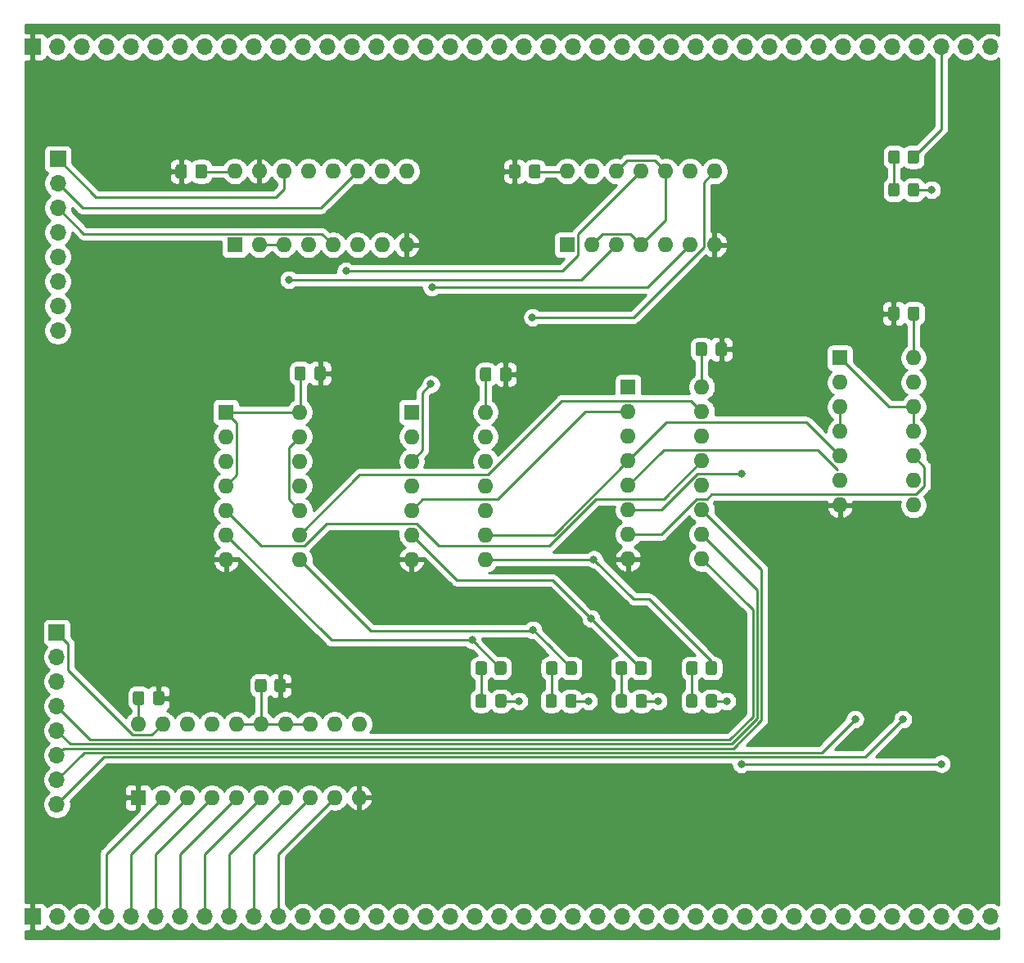
<source format=gtl>
G04 #@! TF.GenerationSoftware,KiCad,Pcbnew,(5.1.9)-1*
G04 #@! TF.CreationDate,2021-11-21T16:09:14-05:00*
G04 #@! TF.ProjectId,flags,666c6167-732e-46b6-9963-61645f706362,1.0*
G04 #@! TF.SameCoordinates,Original*
G04 #@! TF.FileFunction,Copper,L1,Top*
G04 #@! TF.FilePolarity,Positive*
%FSLAX46Y46*%
G04 Gerber Fmt 4.6, Leading zero omitted, Abs format (unit mm)*
G04 Created by KiCad (PCBNEW (5.1.9)-1) date 2021-11-21 16:09:14*
%MOMM*%
%LPD*%
G01*
G04 APERTURE LIST*
G04 #@! TA.AperFunction,ComponentPad*
%ADD10O,1.700000X1.700000*%
G04 #@! TD*
G04 #@! TA.AperFunction,ComponentPad*
%ADD11R,1.700000X1.700000*%
G04 #@! TD*
G04 #@! TA.AperFunction,ComponentPad*
%ADD12O,1.600000X1.600000*%
G04 #@! TD*
G04 #@! TA.AperFunction,ComponentPad*
%ADD13R,1.600000X1.600000*%
G04 #@! TD*
G04 #@! TA.AperFunction,ViaPad*
%ADD14C,0.800000*%
G04 #@! TD*
G04 #@! TA.AperFunction,Conductor*
%ADD15C,0.250000*%
G04 #@! TD*
G04 #@! TA.AperFunction,Conductor*
%ADD16C,0.254000*%
G04 #@! TD*
G04 #@! TA.AperFunction,Conductor*
%ADD17C,0.100000*%
G04 #@! TD*
G04 APERTURE END LIST*
G04 #@! TA.AperFunction,SMDPad,CuDef*
G36*
G01*
X176900000Y-57850001D02*
X176900000Y-56949999D01*
G75*
G02*
X177149999Y-56700000I249999J0D01*
G01*
X177850001Y-56700000D01*
G75*
G02*
X178100000Y-56949999I0J-249999D01*
G01*
X178100000Y-57850001D01*
G75*
G02*
X177850001Y-58100000I-249999J0D01*
G01*
X177149999Y-58100000D01*
G75*
G02*
X176900000Y-57850001I0J249999D01*
G01*
G37*
G04 #@! TD.AperFunction*
G04 #@! TA.AperFunction,SMDPad,CuDef*
G36*
G01*
X174900000Y-57850001D02*
X174900000Y-56949999D01*
G75*
G02*
X175149999Y-56700000I249999J0D01*
G01*
X175850001Y-56700000D01*
G75*
G02*
X176100000Y-56949999I0J-249999D01*
G01*
X176100000Y-57850001D01*
G75*
G02*
X175850001Y-58100000I-249999J0D01*
G01*
X175149999Y-58100000D01*
G75*
G02*
X174900000Y-57850001I0J249999D01*
G01*
G37*
G04 #@! TD.AperFunction*
G04 #@! TA.AperFunction,SMDPad,CuDef*
G36*
G01*
X176950000Y-61250001D02*
X176950000Y-60349999D01*
G75*
G02*
X177199999Y-60100000I249999J0D01*
G01*
X177850001Y-60100000D01*
G75*
G02*
X178100000Y-60349999I0J-249999D01*
G01*
X178100000Y-61250001D01*
G75*
G02*
X177850001Y-61500000I-249999J0D01*
G01*
X177199999Y-61500000D01*
G75*
G02*
X176950000Y-61250001I0J249999D01*
G01*
G37*
G04 #@! TD.AperFunction*
G04 #@! TA.AperFunction,SMDPad,CuDef*
G36*
G01*
X174900000Y-61250001D02*
X174900000Y-60349999D01*
G75*
G02*
X175149999Y-60100000I249999J0D01*
G01*
X175800001Y-60100000D01*
G75*
G02*
X176050000Y-60349999I0J-249999D01*
G01*
X176050000Y-61250001D01*
G75*
G02*
X175800001Y-61500000I-249999J0D01*
G01*
X175149999Y-61500000D01*
G75*
G02*
X174900000Y-61250001I0J249999D01*
G01*
G37*
G04 #@! TD.AperFunction*
G04 #@! TA.AperFunction,SMDPad,CuDef*
G36*
G01*
X97950000Y-112925000D02*
X97950000Y-113875000D01*
G75*
G02*
X97700000Y-114125000I-250000J0D01*
G01*
X97025000Y-114125000D01*
G75*
G02*
X96775000Y-113875000I0J250000D01*
G01*
X96775000Y-112925000D01*
G75*
G02*
X97025000Y-112675000I250000J0D01*
G01*
X97700000Y-112675000D01*
G75*
G02*
X97950000Y-112925000I0J-250000D01*
G01*
G37*
G04 #@! TD.AperFunction*
G04 #@! TA.AperFunction,SMDPad,CuDef*
G36*
G01*
X100025000Y-112925000D02*
X100025000Y-113875000D01*
G75*
G02*
X99775000Y-114125000I-250000J0D01*
G01*
X99100000Y-114125000D01*
G75*
G02*
X98850000Y-113875000I0J250000D01*
G01*
X98850000Y-112925000D01*
G75*
G02*
X99100000Y-112675000I250000J0D01*
G01*
X99775000Y-112675000D01*
G75*
G02*
X100025000Y-112925000I0J-250000D01*
G01*
G37*
G04 #@! TD.AperFunction*
D10*
X88900000Y-124400000D03*
X88900000Y-121860000D03*
X88900000Y-119320000D03*
X88900000Y-116780000D03*
X88900000Y-114240000D03*
X88900000Y-111700000D03*
X88900000Y-109160000D03*
D11*
X88900000Y-106620000D03*
D10*
X89000000Y-75380000D03*
X89000000Y-72840000D03*
X89000000Y-70300000D03*
X89000000Y-67760000D03*
X89000000Y-65220000D03*
X89000000Y-62680000D03*
X89000000Y-60140000D03*
D11*
X89000000Y-57600000D03*
G04 #@! TA.AperFunction,SMDPad,CuDef*
G36*
G01*
X134200000Y-110750001D02*
X134200000Y-109849999D01*
G75*
G02*
X134449999Y-109600000I249999J0D01*
G01*
X135150001Y-109600000D01*
G75*
G02*
X135400000Y-109849999I0J-249999D01*
G01*
X135400000Y-110750001D01*
G75*
G02*
X135150001Y-111000000I-249999J0D01*
G01*
X134449999Y-111000000D01*
G75*
G02*
X134200000Y-110750001I0J249999D01*
G01*
G37*
G04 #@! TD.AperFunction*
G04 #@! TA.AperFunction,SMDPad,CuDef*
G36*
G01*
X132200000Y-110750001D02*
X132200000Y-109849999D01*
G75*
G02*
X132449999Y-109600000I249999J0D01*
G01*
X133150001Y-109600000D01*
G75*
G02*
X133400000Y-109849999I0J-249999D01*
G01*
X133400000Y-110750001D01*
G75*
G02*
X133150001Y-111000000I-249999J0D01*
G01*
X132449999Y-111000000D01*
G75*
G02*
X132200000Y-110750001I0J249999D01*
G01*
G37*
G04 #@! TD.AperFunction*
G04 #@! TA.AperFunction,SMDPad,CuDef*
G36*
G01*
X141500000Y-110750001D02*
X141500000Y-109849999D01*
G75*
G02*
X141749999Y-109600000I249999J0D01*
G01*
X142450001Y-109600000D01*
G75*
G02*
X142700000Y-109849999I0J-249999D01*
G01*
X142700000Y-110750001D01*
G75*
G02*
X142450001Y-111000000I-249999J0D01*
G01*
X141749999Y-111000000D01*
G75*
G02*
X141500000Y-110750001I0J249999D01*
G01*
G37*
G04 #@! TD.AperFunction*
G04 #@! TA.AperFunction,SMDPad,CuDef*
G36*
G01*
X139500000Y-110750001D02*
X139500000Y-109849999D01*
G75*
G02*
X139749999Y-109600000I249999J0D01*
G01*
X140450001Y-109600000D01*
G75*
G02*
X140700000Y-109849999I0J-249999D01*
G01*
X140700000Y-110750001D01*
G75*
G02*
X140450001Y-111000000I-249999J0D01*
G01*
X139749999Y-111000000D01*
G75*
G02*
X139500000Y-110750001I0J249999D01*
G01*
G37*
G04 #@! TD.AperFunction*
G04 #@! TA.AperFunction,SMDPad,CuDef*
G36*
G01*
X148700000Y-110750001D02*
X148700000Y-109849999D01*
G75*
G02*
X148949999Y-109600000I249999J0D01*
G01*
X149650001Y-109600000D01*
G75*
G02*
X149900000Y-109849999I0J-249999D01*
G01*
X149900000Y-110750001D01*
G75*
G02*
X149650001Y-111000000I-249999J0D01*
G01*
X148949999Y-111000000D01*
G75*
G02*
X148700000Y-110750001I0J249999D01*
G01*
G37*
G04 #@! TD.AperFunction*
G04 #@! TA.AperFunction,SMDPad,CuDef*
G36*
G01*
X146700000Y-110750001D02*
X146700000Y-109849999D01*
G75*
G02*
X146949999Y-109600000I249999J0D01*
G01*
X147650001Y-109600000D01*
G75*
G02*
X147900000Y-109849999I0J-249999D01*
G01*
X147900000Y-110750001D01*
G75*
G02*
X147650001Y-111000000I-249999J0D01*
G01*
X146949999Y-111000000D01*
G75*
G02*
X146700000Y-110750001I0J249999D01*
G01*
G37*
G04 #@! TD.AperFunction*
G04 #@! TA.AperFunction,SMDPad,CuDef*
G36*
G01*
X134250000Y-114150001D02*
X134250000Y-113249999D01*
G75*
G02*
X134499999Y-113000000I249999J0D01*
G01*
X135150001Y-113000000D01*
G75*
G02*
X135400000Y-113249999I0J-249999D01*
G01*
X135400000Y-114150001D01*
G75*
G02*
X135150001Y-114400000I-249999J0D01*
G01*
X134499999Y-114400000D01*
G75*
G02*
X134250000Y-114150001I0J249999D01*
G01*
G37*
G04 #@! TD.AperFunction*
G04 #@! TA.AperFunction,SMDPad,CuDef*
G36*
G01*
X132200000Y-114150001D02*
X132200000Y-113249999D01*
G75*
G02*
X132449999Y-113000000I249999J0D01*
G01*
X133100001Y-113000000D01*
G75*
G02*
X133350000Y-113249999I0J-249999D01*
G01*
X133350000Y-114150001D01*
G75*
G02*
X133100001Y-114400000I-249999J0D01*
G01*
X132449999Y-114400000D01*
G75*
G02*
X132200000Y-114150001I0J249999D01*
G01*
G37*
G04 #@! TD.AperFunction*
G04 #@! TA.AperFunction,SMDPad,CuDef*
G36*
G01*
X141516666Y-114150001D02*
X141516666Y-113249999D01*
G75*
G02*
X141766665Y-113000000I249999J0D01*
G01*
X142416667Y-113000000D01*
G75*
G02*
X142666666Y-113249999I0J-249999D01*
G01*
X142666666Y-114150001D01*
G75*
G02*
X142416667Y-114400000I-249999J0D01*
G01*
X141766665Y-114400000D01*
G75*
G02*
X141516666Y-114150001I0J249999D01*
G01*
G37*
G04 #@! TD.AperFunction*
G04 #@! TA.AperFunction,SMDPad,CuDef*
G36*
G01*
X139466666Y-114150001D02*
X139466666Y-113249999D01*
G75*
G02*
X139716665Y-113000000I249999J0D01*
G01*
X140366667Y-113000000D01*
G75*
G02*
X140616666Y-113249999I0J-249999D01*
G01*
X140616666Y-114150001D01*
G75*
G02*
X140366667Y-114400000I-249999J0D01*
G01*
X139716665Y-114400000D01*
G75*
G02*
X139466666Y-114150001I0J249999D01*
G01*
G37*
G04 #@! TD.AperFunction*
G04 #@! TA.AperFunction,SMDPad,CuDef*
G36*
G01*
X148783332Y-114150001D02*
X148783332Y-113249999D01*
G75*
G02*
X149033331Y-113000000I249999J0D01*
G01*
X149683333Y-113000000D01*
G75*
G02*
X149933332Y-113249999I0J-249999D01*
G01*
X149933332Y-114150001D01*
G75*
G02*
X149683333Y-114400000I-249999J0D01*
G01*
X149033331Y-114400000D01*
G75*
G02*
X148783332Y-114150001I0J249999D01*
G01*
G37*
G04 #@! TD.AperFunction*
G04 #@! TA.AperFunction,SMDPad,CuDef*
G36*
G01*
X146733332Y-114150001D02*
X146733332Y-113249999D01*
G75*
G02*
X146983331Y-113000000I249999J0D01*
G01*
X147633333Y-113000000D01*
G75*
G02*
X147883332Y-113249999I0J-249999D01*
G01*
X147883332Y-114150001D01*
G75*
G02*
X147633333Y-114400000I-249999J0D01*
G01*
X146983331Y-114400000D01*
G75*
G02*
X146733332Y-114150001I0J249999D01*
G01*
G37*
G04 #@! TD.AperFunction*
G04 #@! TA.AperFunction,SMDPad,CuDef*
G36*
G01*
X156000000Y-110750001D02*
X156000000Y-109849999D01*
G75*
G02*
X156249999Y-109600000I249999J0D01*
G01*
X156950001Y-109600000D01*
G75*
G02*
X157200000Y-109849999I0J-249999D01*
G01*
X157200000Y-110750001D01*
G75*
G02*
X156950001Y-111000000I-249999J0D01*
G01*
X156249999Y-111000000D01*
G75*
G02*
X156000000Y-110750001I0J249999D01*
G01*
G37*
G04 #@! TD.AperFunction*
G04 #@! TA.AperFunction,SMDPad,CuDef*
G36*
G01*
X154000000Y-110750001D02*
X154000000Y-109849999D01*
G75*
G02*
X154249999Y-109600000I249999J0D01*
G01*
X154950001Y-109600000D01*
G75*
G02*
X155200000Y-109849999I0J-249999D01*
G01*
X155200000Y-110750001D01*
G75*
G02*
X154950001Y-111000000I-249999J0D01*
G01*
X154249999Y-111000000D01*
G75*
G02*
X154000000Y-110750001I0J249999D01*
G01*
G37*
G04 #@! TD.AperFunction*
G04 #@! TA.AperFunction,SMDPad,CuDef*
G36*
G01*
X156050000Y-114150001D02*
X156050000Y-113249999D01*
G75*
G02*
X156299999Y-113000000I249999J0D01*
G01*
X156950001Y-113000000D01*
G75*
G02*
X157200000Y-113249999I0J-249999D01*
G01*
X157200000Y-114150001D01*
G75*
G02*
X156950001Y-114400000I-249999J0D01*
G01*
X156299999Y-114400000D01*
G75*
G02*
X156050000Y-114150001I0J249999D01*
G01*
G37*
G04 #@! TD.AperFunction*
G04 #@! TA.AperFunction,SMDPad,CuDef*
G36*
G01*
X154000000Y-114150001D02*
X154000000Y-113249999D01*
G75*
G02*
X154249999Y-113000000I249999J0D01*
G01*
X154900001Y-113000000D01*
G75*
G02*
X155150000Y-113249999I0J-249999D01*
G01*
X155150000Y-114150001D01*
G75*
G02*
X154900001Y-114400000I-249999J0D01*
G01*
X154249999Y-114400000D01*
G75*
G02*
X154000000Y-114150001I0J249999D01*
G01*
G37*
G04 #@! TD.AperFunction*
G04 #@! TA.AperFunction,SMDPad,CuDef*
G36*
G01*
X176950000Y-74075000D02*
X176950000Y-73125000D01*
G75*
G02*
X177200000Y-72875000I250000J0D01*
G01*
X177875000Y-72875000D01*
G75*
G02*
X178125000Y-73125000I0J-250000D01*
G01*
X178125000Y-74075000D01*
G75*
G02*
X177875000Y-74325000I-250000J0D01*
G01*
X177200000Y-74325000D01*
G75*
G02*
X176950000Y-74075000I0J250000D01*
G01*
G37*
G04 #@! TD.AperFunction*
G04 #@! TA.AperFunction,SMDPad,CuDef*
G36*
G01*
X174875000Y-74075000D02*
X174875000Y-73125000D01*
G75*
G02*
X175125000Y-72875000I250000J0D01*
G01*
X175800000Y-72875000D01*
G75*
G02*
X176050000Y-73125000I0J-250000D01*
G01*
X176050000Y-74075000D01*
G75*
G02*
X175800000Y-74325000I-250000J0D01*
G01*
X175125000Y-74325000D01*
G75*
G02*
X174875000Y-74075000I0J250000D01*
G01*
G37*
G04 #@! TD.AperFunction*
G04 #@! TA.AperFunction,SMDPad,CuDef*
G36*
G01*
X137750000Y-59375000D02*
X137750000Y-58425000D01*
G75*
G02*
X138000000Y-58175000I250000J0D01*
G01*
X138675000Y-58175000D01*
G75*
G02*
X138925000Y-58425000I0J-250000D01*
G01*
X138925000Y-59375000D01*
G75*
G02*
X138675000Y-59625000I-250000J0D01*
G01*
X138000000Y-59625000D01*
G75*
G02*
X137750000Y-59375000I0J250000D01*
G01*
G37*
G04 #@! TD.AperFunction*
G04 #@! TA.AperFunction,SMDPad,CuDef*
G36*
G01*
X135675000Y-59375000D02*
X135675000Y-58425000D01*
G75*
G02*
X135925000Y-58175000I250000J0D01*
G01*
X136600000Y-58175000D01*
G75*
G02*
X136850000Y-58425000I0J-250000D01*
G01*
X136850000Y-59375000D01*
G75*
G02*
X136600000Y-59625000I-250000J0D01*
G01*
X135925000Y-59625000D01*
G75*
G02*
X135675000Y-59375000I0J250000D01*
G01*
G37*
G04 #@! TD.AperFunction*
G04 #@! TA.AperFunction,SMDPad,CuDef*
G36*
G01*
X156150000Y-76825000D02*
X156150000Y-77775000D01*
G75*
G02*
X155900000Y-78025000I-250000J0D01*
G01*
X155225000Y-78025000D01*
G75*
G02*
X154975000Y-77775000I0J250000D01*
G01*
X154975000Y-76825000D01*
G75*
G02*
X155225000Y-76575000I250000J0D01*
G01*
X155900000Y-76575000D01*
G75*
G02*
X156150000Y-76825000I0J-250000D01*
G01*
G37*
G04 #@! TD.AperFunction*
G04 #@! TA.AperFunction,SMDPad,CuDef*
G36*
G01*
X158225000Y-76825000D02*
X158225000Y-77775000D01*
G75*
G02*
X157975000Y-78025000I-250000J0D01*
G01*
X157300000Y-78025000D01*
G75*
G02*
X157050000Y-77775000I0J250000D01*
G01*
X157050000Y-76825000D01*
G75*
G02*
X157300000Y-76575000I250000J0D01*
G01*
X157975000Y-76575000D01*
G75*
G02*
X158225000Y-76825000I0J-250000D01*
G01*
G37*
G04 #@! TD.AperFunction*
D12*
X177520000Y-78200000D03*
X169900000Y-93440000D03*
X177520000Y-80740000D03*
X169900000Y-90900000D03*
X177520000Y-83280000D03*
X169900000Y-88360000D03*
X177520000Y-85820000D03*
X169900000Y-85820000D03*
X177520000Y-88360000D03*
X169900000Y-83280000D03*
X177520000Y-90900000D03*
X169900000Y-80740000D03*
X177520000Y-93440000D03*
D13*
X169900000Y-78200000D03*
D12*
X141700000Y-58880000D03*
X156940000Y-66500000D03*
X144240000Y-58880000D03*
X154400000Y-66500000D03*
X146780000Y-58880000D03*
X151860000Y-66500000D03*
X149320000Y-58880000D03*
X149320000Y-66500000D03*
X151860000Y-58880000D03*
X146780000Y-66500000D03*
X154400000Y-58880000D03*
X144240000Y-66500000D03*
X156940000Y-58880000D03*
D13*
X141700000Y-66500000D03*
D12*
X97300000Y-116080000D03*
X120160000Y-123700000D03*
X99840000Y-116080000D03*
X117620000Y-123700000D03*
X102380000Y-116080000D03*
X115080000Y-123700000D03*
X104920000Y-116080000D03*
X112540000Y-123700000D03*
X107460000Y-116080000D03*
X110000000Y-123700000D03*
X110000000Y-116080000D03*
X107460000Y-123700000D03*
X112540000Y-116080000D03*
X104920000Y-123700000D03*
X115080000Y-116080000D03*
X102380000Y-123700000D03*
X117620000Y-116080000D03*
X99840000Y-123700000D03*
X120160000Y-116080000D03*
D13*
X97300000Y-123700000D03*
D12*
X155620000Y-81220000D03*
X148000000Y-99000000D03*
X155620000Y-83760000D03*
X148000000Y-96460000D03*
X155620000Y-86300000D03*
X148000000Y-93920000D03*
X155620000Y-88840000D03*
X148000000Y-91380000D03*
X155620000Y-91380000D03*
X148000000Y-88840000D03*
X155620000Y-93920000D03*
X148000000Y-86300000D03*
X155620000Y-96460000D03*
X148000000Y-83760000D03*
X155620000Y-99000000D03*
D13*
X148000000Y-81220000D03*
D12*
X114020000Y-83800000D03*
X106400000Y-99040000D03*
X114020000Y-86340000D03*
X106400000Y-96500000D03*
X114020000Y-88880000D03*
X106400000Y-93960000D03*
X114020000Y-91420000D03*
X106400000Y-91420000D03*
X114020000Y-93960000D03*
X106400000Y-88880000D03*
X114020000Y-96500000D03*
X106400000Y-86340000D03*
X114020000Y-99040000D03*
D13*
X106400000Y-83800000D03*
D12*
X133220000Y-83800000D03*
X125600000Y-99040000D03*
X133220000Y-86340000D03*
X125600000Y-96500000D03*
X133220000Y-88880000D03*
X125600000Y-93960000D03*
X133220000Y-91420000D03*
X125600000Y-91420000D03*
X133220000Y-93960000D03*
X125600000Y-88880000D03*
X133220000Y-96500000D03*
X125600000Y-86340000D03*
X133220000Y-99040000D03*
D13*
X125600000Y-83800000D03*
D12*
X107300000Y-58880000D03*
X125080000Y-66500000D03*
X109840000Y-58880000D03*
X122540000Y-66500000D03*
X112380000Y-58880000D03*
X120000000Y-66500000D03*
X114920000Y-58880000D03*
X117460000Y-66500000D03*
X117460000Y-58880000D03*
X114920000Y-66500000D03*
X120000000Y-58880000D03*
X112380000Y-66500000D03*
X122540000Y-58880000D03*
X109840000Y-66500000D03*
X125080000Y-58880000D03*
D13*
X107300000Y-66500000D03*
G04 #@! TA.AperFunction,SMDPad,CuDef*
G36*
G01*
X111400000Y-112550001D02*
X111400000Y-111649999D01*
G75*
G02*
X111649999Y-111400000I249999J0D01*
G01*
X112350001Y-111400000D01*
G75*
G02*
X112600000Y-111649999I0J-249999D01*
G01*
X112600000Y-112550001D01*
G75*
G02*
X112350001Y-112800000I-249999J0D01*
G01*
X111649999Y-112800000D01*
G75*
G02*
X111400000Y-112550001I0J249999D01*
G01*
G37*
G04 #@! TD.AperFunction*
G04 #@! TA.AperFunction,SMDPad,CuDef*
G36*
G01*
X109400000Y-112550001D02*
X109400000Y-111649999D01*
G75*
G02*
X109649999Y-111400000I249999J0D01*
G01*
X110350001Y-111400000D01*
G75*
G02*
X110600000Y-111649999I0J-249999D01*
G01*
X110600000Y-112550001D01*
G75*
G02*
X110350001Y-112800000I-249999J0D01*
G01*
X109649999Y-112800000D01*
G75*
G02*
X109400000Y-112550001I0J249999D01*
G01*
G37*
G04 #@! TD.AperFunction*
G04 #@! TA.AperFunction,SMDPad,CuDef*
G36*
G01*
X114650000Y-79325000D02*
X114650000Y-80275000D01*
G75*
G02*
X114400000Y-80525000I-250000J0D01*
G01*
X113725000Y-80525000D01*
G75*
G02*
X113475000Y-80275000I0J250000D01*
G01*
X113475000Y-79325000D01*
G75*
G02*
X113725000Y-79075000I250000J0D01*
G01*
X114400000Y-79075000D01*
G75*
G02*
X114650000Y-79325000I0J-250000D01*
G01*
G37*
G04 #@! TD.AperFunction*
G04 #@! TA.AperFunction,SMDPad,CuDef*
G36*
G01*
X116725000Y-79325000D02*
X116725000Y-80275000D01*
G75*
G02*
X116475000Y-80525000I-250000J0D01*
G01*
X115800000Y-80525000D01*
G75*
G02*
X115550000Y-80275000I0J250000D01*
G01*
X115550000Y-79325000D01*
G75*
G02*
X115800000Y-79075000I250000J0D01*
G01*
X116475000Y-79075000D01*
G75*
G02*
X116725000Y-79325000I0J-250000D01*
G01*
G37*
G04 #@! TD.AperFunction*
G04 #@! TA.AperFunction,SMDPad,CuDef*
G36*
G01*
X133850000Y-79425000D02*
X133850000Y-80375000D01*
G75*
G02*
X133600000Y-80625000I-250000J0D01*
G01*
X132925000Y-80625000D01*
G75*
G02*
X132675000Y-80375000I0J250000D01*
G01*
X132675000Y-79425000D01*
G75*
G02*
X132925000Y-79175000I250000J0D01*
G01*
X133600000Y-79175000D01*
G75*
G02*
X133850000Y-79425000I0J-250000D01*
G01*
G37*
G04 #@! TD.AperFunction*
G04 #@! TA.AperFunction,SMDPad,CuDef*
G36*
G01*
X135925000Y-79425000D02*
X135925000Y-80375000D01*
G75*
G02*
X135675000Y-80625000I-250000J0D01*
G01*
X135000000Y-80625000D01*
G75*
G02*
X134750000Y-80375000I0J250000D01*
G01*
X134750000Y-79425000D01*
G75*
G02*
X135000000Y-79175000I250000J0D01*
G01*
X135675000Y-79175000D01*
G75*
G02*
X135925000Y-79425000I0J-250000D01*
G01*
G37*
G04 #@! TD.AperFunction*
G04 #@! TA.AperFunction,SMDPad,CuDef*
G36*
G01*
X103250000Y-59375000D02*
X103250000Y-58425000D01*
G75*
G02*
X103500000Y-58175000I250000J0D01*
G01*
X104175000Y-58175000D01*
G75*
G02*
X104425000Y-58425000I0J-250000D01*
G01*
X104425000Y-59375000D01*
G75*
G02*
X104175000Y-59625000I-250000J0D01*
G01*
X103500000Y-59625000D01*
G75*
G02*
X103250000Y-59375000I0J250000D01*
G01*
G37*
G04 #@! TD.AperFunction*
G04 #@! TA.AperFunction,SMDPad,CuDef*
G36*
G01*
X101175000Y-59375000D02*
X101175000Y-58425000D01*
G75*
G02*
X101425000Y-58175000I250000J0D01*
G01*
X102100000Y-58175000D01*
G75*
G02*
X102350000Y-58425000I0J-250000D01*
G01*
X102350000Y-59375000D01*
G75*
G02*
X102100000Y-59625000I-250000J0D01*
G01*
X101425000Y-59625000D01*
G75*
G02*
X101175000Y-59375000I0J250000D01*
G01*
G37*
G04 #@! TD.AperFunction*
D10*
X185460000Y-136000000D03*
X182920000Y-136000000D03*
X180380000Y-136000000D03*
X177840000Y-136000000D03*
X175300000Y-136000000D03*
X172760000Y-136000000D03*
X170220000Y-136000000D03*
X167680000Y-136000000D03*
X165140000Y-136000000D03*
X162600000Y-136000000D03*
X160060000Y-136000000D03*
X157520000Y-136000000D03*
X154980000Y-136000000D03*
X152440000Y-136000000D03*
X149900000Y-136000000D03*
X147360000Y-136000000D03*
X144820000Y-136000000D03*
X142280000Y-136000000D03*
X139740000Y-136000000D03*
X137200000Y-136000000D03*
X134660000Y-136000000D03*
X132120000Y-136000000D03*
X129580000Y-136000000D03*
X127040000Y-136000000D03*
X124500000Y-136000000D03*
X121960000Y-136000000D03*
X119420000Y-136000000D03*
X116880000Y-136000000D03*
X114340000Y-136000000D03*
X111800000Y-136000000D03*
X109260000Y-136000000D03*
X106720000Y-136000000D03*
X104180000Y-136000000D03*
X101640000Y-136000000D03*
X99100000Y-136000000D03*
X96560000Y-136000000D03*
X94020000Y-136000000D03*
X91480000Y-136000000D03*
X88940000Y-136000000D03*
D11*
X86400000Y-136000000D03*
D10*
X185460000Y-46000000D03*
X182920000Y-46000000D03*
X180380000Y-46000000D03*
X177840000Y-46000000D03*
X175300000Y-46000000D03*
X172760000Y-46000000D03*
X170220000Y-46000000D03*
X167680000Y-46000000D03*
X165140000Y-46000000D03*
X162600000Y-46000000D03*
X160060000Y-46000000D03*
X157520000Y-46000000D03*
X154980000Y-46000000D03*
X152440000Y-46000000D03*
X149900000Y-46000000D03*
X147360000Y-46000000D03*
X144820000Y-46000000D03*
X142280000Y-46000000D03*
X139740000Y-46000000D03*
X137200000Y-46000000D03*
X134660000Y-46000000D03*
X132120000Y-46000000D03*
X129580000Y-46000000D03*
X127040000Y-46000000D03*
X124500000Y-46000000D03*
X121960000Y-46000000D03*
X119420000Y-46000000D03*
X116880000Y-46000000D03*
X114340000Y-46000000D03*
X111800000Y-46000000D03*
X109260000Y-46000000D03*
X106720000Y-46000000D03*
X104180000Y-46000000D03*
X101640000Y-46000000D03*
X99100000Y-46000000D03*
X96560000Y-46000000D03*
X94020000Y-46000000D03*
X91480000Y-46000000D03*
X88940000Y-46000000D03*
D11*
X86400000Y-46000000D03*
D14*
X159700000Y-90200000D03*
X159700000Y-120225044D03*
X180400000Y-120200000D03*
X158200000Y-113700000D03*
X151100000Y-113700000D03*
X143900000Y-113700000D03*
X136700000Y-113700000D03*
X179400000Y-60800000D03*
X138100000Y-74000000D03*
X127600000Y-80900000D03*
X127700004Y-70900000D03*
X118800000Y-69200000D03*
X112900000Y-70100000D03*
X171475010Y-115575010D03*
X144442489Y-99040000D03*
X144150000Y-105150000D03*
X138150000Y-106350000D03*
X131900000Y-107400000D03*
X176400000Y-115600000D03*
D15*
X147905001Y-57754999D02*
X146780000Y-58880000D01*
X150734999Y-57754999D02*
X147905001Y-57754999D01*
X151860000Y-58880000D02*
X150734999Y-57754999D01*
X151860000Y-63960000D02*
X149320000Y-66500000D01*
X151860000Y-58880000D02*
X151860000Y-63960000D01*
X145365001Y-65374999D02*
X144240000Y-66500000D01*
X148194999Y-65374999D02*
X145365001Y-65374999D01*
X149320000Y-66500000D02*
X148194999Y-65374999D01*
X110065001Y-97625001D02*
X106400000Y-93960000D01*
X116810003Y-95374999D02*
X114560001Y-97625001D01*
X126140001Y-95374999D02*
X116810003Y-95374999D01*
X128390003Y-97625001D02*
X126140001Y-95374999D01*
X139851409Y-97625001D02*
X128390003Y-97625001D01*
X144681411Y-92794999D02*
X139851409Y-97625001D01*
X151665001Y-92794999D02*
X144681411Y-92794999D01*
X114560001Y-97625001D02*
X110065001Y-97625001D01*
X155620000Y-88840000D02*
X151665001Y-92794999D01*
X111800000Y-129520000D02*
X117620000Y-123700000D01*
X111800000Y-136000000D02*
X111800000Y-129520000D01*
X109260000Y-129520000D02*
X115080000Y-123700000D01*
X109260000Y-136000000D02*
X109260000Y-129520000D01*
X106720000Y-129520000D02*
X112540000Y-123700000D01*
X106720000Y-136000000D02*
X106720000Y-129520000D01*
X104180000Y-129520000D02*
X110000000Y-123700000D01*
X104180000Y-136000000D02*
X104180000Y-129520000D01*
X101640000Y-129520000D02*
X107460000Y-123700000D01*
X101640000Y-136000000D02*
X101640000Y-129520000D01*
X99100000Y-129520000D02*
X104920000Y-123700000D01*
X99100000Y-136000000D02*
X99100000Y-129520000D01*
X96560000Y-129520000D02*
X102380000Y-123700000D01*
X96560000Y-136000000D02*
X96560000Y-129520000D01*
X94020000Y-129520000D02*
X99840000Y-123700000D01*
X94020000Y-136000000D02*
X94020000Y-129520000D01*
X109840000Y-66500000D02*
X112380000Y-66500000D01*
X180380000Y-54520000D02*
X177500000Y-57400000D01*
X180380000Y-46000000D02*
X180380000Y-54520000D01*
X155134998Y-90200000D02*
X159700000Y-90200000D01*
X151414998Y-93920000D02*
X155134998Y-90200000D01*
X148000000Y-93920000D02*
X151414998Y-93920000D01*
X180374956Y-120225044D02*
X180400000Y-120200000D01*
X159700000Y-120225044D02*
X180374956Y-120225044D01*
X107460000Y-116080000D02*
X110000000Y-116080000D01*
X110000000Y-116080000D02*
X110000000Y-112100000D01*
X110000000Y-116080000D02*
X112540000Y-116080000D01*
X112540000Y-116080000D02*
X115080000Y-116080000D01*
X156625000Y-113700000D02*
X158200000Y-113700000D01*
X149358332Y-113700000D02*
X151100000Y-113700000D01*
X142091666Y-113700000D02*
X143900000Y-113700000D01*
X134825000Y-113700000D02*
X136700000Y-113700000D01*
X97300000Y-113437500D02*
X97300000Y-116080000D01*
X177537500Y-78182500D02*
X177520000Y-78200000D01*
X177537500Y-73600000D02*
X177537500Y-78182500D01*
X107280000Y-58900000D02*
X107300000Y-58880000D01*
X103837500Y-58900000D02*
X107280000Y-58900000D01*
X141680000Y-58900000D02*
X141700000Y-58880000D01*
X138337500Y-58900000D02*
X141680000Y-58900000D01*
X155562500Y-81162500D02*
X155620000Y-81220000D01*
X155562500Y-77300000D02*
X155562500Y-81162500D01*
X177525000Y-60800000D02*
X179400000Y-60800000D01*
X133262500Y-83757500D02*
X133220000Y-83800000D01*
X133262500Y-79900000D02*
X133262500Y-83757500D01*
X114062500Y-83757500D02*
X114020000Y-83800000D01*
X114062500Y-79800000D02*
X114062500Y-83757500D01*
X106400000Y-83800000D02*
X114020000Y-83800000D01*
X107525001Y-90294999D02*
X106400000Y-91420000D01*
X107525001Y-84925001D02*
X107525001Y-90294999D01*
X106400000Y-83800000D02*
X107525001Y-84925001D01*
X112894999Y-92834999D02*
X114020000Y-93960000D01*
X112894999Y-87465001D02*
X112894999Y-92834999D01*
X114020000Y-86340000D02*
X112894999Y-87465001D01*
X155814999Y-66750003D02*
X148565002Y-74000000D01*
X155814999Y-60005001D02*
X155814999Y-66750003D01*
X156940000Y-58880000D02*
X155814999Y-60005001D01*
X148565002Y-74000000D02*
X138100000Y-74000000D01*
X126725001Y-87754999D02*
X125600000Y-88880000D01*
X126725001Y-81774999D02*
X126725001Y-87754999D01*
X127600000Y-80900000D02*
X126725001Y-81774999D01*
X154400000Y-66500000D02*
X150000000Y-70900000D01*
X150000000Y-70900000D02*
X127700004Y-70900000D01*
X142825001Y-65374999D02*
X142825001Y-67560001D01*
X141185002Y-69200000D02*
X118800000Y-69200000D01*
X149320000Y-58880000D02*
X142825001Y-65374999D01*
X142825001Y-67560001D02*
X141185002Y-69200000D01*
X143180000Y-70100000D02*
X146780000Y-66500000D01*
X112900000Y-70100000D02*
X143180000Y-70100000D01*
X155079999Y-92794999D02*
X156160001Y-92794999D01*
X151414998Y-96460000D02*
X155079999Y-92794999D01*
X148000000Y-96460000D02*
X151414998Y-96460000D01*
X178645001Y-89485001D02*
X177520000Y-88360000D01*
X178645001Y-91440001D02*
X178645001Y-89485001D01*
X177770003Y-92314999D02*
X178645001Y-91440001D01*
X156640001Y-92314999D02*
X177770003Y-92314999D01*
X156160001Y-92794999D02*
X156640001Y-92314999D01*
X167589997Y-87714999D02*
X169649997Y-89774999D01*
X151665001Y-87714999D02*
X167589997Y-87714999D01*
X148000000Y-91380000D02*
X151665001Y-87714999D01*
X99840000Y-116080000D02*
X99840000Y-116360000D01*
X90075001Y-107795001D02*
X88900000Y-106620000D01*
X90075001Y-110520003D02*
X90075001Y-107795001D01*
X96759999Y-117205001D02*
X90075001Y-110520003D01*
X98714999Y-117205001D02*
X96759999Y-117205001D01*
X99840000Y-116080000D02*
X98714999Y-117205001D01*
X174980000Y-83280000D02*
X177520000Y-83280000D01*
X169900000Y-78200000D02*
X174980000Y-83280000D01*
X177520000Y-83280000D02*
X177520000Y-85820000D01*
X167999987Y-119050033D02*
X171475010Y-115575010D01*
X91709967Y-119050033D02*
X167999987Y-119050033D01*
X88900000Y-121860000D02*
X91709967Y-119050033D01*
X156600000Y-109600000D02*
X150172501Y-103172501D01*
X150172501Y-103172501D02*
X148574990Y-103172501D01*
X156600000Y-110300000D02*
X156600000Y-109600000D01*
X133220000Y-99040000D02*
X144442489Y-99040000D01*
X144442489Y-99040000D02*
X148574990Y-103172501D01*
X140340000Y-96500000D02*
X148000000Y-88840000D01*
X133220000Y-96500000D02*
X140340000Y-96500000D01*
X166425001Y-84885001D02*
X169900000Y-88360000D01*
X151954999Y-84885001D02*
X166425001Y-84885001D01*
X148000000Y-88840000D02*
X151954999Y-84885001D01*
X143540000Y-83760000D02*
X148000000Y-83760000D01*
X134465001Y-92834999D02*
X143540000Y-83760000D01*
X126725001Y-92834999D02*
X134465001Y-92834999D01*
X125600000Y-93960000D02*
X126725001Y-92834999D01*
X149300000Y-110300000D02*
X144150000Y-105150000D01*
X130300000Y-101200000D02*
X140200000Y-101200000D01*
X125600000Y-96500000D02*
X130300000Y-101200000D01*
X140200000Y-101200000D02*
X144150000Y-105150000D01*
X142100000Y-110300000D02*
X139800000Y-108000000D01*
X139800000Y-108000000D02*
X138150000Y-106350000D01*
X138100000Y-106400000D02*
X138150000Y-106350000D01*
X121380000Y-106400000D02*
X138100000Y-106400000D01*
X114020000Y-99040000D02*
X121380000Y-106400000D01*
X133470003Y-90294999D02*
X120225001Y-90294999D01*
X141130003Y-82634999D02*
X133470003Y-90294999D01*
X120225001Y-90294999D02*
X114020000Y-96500000D01*
X154494999Y-82634999D02*
X141130003Y-82634999D01*
X155620000Y-83760000D02*
X154494999Y-82634999D01*
X132100000Y-107600000D02*
X134800000Y-110300000D01*
X131900000Y-107400000D02*
X132100000Y-107600000D01*
X106400000Y-96500000D02*
X117300000Y-107400000D01*
X117300000Y-107400000D02*
X131900000Y-107400000D01*
X116200000Y-62680000D02*
X120000000Y-58880000D01*
X91540000Y-62680000D02*
X116200000Y-62680000D01*
X89000000Y-60140000D02*
X91540000Y-62680000D01*
X112380000Y-60693002D02*
X112380000Y-58880000D01*
X111548001Y-61525001D02*
X112380000Y-60693002D01*
X92925001Y-61525001D02*
X111548001Y-61525001D01*
X89000000Y-57600000D02*
X92925001Y-61525001D01*
X116334999Y-65374999D02*
X117460000Y-66500000D01*
X91694999Y-65374999D02*
X116334999Y-65374999D01*
X89000000Y-62680000D02*
X91694999Y-65374999D01*
X88900000Y-124400000D02*
X93799956Y-119500044D01*
X172500044Y-119499956D02*
X172500044Y-119500044D01*
X176400000Y-115600000D02*
X172500044Y-119499956D01*
X93799956Y-119500044D02*
X172500044Y-119500044D01*
X154600000Y-113675000D02*
X154575000Y-113700000D01*
X154600000Y-110300000D02*
X154600000Y-113675000D01*
X147300000Y-113691668D02*
X147308332Y-113700000D01*
X147300000Y-110300000D02*
X147300000Y-113691668D01*
X140100000Y-113641666D02*
X140041666Y-113700000D01*
X140100000Y-110300000D02*
X140100000Y-113641666D01*
X132800000Y-113675000D02*
X132775000Y-113700000D01*
X132800000Y-110300000D02*
X132800000Y-113675000D01*
X175500000Y-57400000D02*
X175500000Y-60775000D01*
X175500000Y-60775000D02*
X175475000Y-60800000D01*
X169900000Y-83280000D02*
X169900000Y-85820000D01*
X89619978Y-118600022D02*
X88900000Y-119320000D01*
X161800022Y-115672800D02*
X158872800Y-118600022D01*
X161800022Y-100100022D02*
X161800022Y-115672800D01*
X158872800Y-118600022D02*
X89619978Y-118600022D01*
X155620000Y-93920000D02*
X161800022Y-100100022D01*
X90270011Y-118150011D02*
X88900000Y-116780000D01*
X161350011Y-115486400D02*
X158686400Y-118150011D01*
X161350011Y-102190011D02*
X161350011Y-115486400D01*
X155620000Y-96460000D02*
X161350011Y-102190011D01*
X158686400Y-118150011D02*
X90270011Y-118150011D01*
X92360000Y-117700000D02*
X88900000Y-114240000D01*
X158500000Y-117700000D02*
X92360000Y-117700000D01*
X155620000Y-99000000D02*
X160900000Y-104280000D01*
X160900000Y-104280000D02*
X160900000Y-115300000D01*
X160900000Y-115300000D02*
X158500000Y-117700000D01*
D16*
X186315000Y-44785298D02*
X186163411Y-44684010D01*
X185893158Y-44572068D01*
X185606260Y-44515000D01*
X185313740Y-44515000D01*
X185026842Y-44572068D01*
X184756589Y-44684010D01*
X184513368Y-44846525D01*
X184306525Y-45053368D01*
X184190000Y-45227760D01*
X184073475Y-45053368D01*
X183866632Y-44846525D01*
X183623411Y-44684010D01*
X183353158Y-44572068D01*
X183066260Y-44515000D01*
X182773740Y-44515000D01*
X182486842Y-44572068D01*
X182216589Y-44684010D01*
X181973368Y-44846525D01*
X181766525Y-45053368D01*
X181650000Y-45227760D01*
X181533475Y-45053368D01*
X181326632Y-44846525D01*
X181083411Y-44684010D01*
X180813158Y-44572068D01*
X180526260Y-44515000D01*
X180233740Y-44515000D01*
X179946842Y-44572068D01*
X179676589Y-44684010D01*
X179433368Y-44846525D01*
X179226525Y-45053368D01*
X179110000Y-45227760D01*
X178993475Y-45053368D01*
X178786632Y-44846525D01*
X178543411Y-44684010D01*
X178273158Y-44572068D01*
X177986260Y-44515000D01*
X177693740Y-44515000D01*
X177406842Y-44572068D01*
X177136589Y-44684010D01*
X176893368Y-44846525D01*
X176686525Y-45053368D01*
X176570000Y-45227760D01*
X176453475Y-45053368D01*
X176246632Y-44846525D01*
X176003411Y-44684010D01*
X175733158Y-44572068D01*
X175446260Y-44515000D01*
X175153740Y-44515000D01*
X174866842Y-44572068D01*
X174596589Y-44684010D01*
X174353368Y-44846525D01*
X174146525Y-45053368D01*
X174030000Y-45227760D01*
X173913475Y-45053368D01*
X173706632Y-44846525D01*
X173463411Y-44684010D01*
X173193158Y-44572068D01*
X172906260Y-44515000D01*
X172613740Y-44515000D01*
X172326842Y-44572068D01*
X172056589Y-44684010D01*
X171813368Y-44846525D01*
X171606525Y-45053368D01*
X171490000Y-45227760D01*
X171373475Y-45053368D01*
X171166632Y-44846525D01*
X170923411Y-44684010D01*
X170653158Y-44572068D01*
X170366260Y-44515000D01*
X170073740Y-44515000D01*
X169786842Y-44572068D01*
X169516589Y-44684010D01*
X169273368Y-44846525D01*
X169066525Y-45053368D01*
X168950000Y-45227760D01*
X168833475Y-45053368D01*
X168626632Y-44846525D01*
X168383411Y-44684010D01*
X168113158Y-44572068D01*
X167826260Y-44515000D01*
X167533740Y-44515000D01*
X167246842Y-44572068D01*
X166976589Y-44684010D01*
X166733368Y-44846525D01*
X166526525Y-45053368D01*
X166410000Y-45227760D01*
X166293475Y-45053368D01*
X166086632Y-44846525D01*
X165843411Y-44684010D01*
X165573158Y-44572068D01*
X165286260Y-44515000D01*
X164993740Y-44515000D01*
X164706842Y-44572068D01*
X164436589Y-44684010D01*
X164193368Y-44846525D01*
X163986525Y-45053368D01*
X163870000Y-45227760D01*
X163753475Y-45053368D01*
X163546632Y-44846525D01*
X163303411Y-44684010D01*
X163033158Y-44572068D01*
X162746260Y-44515000D01*
X162453740Y-44515000D01*
X162166842Y-44572068D01*
X161896589Y-44684010D01*
X161653368Y-44846525D01*
X161446525Y-45053368D01*
X161330000Y-45227760D01*
X161213475Y-45053368D01*
X161006632Y-44846525D01*
X160763411Y-44684010D01*
X160493158Y-44572068D01*
X160206260Y-44515000D01*
X159913740Y-44515000D01*
X159626842Y-44572068D01*
X159356589Y-44684010D01*
X159113368Y-44846525D01*
X158906525Y-45053368D01*
X158790000Y-45227760D01*
X158673475Y-45053368D01*
X158466632Y-44846525D01*
X158223411Y-44684010D01*
X157953158Y-44572068D01*
X157666260Y-44515000D01*
X157373740Y-44515000D01*
X157086842Y-44572068D01*
X156816589Y-44684010D01*
X156573368Y-44846525D01*
X156366525Y-45053368D01*
X156250000Y-45227760D01*
X156133475Y-45053368D01*
X155926632Y-44846525D01*
X155683411Y-44684010D01*
X155413158Y-44572068D01*
X155126260Y-44515000D01*
X154833740Y-44515000D01*
X154546842Y-44572068D01*
X154276589Y-44684010D01*
X154033368Y-44846525D01*
X153826525Y-45053368D01*
X153710000Y-45227760D01*
X153593475Y-45053368D01*
X153386632Y-44846525D01*
X153143411Y-44684010D01*
X152873158Y-44572068D01*
X152586260Y-44515000D01*
X152293740Y-44515000D01*
X152006842Y-44572068D01*
X151736589Y-44684010D01*
X151493368Y-44846525D01*
X151286525Y-45053368D01*
X151170000Y-45227760D01*
X151053475Y-45053368D01*
X150846632Y-44846525D01*
X150603411Y-44684010D01*
X150333158Y-44572068D01*
X150046260Y-44515000D01*
X149753740Y-44515000D01*
X149466842Y-44572068D01*
X149196589Y-44684010D01*
X148953368Y-44846525D01*
X148746525Y-45053368D01*
X148630000Y-45227760D01*
X148513475Y-45053368D01*
X148306632Y-44846525D01*
X148063411Y-44684010D01*
X147793158Y-44572068D01*
X147506260Y-44515000D01*
X147213740Y-44515000D01*
X146926842Y-44572068D01*
X146656589Y-44684010D01*
X146413368Y-44846525D01*
X146206525Y-45053368D01*
X146090000Y-45227760D01*
X145973475Y-45053368D01*
X145766632Y-44846525D01*
X145523411Y-44684010D01*
X145253158Y-44572068D01*
X144966260Y-44515000D01*
X144673740Y-44515000D01*
X144386842Y-44572068D01*
X144116589Y-44684010D01*
X143873368Y-44846525D01*
X143666525Y-45053368D01*
X143550000Y-45227760D01*
X143433475Y-45053368D01*
X143226632Y-44846525D01*
X142983411Y-44684010D01*
X142713158Y-44572068D01*
X142426260Y-44515000D01*
X142133740Y-44515000D01*
X141846842Y-44572068D01*
X141576589Y-44684010D01*
X141333368Y-44846525D01*
X141126525Y-45053368D01*
X141010000Y-45227760D01*
X140893475Y-45053368D01*
X140686632Y-44846525D01*
X140443411Y-44684010D01*
X140173158Y-44572068D01*
X139886260Y-44515000D01*
X139593740Y-44515000D01*
X139306842Y-44572068D01*
X139036589Y-44684010D01*
X138793368Y-44846525D01*
X138586525Y-45053368D01*
X138470000Y-45227760D01*
X138353475Y-45053368D01*
X138146632Y-44846525D01*
X137903411Y-44684010D01*
X137633158Y-44572068D01*
X137346260Y-44515000D01*
X137053740Y-44515000D01*
X136766842Y-44572068D01*
X136496589Y-44684010D01*
X136253368Y-44846525D01*
X136046525Y-45053368D01*
X135930000Y-45227760D01*
X135813475Y-45053368D01*
X135606632Y-44846525D01*
X135363411Y-44684010D01*
X135093158Y-44572068D01*
X134806260Y-44515000D01*
X134513740Y-44515000D01*
X134226842Y-44572068D01*
X133956589Y-44684010D01*
X133713368Y-44846525D01*
X133506525Y-45053368D01*
X133390000Y-45227760D01*
X133273475Y-45053368D01*
X133066632Y-44846525D01*
X132823411Y-44684010D01*
X132553158Y-44572068D01*
X132266260Y-44515000D01*
X131973740Y-44515000D01*
X131686842Y-44572068D01*
X131416589Y-44684010D01*
X131173368Y-44846525D01*
X130966525Y-45053368D01*
X130850000Y-45227760D01*
X130733475Y-45053368D01*
X130526632Y-44846525D01*
X130283411Y-44684010D01*
X130013158Y-44572068D01*
X129726260Y-44515000D01*
X129433740Y-44515000D01*
X129146842Y-44572068D01*
X128876589Y-44684010D01*
X128633368Y-44846525D01*
X128426525Y-45053368D01*
X128310000Y-45227760D01*
X128193475Y-45053368D01*
X127986632Y-44846525D01*
X127743411Y-44684010D01*
X127473158Y-44572068D01*
X127186260Y-44515000D01*
X126893740Y-44515000D01*
X126606842Y-44572068D01*
X126336589Y-44684010D01*
X126093368Y-44846525D01*
X125886525Y-45053368D01*
X125770000Y-45227760D01*
X125653475Y-45053368D01*
X125446632Y-44846525D01*
X125203411Y-44684010D01*
X124933158Y-44572068D01*
X124646260Y-44515000D01*
X124353740Y-44515000D01*
X124066842Y-44572068D01*
X123796589Y-44684010D01*
X123553368Y-44846525D01*
X123346525Y-45053368D01*
X123230000Y-45227760D01*
X123113475Y-45053368D01*
X122906632Y-44846525D01*
X122663411Y-44684010D01*
X122393158Y-44572068D01*
X122106260Y-44515000D01*
X121813740Y-44515000D01*
X121526842Y-44572068D01*
X121256589Y-44684010D01*
X121013368Y-44846525D01*
X120806525Y-45053368D01*
X120690000Y-45227760D01*
X120573475Y-45053368D01*
X120366632Y-44846525D01*
X120123411Y-44684010D01*
X119853158Y-44572068D01*
X119566260Y-44515000D01*
X119273740Y-44515000D01*
X118986842Y-44572068D01*
X118716589Y-44684010D01*
X118473368Y-44846525D01*
X118266525Y-45053368D01*
X118150000Y-45227760D01*
X118033475Y-45053368D01*
X117826632Y-44846525D01*
X117583411Y-44684010D01*
X117313158Y-44572068D01*
X117026260Y-44515000D01*
X116733740Y-44515000D01*
X116446842Y-44572068D01*
X116176589Y-44684010D01*
X115933368Y-44846525D01*
X115726525Y-45053368D01*
X115610000Y-45227760D01*
X115493475Y-45053368D01*
X115286632Y-44846525D01*
X115043411Y-44684010D01*
X114773158Y-44572068D01*
X114486260Y-44515000D01*
X114193740Y-44515000D01*
X113906842Y-44572068D01*
X113636589Y-44684010D01*
X113393368Y-44846525D01*
X113186525Y-45053368D01*
X113070000Y-45227760D01*
X112953475Y-45053368D01*
X112746632Y-44846525D01*
X112503411Y-44684010D01*
X112233158Y-44572068D01*
X111946260Y-44515000D01*
X111653740Y-44515000D01*
X111366842Y-44572068D01*
X111096589Y-44684010D01*
X110853368Y-44846525D01*
X110646525Y-45053368D01*
X110530000Y-45227760D01*
X110413475Y-45053368D01*
X110206632Y-44846525D01*
X109963411Y-44684010D01*
X109693158Y-44572068D01*
X109406260Y-44515000D01*
X109113740Y-44515000D01*
X108826842Y-44572068D01*
X108556589Y-44684010D01*
X108313368Y-44846525D01*
X108106525Y-45053368D01*
X107990000Y-45227760D01*
X107873475Y-45053368D01*
X107666632Y-44846525D01*
X107423411Y-44684010D01*
X107153158Y-44572068D01*
X106866260Y-44515000D01*
X106573740Y-44515000D01*
X106286842Y-44572068D01*
X106016589Y-44684010D01*
X105773368Y-44846525D01*
X105566525Y-45053368D01*
X105450000Y-45227760D01*
X105333475Y-45053368D01*
X105126632Y-44846525D01*
X104883411Y-44684010D01*
X104613158Y-44572068D01*
X104326260Y-44515000D01*
X104033740Y-44515000D01*
X103746842Y-44572068D01*
X103476589Y-44684010D01*
X103233368Y-44846525D01*
X103026525Y-45053368D01*
X102910000Y-45227760D01*
X102793475Y-45053368D01*
X102586632Y-44846525D01*
X102343411Y-44684010D01*
X102073158Y-44572068D01*
X101786260Y-44515000D01*
X101493740Y-44515000D01*
X101206842Y-44572068D01*
X100936589Y-44684010D01*
X100693368Y-44846525D01*
X100486525Y-45053368D01*
X100370000Y-45227760D01*
X100253475Y-45053368D01*
X100046632Y-44846525D01*
X99803411Y-44684010D01*
X99533158Y-44572068D01*
X99246260Y-44515000D01*
X98953740Y-44515000D01*
X98666842Y-44572068D01*
X98396589Y-44684010D01*
X98153368Y-44846525D01*
X97946525Y-45053368D01*
X97830000Y-45227760D01*
X97713475Y-45053368D01*
X97506632Y-44846525D01*
X97263411Y-44684010D01*
X96993158Y-44572068D01*
X96706260Y-44515000D01*
X96413740Y-44515000D01*
X96126842Y-44572068D01*
X95856589Y-44684010D01*
X95613368Y-44846525D01*
X95406525Y-45053368D01*
X95290000Y-45227760D01*
X95173475Y-45053368D01*
X94966632Y-44846525D01*
X94723411Y-44684010D01*
X94453158Y-44572068D01*
X94166260Y-44515000D01*
X93873740Y-44515000D01*
X93586842Y-44572068D01*
X93316589Y-44684010D01*
X93073368Y-44846525D01*
X92866525Y-45053368D01*
X92750000Y-45227760D01*
X92633475Y-45053368D01*
X92426632Y-44846525D01*
X92183411Y-44684010D01*
X91913158Y-44572068D01*
X91626260Y-44515000D01*
X91333740Y-44515000D01*
X91046842Y-44572068D01*
X90776589Y-44684010D01*
X90533368Y-44846525D01*
X90326525Y-45053368D01*
X90210000Y-45227760D01*
X90093475Y-45053368D01*
X89886632Y-44846525D01*
X89643411Y-44684010D01*
X89373158Y-44572068D01*
X89086260Y-44515000D01*
X88793740Y-44515000D01*
X88506842Y-44572068D01*
X88236589Y-44684010D01*
X87993368Y-44846525D01*
X87861513Y-44978380D01*
X87839502Y-44905820D01*
X87780537Y-44795506D01*
X87701185Y-44698815D01*
X87604494Y-44619463D01*
X87494180Y-44560498D01*
X87374482Y-44524188D01*
X87250000Y-44511928D01*
X86685750Y-44515000D01*
X86527000Y-44673750D01*
X86527000Y-45873000D01*
X86547000Y-45873000D01*
X86547000Y-46127000D01*
X86527000Y-46127000D01*
X86527000Y-47326250D01*
X86685750Y-47485000D01*
X87250000Y-47488072D01*
X87374482Y-47475812D01*
X87494180Y-47439502D01*
X87604494Y-47380537D01*
X87701185Y-47301185D01*
X87780537Y-47204494D01*
X87839502Y-47094180D01*
X87861513Y-47021620D01*
X87993368Y-47153475D01*
X88236589Y-47315990D01*
X88506842Y-47427932D01*
X88793740Y-47485000D01*
X89086260Y-47485000D01*
X89373158Y-47427932D01*
X89643411Y-47315990D01*
X89886632Y-47153475D01*
X90093475Y-46946632D01*
X90210000Y-46772240D01*
X90326525Y-46946632D01*
X90533368Y-47153475D01*
X90776589Y-47315990D01*
X91046842Y-47427932D01*
X91333740Y-47485000D01*
X91626260Y-47485000D01*
X91913158Y-47427932D01*
X92183411Y-47315990D01*
X92426632Y-47153475D01*
X92633475Y-46946632D01*
X92750000Y-46772240D01*
X92866525Y-46946632D01*
X93073368Y-47153475D01*
X93316589Y-47315990D01*
X93586842Y-47427932D01*
X93873740Y-47485000D01*
X94166260Y-47485000D01*
X94453158Y-47427932D01*
X94723411Y-47315990D01*
X94966632Y-47153475D01*
X95173475Y-46946632D01*
X95290000Y-46772240D01*
X95406525Y-46946632D01*
X95613368Y-47153475D01*
X95856589Y-47315990D01*
X96126842Y-47427932D01*
X96413740Y-47485000D01*
X96706260Y-47485000D01*
X96993158Y-47427932D01*
X97263411Y-47315990D01*
X97506632Y-47153475D01*
X97713475Y-46946632D01*
X97830000Y-46772240D01*
X97946525Y-46946632D01*
X98153368Y-47153475D01*
X98396589Y-47315990D01*
X98666842Y-47427932D01*
X98953740Y-47485000D01*
X99246260Y-47485000D01*
X99533158Y-47427932D01*
X99803411Y-47315990D01*
X100046632Y-47153475D01*
X100253475Y-46946632D01*
X100370000Y-46772240D01*
X100486525Y-46946632D01*
X100693368Y-47153475D01*
X100936589Y-47315990D01*
X101206842Y-47427932D01*
X101493740Y-47485000D01*
X101786260Y-47485000D01*
X102073158Y-47427932D01*
X102343411Y-47315990D01*
X102586632Y-47153475D01*
X102793475Y-46946632D01*
X102910000Y-46772240D01*
X103026525Y-46946632D01*
X103233368Y-47153475D01*
X103476589Y-47315990D01*
X103746842Y-47427932D01*
X104033740Y-47485000D01*
X104326260Y-47485000D01*
X104613158Y-47427932D01*
X104883411Y-47315990D01*
X105126632Y-47153475D01*
X105333475Y-46946632D01*
X105450000Y-46772240D01*
X105566525Y-46946632D01*
X105773368Y-47153475D01*
X106016589Y-47315990D01*
X106286842Y-47427932D01*
X106573740Y-47485000D01*
X106866260Y-47485000D01*
X107153158Y-47427932D01*
X107423411Y-47315990D01*
X107666632Y-47153475D01*
X107873475Y-46946632D01*
X107990000Y-46772240D01*
X108106525Y-46946632D01*
X108313368Y-47153475D01*
X108556589Y-47315990D01*
X108826842Y-47427932D01*
X109113740Y-47485000D01*
X109406260Y-47485000D01*
X109693158Y-47427932D01*
X109963411Y-47315990D01*
X110206632Y-47153475D01*
X110413475Y-46946632D01*
X110530000Y-46772240D01*
X110646525Y-46946632D01*
X110853368Y-47153475D01*
X111096589Y-47315990D01*
X111366842Y-47427932D01*
X111653740Y-47485000D01*
X111946260Y-47485000D01*
X112233158Y-47427932D01*
X112503411Y-47315990D01*
X112746632Y-47153475D01*
X112953475Y-46946632D01*
X113070000Y-46772240D01*
X113186525Y-46946632D01*
X113393368Y-47153475D01*
X113636589Y-47315990D01*
X113906842Y-47427932D01*
X114193740Y-47485000D01*
X114486260Y-47485000D01*
X114773158Y-47427932D01*
X115043411Y-47315990D01*
X115286632Y-47153475D01*
X115493475Y-46946632D01*
X115610000Y-46772240D01*
X115726525Y-46946632D01*
X115933368Y-47153475D01*
X116176589Y-47315990D01*
X116446842Y-47427932D01*
X116733740Y-47485000D01*
X117026260Y-47485000D01*
X117313158Y-47427932D01*
X117583411Y-47315990D01*
X117826632Y-47153475D01*
X118033475Y-46946632D01*
X118150000Y-46772240D01*
X118266525Y-46946632D01*
X118473368Y-47153475D01*
X118716589Y-47315990D01*
X118986842Y-47427932D01*
X119273740Y-47485000D01*
X119566260Y-47485000D01*
X119853158Y-47427932D01*
X120123411Y-47315990D01*
X120366632Y-47153475D01*
X120573475Y-46946632D01*
X120690000Y-46772240D01*
X120806525Y-46946632D01*
X121013368Y-47153475D01*
X121256589Y-47315990D01*
X121526842Y-47427932D01*
X121813740Y-47485000D01*
X122106260Y-47485000D01*
X122393158Y-47427932D01*
X122663411Y-47315990D01*
X122906632Y-47153475D01*
X123113475Y-46946632D01*
X123230000Y-46772240D01*
X123346525Y-46946632D01*
X123553368Y-47153475D01*
X123796589Y-47315990D01*
X124066842Y-47427932D01*
X124353740Y-47485000D01*
X124646260Y-47485000D01*
X124933158Y-47427932D01*
X125203411Y-47315990D01*
X125446632Y-47153475D01*
X125653475Y-46946632D01*
X125770000Y-46772240D01*
X125886525Y-46946632D01*
X126093368Y-47153475D01*
X126336589Y-47315990D01*
X126606842Y-47427932D01*
X126893740Y-47485000D01*
X127186260Y-47485000D01*
X127473158Y-47427932D01*
X127743411Y-47315990D01*
X127986632Y-47153475D01*
X128193475Y-46946632D01*
X128310000Y-46772240D01*
X128426525Y-46946632D01*
X128633368Y-47153475D01*
X128876589Y-47315990D01*
X129146842Y-47427932D01*
X129433740Y-47485000D01*
X129726260Y-47485000D01*
X130013158Y-47427932D01*
X130283411Y-47315990D01*
X130526632Y-47153475D01*
X130733475Y-46946632D01*
X130850000Y-46772240D01*
X130966525Y-46946632D01*
X131173368Y-47153475D01*
X131416589Y-47315990D01*
X131686842Y-47427932D01*
X131973740Y-47485000D01*
X132266260Y-47485000D01*
X132553158Y-47427932D01*
X132823411Y-47315990D01*
X133066632Y-47153475D01*
X133273475Y-46946632D01*
X133390000Y-46772240D01*
X133506525Y-46946632D01*
X133713368Y-47153475D01*
X133956589Y-47315990D01*
X134226842Y-47427932D01*
X134513740Y-47485000D01*
X134806260Y-47485000D01*
X135093158Y-47427932D01*
X135363411Y-47315990D01*
X135606632Y-47153475D01*
X135813475Y-46946632D01*
X135930000Y-46772240D01*
X136046525Y-46946632D01*
X136253368Y-47153475D01*
X136496589Y-47315990D01*
X136766842Y-47427932D01*
X137053740Y-47485000D01*
X137346260Y-47485000D01*
X137633158Y-47427932D01*
X137903411Y-47315990D01*
X138146632Y-47153475D01*
X138353475Y-46946632D01*
X138470000Y-46772240D01*
X138586525Y-46946632D01*
X138793368Y-47153475D01*
X139036589Y-47315990D01*
X139306842Y-47427932D01*
X139593740Y-47485000D01*
X139886260Y-47485000D01*
X140173158Y-47427932D01*
X140443411Y-47315990D01*
X140686632Y-47153475D01*
X140893475Y-46946632D01*
X141010000Y-46772240D01*
X141126525Y-46946632D01*
X141333368Y-47153475D01*
X141576589Y-47315990D01*
X141846842Y-47427932D01*
X142133740Y-47485000D01*
X142426260Y-47485000D01*
X142713158Y-47427932D01*
X142983411Y-47315990D01*
X143226632Y-47153475D01*
X143433475Y-46946632D01*
X143550000Y-46772240D01*
X143666525Y-46946632D01*
X143873368Y-47153475D01*
X144116589Y-47315990D01*
X144386842Y-47427932D01*
X144673740Y-47485000D01*
X144966260Y-47485000D01*
X145253158Y-47427932D01*
X145523411Y-47315990D01*
X145766632Y-47153475D01*
X145973475Y-46946632D01*
X146090000Y-46772240D01*
X146206525Y-46946632D01*
X146413368Y-47153475D01*
X146656589Y-47315990D01*
X146926842Y-47427932D01*
X147213740Y-47485000D01*
X147506260Y-47485000D01*
X147793158Y-47427932D01*
X148063411Y-47315990D01*
X148306632Y-47153475D01*
X148513475Y-46946632D01*
X148630000Y-46772240D01*
X148746525Y-46946632D01*
X148953368Y-47153475D01*
X149196589Y-47315990D01*
X149466842Y-47427932D01*
X149753740Y-47485000D01*
X150046260Y-47485000D01*
X150333158Y-47427932D01*
X150603411Y-47315990D01*
X150846632Y-47153475D01*
X151053475Y-46946632D01*
X151170000Y-46772240D01*
X151286525Y-46946632D01*
X151493368Y-47153475D01*
X151736589Y-47315990D01*
X152006842Y-47427932D01*
X152293740Y-47485000D01*
X152586260Y-47485000D01*
X152873158Y-47427932D01*
X153143411Y-47315990D01*
X153386632Y-47153475D01*
X153593475Y-46946632D01*
X153710000Y-46772240D01*
X153826525Y-46946632D01*
X154033368Y-47153475D01*
X154276589Y-47315990D01*
X154546842Y-47427932D01*
X154833740Y-47485000D01*
X155126260Y-47485000D01*
X155413158Y-47427932D01*
X155683411Y-47315990D01*
X155926632Y-47153475D01*
X156133475Y-46946632D01*
X156250000Y-46772240D01*
X156366525Y-46946632D01*
X156573368Y-47153475D01*
X156816589Y-47315990D01*
X157086842Y-47427932D01*
X157373740Y-47485000D01*
X157666260Y-47485000D01*
X157953158Y-47427932D01*
X158223411Y-47315990D01*
X158466632Y-47153475D01*
X158673475Y-46946632D01*
X158790000Y-46772240D01*
X158906525Y-46946632D01*
X159113368Y-47153475D01*
X159356589Y-47315990D01*
X159626842Y-47427932D01*
X159913740Y-47485000D01*
X160206260Y-47485000D01*
X160493158Y-47427932D01*
X160763411Y-47315990D01*
X161006632Y-47153475D01*
X161213475Y-46946632D01*
X161330000Y-46772240D01*
X161446525Y-46946632D01*
X161653368Y-47153475D01*
X161896589Y-47315990D01*
X162166842Y-47427932D01*
X162453740Y-47485000D01*
X162746260Y-47485000D01*
X163033158Y-47427932D01*
X163303411Y-47315990D01*
X163546632Y-47153475D01*
X163753475Y-46946632D01*
X163870000Y-46772240D01*
X163986525Y-46946632D01*
X164193368Y-47153475D01*
X164436589Y-47315990D01*
X164706842Y-47427932D01*
X164993740Y-47485000D01*
X165286260Y-47485000D01*
X165573158Y-47427932D01*
X165843411Y-47315990D01*
X166086632Y-47153475D01*
X166293475Y-46946632D01*
X166410000Y-46772240D01*
X166526525Y-46946632D01*
X166733368Y-47153475D01*
X166976589Y-47315990D01*
X167246842Y-47427932D01*
X167533740Y-47485000D01*
X167826260Y-47485000D01*
X168113158Y-47427932D01*
X168383411Y-47315990D01*
X168626632Y-47153475D01*
X168833475Y-46946632D01*
X168950000Y-46772240D01*
X169066525Y-46946632D01*
X169273368Y-47153475D01*
X169516589Y-47315990D01*
X169786842Y-47427932D01*
X170073740Y-47485000D01*
X170366260Y-47485000D01*
X170653158Y-47427932D01*
X170923411Y-47315990D01*
X171166632Y-47153475D01*
X171373475Y-46946632D01*
X171490000Y-46772240D01*
X171606525Y-46946632D01*
X171813368Y-47153475D01*
X172056589Y-47315990D01*
X172326842Y-47427932D01*
X172613740Y-47485000D01*
X172906260Y-47485000D01*
X173193158Y-47427932D01*
X173463411Y-47315990D01*
X173706632Y-47153475D01*
X173913475Y-46946632D01*
X174030000Y-46772240D01*
X174146525Y-46946632D01*
X174353368Y-47153475D01*
X174596589Y-47315990D01*
X174866842Y-47427932D01*
X175153740Y-47485000D01*
X175446260Y-47485000D01*
X175733158Y-47427932D01*
X176003411Y-47315990D01*
X176246632Y-47153475D01*
X176453475Y-46946632D01*
X176570000Y-46772240D01*
X176686525Y-46946632D01*
X176893368Y-47153475D01*
X177136589Y-47315990D01*
X177406842Y-47427932D01*
X177693740Y-47485000D01*
X177986260Y-47485000D01*
X178273158Y-47427932D01*
X178543411Y-47315990D01*
X178786632Y-47153475D01*
X178993475Y-46946632D01*
X179110000Y-46772240D01*
X179226525Y-46946632D01*
X179433368Y-47153475D01*
X179620000Y-47278179D01*
X179620001Y-54205197D01*
X177763271Y-56061928D01*
X177149999Y-56061928D01*
X176976745Y-56078992D01*
X176810149Y-56129528D01*
X176656613Y-56211595D01*
X176522038Y-56322038D01*
X176500000Y-56348891D01*
X176477962Y-56322038D01*
X176343387Y-56211595D01*
X176189851Y-56129528D01*
X176023255Y-56078992D01*
X175850001Y-56061928D01*
X175149999Y-56061928D01*
X174976745Y-56078992D01*
X174810149Y-56129528D01*
X174656613Y-56211595D01*
X174522038Y-56322038D01*
X174411595Y-56456613D01*
X174329528Y-56610149D01*
X174278992Y-56776745D01*
X174261928Y-56949999D01*
X174261928Y-57850001D01*
X174278992Y-58023255D01*
X174329528Y-58189851D01*
X174411595Y-58343387D01*
X174522038Y-58477962D01*
X174656613Y-58588405D01*
X174740000Y-58632977D01*
X174740001Y-59567023D01*
X174656613Y-59611595D01*
X174522038Y-59722038D01*
X174411595Y-59856613D01*
X174329528Y-60010149D01*
X174278992Y-60176745D01*
X174261928Y-60349999D01*
X174261928Y-61250001D01*
X174278992Y-61423255D01*
X174329528Y-61589851D01*
X174411595Y-61743387D01*
X174522038Y-61877962D01*
X174656613Y-61988405D01*
X174810149Y-62070472D01*
X174976745Y-62121008D01*
X175149999Y-62138072D01*
X175800001Y-62138072D01*
X175973255Y-62121008D01*
X176139851Y-62070472D01*
X176293387Y-61988405D01*
X176427962Y-61877962D01*
X176500000Y-61790184D01*
X176572038Y-61877962D01*
X176706613Y-61988405D01*
X176860149Y-62070472D01*
X177026745Y-62121008D01*
X177199999Y-62138072D01*
X177850001Y-62138072D01*
X178023255Y-62121008D01*
X178189851Y-62070472D01*
X178343387Y-61988405D01*
X178477962Y-61877962D01*
X178588405Y-61743387D01*
X178670472Y-61589851D01*
X178679527Y-61560000D01*
X178696289Y-61560000D01*
X178740226Y-61603937D01*
X178909744Y-61717205D01*
X179098102Y-61795226D01*
X179298061Y-61835000D01*
X179501939Y-61835000D01*
X179701898Y-61795226D01*
X179890256Y-61717205D01*
X180059774Y-61603937D01*
X180203937Y-61459774D01*
X180317205Y-61290256D01*
X180395226Y-61101898D01*
X180435000Y-60901939D01*
X180435000Y-60698061D01*
X180395226Y-60498102D01*
X180317205Y-60309744D01*
X180203937Y-60140226D01*
X180059774Y-59996063D01*
X179890256Y-59882795D01*
X179701898Y-59804774D01*
X179501939Y-59765000D01*
X179298061Y-59765000D01*
X179098102Y-59804774D01*
X178909744Y-59882795D01*
X178740226Y-59996063D01*
X178696289Y-60040000D01*
X178679527Y-60040000D01*
X178670472Y-60010149D01*
X178588405Y-59856613D01*
X178477962Y-59722038D01*
X178343387Y-59611595D01*
X178189851Y-59529528D01*
X178023255Y-59478992D01*
X177850001Y-59461928D01*
X177199999Y-59461928D01*
X177026745Y-59478992D01*
X176860149Y-59529528D01*
X176706613Y-59611595D01*
X176572038Y-59722038D01*
X176500000Y-59809816D01*
X176427962Y-59722038D01*
X176293387Y-59611595D01*
X176260000Y-59593749D01*
X176260000Y-58632976D01*
X176343387Y-58588405D01*
X176477962Y-58477962D01*
X176500000Y-58451109D01*
X176522038Y-58477962D01*
X176656613Y-58588405D01*
X176810149Y-58670472D01*
X176976745Y-58721008D01*
X177149999Y-58738072D01*
X177850001Y-58738072D01*
X178023255Y-58721008D01*
X178189851Y-58670472D01*
X178343387Y-58588405D01*
X178477962Y-58477962D01*
X178588405Y-58343387D01*
X178670472Y-58189851D01*
X178721008Y-58023255D01*
X178738072Y-57850001D01*
X178738072Y-57236729D01*
X180891003Y-55083799D01*
X180920001Y-55060001D01*
X180946332Y-55027917D01*
X181014974Y-54944277D01*
X181085546Y-54812247D01*
X181129003Y-54668986D01*
X181140000Y-54557333D01*
X181140000Y-54557324D01*
X181143676Y-54520001D01*
X181140000Y-54482678D01*
X181140000Y-47278178D01*
X181326632Y-47153475D01*
X181533475Y-46946632D01*
X181650000Y-46772240D01*
X181766525Y-46946632D01*
X181973368Y-47153475D01*
X182216589Y-47315990D01*
X182486842Y-47427932D01*
X182773740Y-47485000D01*
X183066260Y-47485000D01*
X183353158Y-47427932D01*
X183623411Y-47315990D01*
X183866632Y-47153475D01*
X184073475Y-46946632D01*
X184190000Y-46772240D01*
X184306525Y-46946632D01*
X184513368Y-47153475D01*
X184756589Y-47315990D01*
X185026842Y-47427932D01*
X185313740Y-47485000D01*
X185606260Y-47485000D01*
X185893158Y-47427932D01*
X186163411Y-47315990D01*
X186315000Y-47214701D01*
X186315001Y-134785299D01*
X186163411Y-134684010D01*
X185893158Y-134572068D01*
X185606260Y-134515000D01*
X185313740Y-134515000D01*
X185026842Y-134572068D01*
X184756589Y-134684010D01*
X184513368Y-134846525D01*
X184306525Y-135053368D01*
X184190000Y-135227760D01*
X184073475Y-135053368D01*
X183866632Y-134846525D01*
X183623411Y-134684010D01*
X183353158Y-134572068D01*
X183066260Y-134515000D01*
X182773740Y-134515000D01*
X182486842Y-134572068D01*
X182216589Y-134684010D01*
X181973368Y-134846525D01*
X181766525Y-135053368D01*
X181650000Y-135227760D01*
X181533475Y-135053368D01*
X181326632Y-134846525D01*
X181083411Y-134684010D01*
X180813158Y-134572068D01*
X180526260Y-134515000D01*
X180233740Y-134515000D01*
X179946842Y-134572068D01*
X179676589Y-134684010D01*
X179433368Y-134846525D01*
X179226525Y-135053368D01*
X179110000Y-135227760D01*
X178993475Y-135053368D01*
X178786632Y-134846525D01*
X178543411Y-134684010D01*
X178273158Y-134572068D01*
X177986260Y-134515000D01*
X177693740Y-134515000D01*
X177406842Y-134572068D01*
X177136589Y-134684010D01*
X176893368Y-134846525D01*
X176686525Y-135053368D01*
X176570000Y-135227760D01*
X176453475Y-135053368D01*
X176246632Y-134846525D01*
X176003411Y-134684010D01*
X175733158Y-134572068D01*
X175446260Y-134515000D01*
X175153740Y-134515000D01*
X174866842Y-134572068D01*
X174596589Y-134684010D01*
X174353368Y-134846525D01*
X174146525Y-135053368D01*
X174030000Y-135227760D01*
X173913475Y-135053368D01*
X173706632Y-134846525D01*
X173463411Y-134684010D01*
X173193158Y-134572068D01*
X172906260Y-134515000D01*
X172613740Y-134515000D01*
X172326842Y-134572068D01*
X172056589Y-134684010D01*
X171813368Y-134846525D01*
X171606525Y-135053368D01*
X171490000Y-135227760D01*
X171373475Y-135053368D01*
X171166632Y-134846525D01*
X170923411Y-134684010D01*
X170653158Y-134572068D01*
X170366260Y-134515000D01*
X170073740Y-134515000D01*
X169786842Y-134572068D01*
X169516589Y-134684010D01*
X169273368Y-134846525D01*
X169066525Y-135053368D01*
X168950000Y-135227760D01*
X168833475Y-135053368D01*
X168626632Y-134846525D01*
X168383411Y-134684010D01*
X168113158Y-134572068D01*
X167826260Y-134515000D01*
X167533740Y-134515000D01*
X167246842Y-134572068D01*
X166976589Y-134684010D01*
X166733368Y-134846525D01*
X166526525Y-135053368D01*
X166410000Y-135227760D01*
X166293475Y-135053368D01*
X166086632Y-134846525D01*
X165843411Y-134684010D01*
X165573158Y-134572068D01*
X165286260Y-134515000D01*
X164993740Y-134515000D01*
X164706842Y-134572068D01*
X164436589Y-134684010D01*
X164193368Y-134846525D01*
X163986525Y-135053368D01*
X163870000Y-135227760D01*
X163753475Y-135053368D01*
X163546632Y-134846525D01*
X163303411Y-134684010D01*
X163033158Y-134572068D01*
X162746260Y-134515000D01*
X162453740Y-134515000D01*
X162166842Y-134572068D01*
X161896589Y-134684010D01*
X161653368Y-134846525D01*
X161446525Y-135053368D01*
X161330000Y-135227760D01*
X161213475Y-135053368D01*
X161006632Y-134846525D01*
X160763411Y-134684010D01*
X160493158Y-134572068D01*
X160206260Y-134515000D01*
X159913740Y-134515000D01*
X159626842Y-134572068D01*
X159356589Y-134684010D01*
X159113368Y-134846525D01*
X158906525Y-135053368D01*
X158790000Y-135227760D01*
X158673475Y-135053368D01*
X158466632Y-134846525D01*
X158223411Y-134684010D01*
X157953158Y-134572068D01*
X157666260Y-134515000D01*
X157373740Y-134515000D01*
X157086842Y-134572068D01*
X156816589Y-134684010D01*
X156573368Y-134846525D01*
X156366525Y-135053368D01*
X156250000Y-135227760D01*
X156133475Y-135053368D01*
X155926632Y-134846525D01*
X155683411Y-134684010D01*
X155413158Y-134572068D01*
X155126260Y-134515000D01*
X154833740Y-134515000D01*
X154546842Y-134572068D01*
X154276589Y-134684010D01*
X154033368Y-134846525D01*
X153826525Y-135053368D01*
X153710000Y-135227760D01*
X153593475Y-135053368D01*
X153386632Y-134846525D01*
X153143411Y-134684010D01*
X152873158Y-134572068D01*
X152586260Y-134515000D01*
X152293740Y-134515000D01*
X152006842Y-134572068D01*
X151736589Y-134684010D01*
X151493368Y-134846525D01*
X151286525Y-135053368D01*
X151170000Y-135227760D01*
X151053475Y-135053368D01*
X150846632Y-134846525D01*
X150603411Y-134684010D01*
X150333158Y-134572068D01*
X150046260Y-134515000D01*
X149753740Y-134515000D01*
X149466842Y-134572068D01*
X149196589Y-134684010D01*
X148953368Y-134846525D01*
X148746525Y-135053368D01*
X148630000Y-135227760D01*
X148513475Y-135053368D01*
X148306632Y-134846525D01*
X148063411Y-134684010D01*
X147793158Y-134572068D01*
X147506260Y-134515000D01*
X147213740Y-134515000D01*
X146926842Y-134572068D01*
X146656589Y-134684010D01*
X146413368Y-134846525D01*
X146206525Y-135053368D01*
X146090000Y-135227760D01*
X145973475Y-135053368D01*
X145766632Y-134846525D01*
X145523411Y-134684010D01*
X145253158Y-134572068D01*
X144966260Y-134515000D01*
X144673740Y-134515000D01*
X144386842Y-134572068D01*
X144116589Y-134684010D01*
X143873368Y-134846525D01*
X143666525Y-135053368D01*
X143550000Y-135227760D01*
X143433475Y-135053368D01*
X143226632Y-134846525D01*
X142983411Y-134684010D01*
X142713158Y-134572068D01*
X142426260Y-134515000D01*
X142133740Y-134515000D01*
X141846842Y-134572068D01*
X141576589Y-134684010D01*
X141333368Y-134846525D01*
X141126525Y-135053368D01*
X141010000Y-135227760D01*
X140893475Y-135053368D01*
X140686632Y-134846525D01*
X140443411Y-134684010D01*
X140173158Y-134572068D01*
X139886260Y-134515000D01*
X139593740Y-134515000D01*
X139306842Y-134572068D01*
X139036589Y-134684010D01*
X138793368Y-134846525D01*
X138586525Y-135053368D01*
X138470000Y-135227760D01*
X138353475Y-135053368D01*
X138146632Y-134846525D01*
X137903411Y-134684010D01*
X137633158Y-134572068D01*
X137346260Y-134515000D01*
X137053740Y-134515000D01*
X136766842Y-134572068D01*
X136496589Y-134684010D01*
X136253368Y-134846525D01*
X136046525Y-135053368D01*
X135930000Y-135227760D01*
X135813475Y-135053368D01*
X135606632Y-134846525D01*
X135363411Y-134684010D01*
X135093158Y-134572068D01*
X134806260Y-134515000D01*
X134513740Y-134515000D01*
X134226842Y-134572068D01*
X133956589Y-134684010D01*
X133713368Y-134846525D01*
X133506525Y-135053368D01*
X133390000Y-135227760D01*
X133273475Y-135053368D01*
X133066632Y-134846525D01*
X132823411Y-134684010D01*
X132553158Y-134572068D01*
X132266260Y-134515000D01*
X131973740Y-134515000D01*
X131686842Y-134572068D01*
X131416589Y-134684010D01*
X131173368Y-134846525D01*
X130966525Y-135053368D01*
X130850000Y-135227760D01*
X130733475Y-135053368D01*
X130526632Y-134846525D01*
X130283411Y-134684010D01*
X130013158Y-134572068D01*
X129726260Y-134515000D01*
X129433740Y-134515000D01*
X129146842Y-134572068D01*
X128876589Y-134684010D01*
X128633368Y-134846525D01*
X128426525Y-135053368D01*
X128310000Y-135227760D01*
X128193475Y-135053368D01*
X127986632Y-134846525D01*
X127743411Y-134684010D01*
X127473158Y-134572068D01*
X127186260Y-134515000D01*
X126893740Y-134515000D01*
X126606842Y-134572068D01*
X126336589Y-134684010D01*
X126093368Y-134846525D01*
X125886525Y-135053368D01*
X125770000Y-135227760D01*
X125653475Y-135053368D01*
X125446632Y-134846525D01*
X125203411Y-134684010D01*
X124933158Y-134572068D01*
X124646260Y-134515000D01*
X124353740Y-134515000D01*
X124066842Y-134572068D01*
X123796589Y-134684010D01*
X123553368Y-134846525D01*
X123346525Y-135053368D01*
X123230000Y-135227760D01*
X123113475Y-135053368D01*
X122906632Y-134846525D01*
X122663411Y-134684010D01*
X122393158Y-134572068D01*
X122106260Y-134515000D01*
X121813740Y-134515000D01*
X121526842Y-134572068D01*
X121256589Y-134684010D01*
X121013368Y-134846525D01*
X120806525Y-135053368D01*
X120690000Y-135227760D01*
X120573475Y-135053368D01*
X120366632Y-134846525D01*
X120123411Y-134684010D01*
X119853158Y-134572068D01*
X119566260Y-134515000D01*
X119273740Y-134515000D01*
X118986842Y-134572068D01*
X118716589Y-134684010D01*
X118473368Y-134846525D01*
X118266525Y-135053368D01*
X118150000Y-135227760D01*
X118033475Y-135053368D01*
X117826632Y-134846525D01*
X117583411Y-134684010D01*
X117313158Y-134572068D01*
X117026260Y-134515000D01*
X116733740Y-134515000D01*
X116446842Y-134572068D01*
X116176589Y-134684010D01*
X115933368Y-134846525D01*
X115726525Y-135053368D01*
X115610000Y-135227760D01*
X115493475Y-135053368D01*
X115286632Y-134846525D01*
X115043411Y-134684010D01*
X114773158Y-134572068D01*
X114486260Y-134515000D01*
X114193740Y-134515000D01*
X113906842Y-134572068D01*
X113636589Y-134684010D01*
X113393368Y-134846525D01*
X113186525Y-135053368D01*
X113070000Y-135227760D01*
X112953475Y-135053368D01*
X112746632Y-134846525D01*
X112560000Y-134721822D01*
X112560000Y-129834801D01*
X117296114Y-125098688D01*
X117478665Y-125135000D01*
X117761335Y-125135000D01*
X118038574Y-125079853D01*
X118299727Y-124971680D01*
X118534759Y-124814637D01*
X118734637Y-124614759D01*
X118891680Y-124379727D01*
X118896067Y-124369135D01*
X119007615Y-124555131D01*
X119196586Y-124763519D01*
X119422580Y-124931037D01*
X119676913Y-125051246D01*
X119810961Y-125091904D01*
X120033000Y-124969915D01*
X120033000Y-123827000D01*
X120287000Y-123827000D01*
X120287000Y-124969915D01*
X120509039Y-125091904D01*
X120643087Y-125051246D01*
X120897420Y-124931037D01*
X121123414Y-124763519D01*
X121312385Y-124555131D01*
X121457070Y-124313881D01*
X121551909Y-124049040D01*
X121430624Y-123827000D01*
X120287000Y-123827000D01*
X120033000Y-123827000D01*
X120013000Y-123827000D01*
X120013000Y-123573000D01*
X120033000Y-123573000D01*
X120033000Y-122430085D01*
X120287000Y-122430085D01*
X120287000Y-123573000D01*
X121430624Y-123573000D01*
X121551909Y-123350960D01*
X121457070Y-123086119D01*
X121312385Y-122844869D01*
X121123414Y-122636481D01*
X120897420Y-122468963D01*
X120643087Y-122348754D01*
X120509039Y-122308096D01*
X120287000Y-122430085D01*
X120033000Y-122430085D01*
X119810961Y-122308096D01*
X119676913Y-122348754D01*
X119422580Y-122468963D01*
X119196586Y-122636481D01*
X119007615Y-122844869D01*
X118896067Y-123030865D01*
X118891680Y-123020273D01*
X118734637Y-122785241D01*
X118534759Y-122585363D01*
X118299727Y-122428320D01*
X118038574Y-122320147D01*
X117761335Y-122265000D01*
X117478665Y-122265000D01*
X117201426Y-122320147D01*
X116940273Y-122428320D01*
X116705241Y-122585363D01*
X116505363Y-122785241D01*
X116350000Y-123017759D01*
X116194637Y-122785241D01*
X115994759Y-122585363D01*
X115759727Y-122428320D01*
X115498574Y-122320147D01*
X115221335Y-122265000D01*
X114938665Y-122265000D01*
X114661426Y-122320147D01*
X114400273Y-122428320D01*
X114165241Y-122585363D01*
X113965363Y-122785241D01*
X113810000Y-123017759D01*
X113654637Y-122785241D01*
X113454759Y-122585363D01*
X113219727Y-122428320D01*
X112958574Y-122320147D01*
X112681335Y-122265000D01*
X112398665Y-122265000D01*
X112121426Y-122320147D01*
X111860273Y-122428320D01*
X111625241Y-122585363D01*
X111425363Y-122785241D01*
X111270000Y-123017759D01*
X111114637Y-122785241D01*
X110914759Y-122585363D01*
X110679727Y-122428320D01*
X110418574Y-122320147D01*
X110141335Y-122265000D01*
X109858665Y-122265000D01*
X109581426Y-122320147D01*
X109320273Y-122428320D01*
X109085241Y-122585363D01*
X108885363Y-122785241D01*
X108730000Y-123017759D01*
X108574637Y-122785241D01*
X108374759Y-122585363D01*
X108139727Y-122428320D01*
X107878574Y-122320147D01*
X107601335Y-122265000D01*
X107318665Y-122265000D01*
X107041426Y-122320147D01*
X106780273Y-122428320D01*
X106545241Y-122585363D01*
X106345363Y-122785241D01*
X106190000Y-123017759D01*
X106034637Y-122785241D01*
X105834759Y-122585363D01*
X105599727Y-122428320D01*
X105338574Y-122320147D01*
X105061335Y-122265000D01*
X104778665Y-122265000D01*
X104501426Y-122320147D01*
X104240273Y-122428320D01*
X104005241Y-122585363D01*
X103805363Y-122785241D01*
X103650000Y-123017759D01*
X103494637Y-122785241D01*
X103294759Y-122585363D01*
X103059727Y-122428320D01*
X102798574Y-122320147D01*
X102521335Y-122265000D01*
X102238665Y-122265000D01*
X101961426Y-122320147D01*
X101700273Y-122428320D01*
X101465241Y-122585363D01*
X101265363Y-122785241D01*
X101110000Y-123017759D01*
X100954637Y-122785241D01*
X100754759Y-122585363D01*
X100519727Y-122428320D01*
X100258574Y-122320147D01*
X99981335Y-122265000D01*
X99698665Y-122265000D01*
X99421426Y-122320147D01*
X99160273Y-122428320D01*
X98925241Y-122585363D01*
X98726643Y-122783961D01*
X98725812Y-122775518D01*
X98689502Y-122655820D01*
X98630537Y-122545506D01*
X98551185Y-122448815D01*
X98454494Y-122369463D01*
X98344180Y-122310498D01*
X98224482Y-122274188D01*
X98100000Y-122261928D01*
X97585750Y-122265000D01*
X97427000Y-122423750D01*
X97427000Y-123573000D01*
X97447000Y-123573000D01*
X97447000Y-123827000D01*
X97427000Y-123827000D01*
X97427000Y-124976250D01*
X97457974Y-125007224D01*
X93508998Y-128956201D01*
X93480000Y-128979999D01*
X93456202Y-129008997D01*
X93456201Y-129008998D01*
X93385026Y-129095724D01*
X93314454Y-129227754D01*
X93270998Y-129371015D01*
X93256324Y-129520000D01*
X93260001Y-129557332D01*
X93260000Y-134721821D01*
X93073368Y-134846525D01*
X92866525Y-135053368D01*
X92750000Y-135227760D01*
X92633475Y-135053368D01*
X92426632Y-134846525D01*
X92183411Y-134684010D01*
X91913158Y-134572068D01*
X91626260Y-134515000D01*
X91333740Y-134515000D01*
X91046842Y-134572068D01*
X90776589Y-134684010D01*
X90533368Y-134846525D01*
X90326525Y-135053368D01*
X90210000Y-135227760D01*
X90093475Y-135053368D01*
X89886632Y-134846525D01*
X89643411Y-134684010D01*
X89373158Y-134572068D01*
X89086260Y-134515000D01*
X88793740Y-134515000D01*
X88506842Y-134572068D01*
X88236589Y-134684010D01*
X87993368Y-134846525D01*
X87861513Y-134978380D01*
X87839502Y-134905820D01*
X87780537Y-134795506D01*
X87701185Y-134698815D01*
X87604494Y-134619463D01*
X87494180Y-134560498D01*
X87374482Y-134524188D01*
X87250000Y-134511928D01*
X86685750Y-134515000D01*
X86527000Y-134673750D01*
X86527000Y-135873000D01*
X86547000Y-135873000D01*
X86547000Y-136127000D01*
X86527000Y-136127000D01*
X86527000Y-137326250D01*
X86685750Y-137485000D01*
X87250000Y-137488072D01*
X87374482Y-137475812D01*
X87494180Y-137439502D01*
X87604494Y-137380537D01*
X87701185Y-137301185D01*
X87780537Y-137204494D01*
X87839502Y-137094180D01*
X87861513Y-137021620D01*
X87993368Y-137153475D01*
X88236589Y-137315990D01*
X88506842Y-137427932D01*
X88793740Y-137485000D01*
X89086260Y-137485000D01*
X89373158Y-137427932D01*
X89643411Y-137315990D01*
X89886632Y-137153475D01*
X90093475Y-136946632D01*
X90210000Y-136772240D01*
X90326525Y-136946632D01*
X90533368Y-137153475D01*
X90776589Y-137315990D01*
X91046842Y-137427932D01*
X91333740Y-137485000D01*
X91626260Y-137485000D01*
X91913158Y-137427932D01*
X92183411Y-137315990D01*
X92426632Y-137153475D01*
X92633475Y-136946632D01*
X92750000Y-136772240D01*
X92866525Y-136946632D01*
X93073368Y-137153475D01*
X93316589Y-137315990D01*
X93586842Y-137427932D01*
X93873740Y-137485000D01*
X94166260Y-137485000D01*
X94453158Y-137427932D01*
X94723411Y-137315990D01*
X94966632Y-137153475D01*
X95173475Y-136946632D01*
X95290000Y-136772240D01*
X95406525Y-136946632D01*
X95613368Y-137153475D01*
X95856589Y-137315990D01*
X96126842Y-137427932D01*
X96413740Y-137485000D01*
X96706260Y-137485000D01*
X96993158Y-137427932D01*
X97263411Y-137315990D01*
X97506632Y-137153475D01*
X97713475Y-136946632D01*
X97830000Y-136772240D01*
X97946525Y-136946632D01*
X98153368Y-137153475D01*
X98396589Y-137315990D01*
X98666842Y-137427932D01*
X98953740Y-137485000D01*
X99246260Y-137485000D01*
X99533158Y-137427932D01*
X99803411Y-137315990D01*
X100046632Y-137153475D01*
X100253475Y-136946632D01*
X100370000Y-136772240D01*
X100486525Y-136946632D01*
X100693368Y-137153475D01*
X100936589Y-137315990D01*
X101206842Y-137427932D01*
X101493740Y-137485000D01*
X101786260Y-137485000D01*
X102073158Y-137427932D01*
X102343411Y-137315990D01*
X102586632Y-137153475D01*
X102793475Y-136946632D01*
X102910000Y-136772240D01*
X103026525Y-136946632D01*
X103233368Y-137153475D01*
X103476589Y-137315990D01*
X103746842Y-137427932D01*
X104033740Y-137485000D01*
X104326260Y-137485000D01*
X104613158Y-137427932D01*
X104883411Y-137315990D01*
X105126632Y-137153475D01*
X105333475Y-136946632D01*
X105450000Y-136772240D01*
X105566525Y-136946632D01*
X105773368Y-137153475D01*
X106016589Y-137315990D01*
X106286842Y-137427932D01*
X106573740Y-137485000D01*
X106866260Y-137485000D01*
X107153158Y-137427932D01*
X107423411Y-137315990D01*
X107666632Y-137153475D01*
X107873475Y-136946632D01*
X107990000Y-136772240D01*
X108106525Y-136946632D01*
X108313368Y-137153475D01*
X108556589Y-137315990D01*
X108826842Y-137427932D01*
X109113740Y-137485000D01*
X109406260Y-137485000D01*
X109693158Y-137427932D01*
X109963411Y-137315990D01*
X110206632Y-137153475D01*
X110413475Y-136946632D01*
X110530000Y-136772240D01*
X110646525Y-136946632D01*
X110853368Y-137153475D01*
X111096589Y-137315990D01*
X111366842Y-137427932D01*
X111653740Y-137485000D01*
X111946260Y-137485000D01*
X112233158Y-137427932D01*
X112503411Y-137315990D01*
X112746632Y-137153475D01*
X112953475Y-136946632D01*
X113070000Y-136772240D01*
X113186525Y-136946632D01*
X113393368Y-137153475D01*
X113636589Y-137315990D01*
X113906842Y-137427932D01*
X114193740Y-137485000D01*
X114486260Y-137485000D01*
X114773158Y-137427932D01*
X115043411Y-137315990D01*
X115286632Y-137153475D01*
X115493475Y-136946632D01*
X115610000Y-136772240D01*
X115726525Y-136946632D01*
X115933368Y-137153475D01*
X116176589Y-137315990D01*
X116446842Y-137427932D01*
X116733740Y-137485000D01*
X117026260Y-137485000D01*
X117313158Y-137427932D01*
X117583411Y-137315990D01*
X117826632Y-137153475D01*
X118033475Y-136946632D01*
X118150000Y-136772240D01*
X118266525Y-136946632D01*
X118473368Y-137153475D01*
X118716589Y-137315990D01*
X118986842Y-137427932D01*
X119273740Y-137485000D01*
X119566260Y-137485000D01*
X119853158Y-137427932D01*
X120123411Y-137315990D01*
X120366632Y-137153475D01*
X120573475Y-136946632D01*
X120690000Y-136772240D01*
X120806525Y-136946632D01*
X121013368Y-137153475D01*
X121256589Y-137315990D01*
X121526842Y-137427932D01*
X121813740Y-137485000D01*
X122106260Y-137485000D01*
X122393158Y-137427932D01*
X122663411Y-137315990D01*
X122906632Y-137153475D01*
X123113475Y-136946632D01*
X123230000Y-136772240D01*
X123346525Y-136946632D01*
X123553368Y-137153475D01*
X123796589Y-137315990D01*
X124066842Y-137427932D01*
X124353740Y-137485000D01*
X124646260Y-137485000D01*
X124933158Y-137427932D01*
X125203411Y-137315990D01*
X125446632Y-137153475D01*
X125653475Y-136946632D01*
X125770000Y-136772240D01*
X125886525Y-136946632D01*
X126093368Y-137153475D01*
X126336589Y-137315990D01*
X126606842Y-137427932D01*
X126893740Y-137485000D01*
X127186260Y-137485000D01*
X127473158Y-137427932D01*
X127743411Y-137315990D01*
X127986632Y-137153475D01*
X128193475Y-136946632D01*
X128310000Y-136772240D01*
X128426525Y-136946632D01*
X128633368Y-137153475D01*
X128876589Y-137315990D01*
X129146842Y-137427932D01*
X129433740Y-137485000D01*
X129726260Y-137485000D01*
X130013158Y-137427932D01*
X130283411Y-137315990D01*
X130526632Y-137153475D01*
X130733475Y-136946632D01*
X130850000Y-136772240D01*
X130966525Y-136946632D01*
X131173368Y-137153475D01*
X131416589Y-137315990D01*
X131686842Y-137427932D01*
X131973740Y-137485000D01*
X132266260Y-137485000D01*
X132553158Y-137427932D01*
X132823411Y-137315990D01*
X133066632Y-137153475D01*
X133273475Y-136946632D01*
X133390000Y-136772240D01*
X133506525Y-136946632D01*
X133713368Y-137153475D01*
X133956589Y-137315990D01*
X134226842Y-137427932D01*
X134513740Y-137485000D01*
X134806260Y-137485000D01*
X135093158Y-137427932D01*
X135363411Y-137315990D01*
X135606632Y-137153475D01*
X135813475Y-136946632D01*
X135930000Y-136772240D01*
X136046525Y-136946632D01*
X136253368Y-137153475D01*
X136496589Y-137315990D01*
X136766842Y-137427932D01*
X137053740Y-137485000D01*
X137346260Y-137485000D01*
X137633158Y-137427932D01*
X137903411Y-137315990D01*
X138146632Y-137153475D01*
X138353475Y-136946632D01*
X138470000Y-136772240D01*
X138586525Y-136946632D01*
X138793368Y-137153475D01*
X139036589Y-137315990D01*
X139306842Y-137427932D01*
X139593740Y-137485000D01*
X139886260Y-137485000D01*
X140173158Y-137427932D01*
X140443411Y-137315990D01*
X140686632Y-137153475D01*
X140893475Y-136946632D01*
X141010000Y-136772240D01*
X141126525Y-136946632D01*
X141333368Y-137153475D01*
X141576589Y-137315990D01*
X141846842Y-137427932D01*
X142133740Y-137485000D01*
X142426260Y-137485000D01*
X142713158Y-137427932D01*
X142983411Y-137315990D01*
X143226632Y-137153475D01*
X143433475Y-136946632D01*
X143550000Y-136772240D01*
X143666525Y-136946632D01*
X143873368Y-137153475D01*
X144116589Y-137315990D01*
X144386842Y-137427932D01*
X144673740Y-137485000D01*
X144966260Y-137485000D01*
X145253158Y-137427932D01*
X145523411Y-137315990D01*
X145766632Y-137153475D01*
X145973475Y-136946632D01*
X146090000Y-136772240D01*
X146206525Y-136946632D01*
X146413368Y-137153475D01*
X146656589Y-137315990D01*
X146926842Y-137427932D01*
X147213740Y-137485000D01*
X147506260Y-137485000D01*
X147793158Y-137427932D01*
X148063411Y-137315990D01*
X148306632Y-137153475D01*
X148513475Y-136946632D01*
X148630000Y-136772240D01*
X148746525Y-136946632D01*
X148953368Y-137153475D01*
X149196589Y-137315990D01*
X149466842Y-137427932D01*
X149753740Y-137485000D01*
X150046260Y-137485000D01*
X150333158Y-137427932D01*
X150603411Y-137315990D01*
X150846632Y-137153475D01*
X151053475Y-136946632D01*
X151170000Y-136772240D01*
X151286525Y-136946632D01*
X151493368Y-137153475D01*
X151736589Y-137315990D01*
X152006842Y-137427932D01*
X152293740Y-137485000D01*
X152586260Y-137485000D01*
X152873158Y-137427932D01*
X153143411Y-137315990D01*
X153386632Y-137153475D01*
X153593475Y-136946632D01*
X153710000Y-136772240D01*
X153826525Y-136946632D01*
X154033368Y-137153475D01*
X154276589Y-137315990D01*
X154546842Y-137427932D01*
X154833740Y-137485000D01*
X155126260Y-137485000D01*
X155413158Y-137427932D01*
X155683411Y-137315990D01*
X155926632Y-137153475D01*
X156133475Y-136946632D01*
X156250000Y-136772240D01*
X156366525Y-136946632D01*
X156573368Y-137153475D01*
X156816589Y-137315990D01*
X157086842Y-137427932D01*
X157373740Y-137485000D01*
X157666260Y-137485000D01*
X157953158Y-137427932D01*
X158223411Y-137315990D01*
X158466632Y-137153475D01*
X158673475Y-136946632D01*
X158790000Y-136772240D01*
X158906525Y-136946632D01*
X159113368Y-137153475D01*
X159356589Y-137315990D01*
X159626842Y-137427932D01*
X159913740Y-137485000D01*
X160206260Y-137485000D01*
X160493158Y-137427932D01*
X160763411Y-137315990D01*
X161006632Y-137153475D01*
X161213475Y-136946632D01*
X161330000Y-136772240D01*
X161446525Y-136946632D01*
X161653368Y-137153475D01*
X161896589Y-137315990D01*
X162166842Y-137427932D01*
X162453740Y-137485000D01*
X162746260Y-137485000D01*
X163033158Y-137427932D01*
X163303411Y-137315990D01*
X163546632Y-137153475D01*
X163753475Y-136946632D01*
X163870000Y-136772240D01*
X163986525Y-136946632D01*
X164193368Y-137153475D01*
X164436589Y-137315990D01*
X164706842Y-137427932D01*
X164993740Y-137485000D01*
X165286260Y-137485000D01*
X165573158Y-137427932D01*
X165843411Y-137315990D01*
X166086632Y-137153475D01*
X166293475Y-136946632D01*
X166410000Y-136772240D01*
X166526525Y-136946632D01*
X166733368Y-137153475D01*
X166976589Y-137315990D01*
X167246842Y-137427932D01*
X167533740Y-137485000D01*
X167826260Y-137485000D01*
X168113158Y-137427932D01*
X168383411Y-137315990D01*
X168626632Y-137153475D01*
X168833475Y-136946632D01*
X168950000Y-136772240D01*
X169066525Y-136946632D01*
X169273368Y-137153475D01*
X169516589Y-137315990D01*
X169786842Y-137427932D01*
X170073740Y-137485000D01*
X170366260Y-137485000D01*
X170653158Y-137427932D01*
X170923411Y-137315990D01*
X171166632Y-137153475D01*
X171373475Y-136946632D01*
X171490000Y-136772240D01*
X171606525Y-136946632D01*
X171813368Y-137153475D01*
X172056589Y-137315990D01*
X172326842Y-137427932D01*
X172613740Y-137485000D01*
X172906260Y-137485000D01*
X173193158Y-137427932D01*
X173463411Y-137315990D01*
X173706632Y-137153475D01*
X173913475Y-136946632D01*
X174030000Y-136772240D01*
X174146525Y-136946632D01*
X174353368Y-137153475D01*
X174596589Y-137315990D01*
X174866842Y-137427932D01*
X175153740Y-137485000D01*
X175446260Y-137485000D01*
X175733158Y-137427932D01*
X176003411Y-137315990D01*
X176246632Y-137153475D01*
X176453475Y-136946632D01*
X176570000Y-136772240D01*
X176686525Y-136946632D01*
X176893368Y-137153475D01*
X177136589Y-137315990D01*
X177406842Y-137427932D01*
X177693740Y-137485000D01*
X177986260Y-137485000D01*
X178273158Y-137427932D01*
X178543411Y-137315990D01*
X178786632Y-137153475D01*
X178993475Y-136946632D01*
X179110000Y-136772240D01*
X179226525Y-136946632D01*
X179433368Y-137153475D01*
X179676589Y-137315990D01*
X179946842Y-137427932D01*
X180233740Y-137485000D01*
X180526260Y-137485000D01*
X180813158Y-137427932D01*
X181083411Y-137315990D01*
X181326632Y-137153475D01*
X181533475Y-136946632D01*
X181650000Y-136772240D01*
X181766525Y-136946632D01*
X181973368Y-137153475D01*
X182216589Y-137315990D01*
X182486842Y-137427932D01*
X182773740Y-137485000D01*
X183066260Y-137485000D01*
X183353158Y-137427932D01*
X183623411Y-137315990D01*
X183866632Y-137153475D01*
X184073475Y-136946632D01*
X184190000Y-136772240D01*
X184306525Y-136946632D01*
X184513368Y-137153475D01*
X184756589Y-137315990D01*
X185026842Y-137427932D01*
X185313740Y-137485000D01*
X185606260Y-137485000D01*
X185893158Y-137427932D01*
X186163411Y-137315990D01*
X186315001Y-137214701D01*
X186315001Y-138315000D01*
X85685000Y-138315000D01*
X85685000Y-137487337D01*
X86114250Y-137485000D01*
X86273000Y-137326250D01*
X86273000Y-136127000D01*
X86253000Y-136127000D01*
X86253000Y-135873000D01*
X86273000Y-135873000D01*
X86273000Y-134673750D01*
X86114250Y-134515000D01*
X85685000Y-134512663D01*
X85685000Y-105770000D01*
X87411928Y-105770000D01*
X87411928Y-107470000D01*
X87424188Y-107594482D01*
X87460498Y-107714180D01*
X87519463Y-107824494D01*
X87598815Y-107921185D01*
X87695506Y-108000537D01*
X87805820Y-108059502D01*
X87878380Y-108081513D01*
X87746525Y-108213368D01*
X87584010Y-108456589D01*
X87472068Y-108726842D01*
X87415000Y-109013740D01*
X87415000Y-109306260D01*
X87472068Y-109593158D01*
X87584010Y-109863411D01*
X87746525Y-110106632D01*
X87953368Y-110313475D01*
X88127760Y-110430000D01*
X87953368Y-110546525D01*
X87746525Y-110753368D01*
X87584010Y-110996589D01*
X87472068Y-111266842D01*
X87415000Y-111553740D01*
X87415000Y-111846260D01*
X87472068Y-112133158D01*
X87584010Y-112403411D01*
X87746525Y-112646632D01*
X87953368Y-112853475D01*
X88127760Y-112970000D01*
X87953368Y-113086525D01*
X87746525Y-113293368D01*
X87584010Y-113536589D01*
X87472068Y-113806842D01*
X87415000Y-114093740D01*
X87415000Y-114386260D01*
X87472068Y-114673158D01*
X87584010Y-114943411D01*
X87746525Y-115186632D01*
X87953368Y-115393475D01*
X88127760Y-115510000D01*
X87953368Y-115626525D01*
X87746525Y-115833368D01*
X87584010Y-116076589D01*
X87472068Y-116346842D01*
X87415000Y-116633740D01*
X87415000Y-116926260D01*
X87472068Y-117213158D01*
X87584010Y-117483411D01*
X87746525Y-117726632D01*
X87953368Y-117933475D01*
X88127760Y-118050000D01*
X87953368Y-118166525D01*
X87746525Y-118373368D01*
X87584010Y-118616589D01*
X87472068Y-118886842D01*
X87415000Y-119173740D01*
X87415000Y-119466260D01*
X87472068Y-119753158D01*
X87584010Y-120023411D01*
X87746525Y-120266632D01*
X87953368Y-120473475D01*
X88127760Y-120590000D01*
X87953368Y-120706525D01*
X87746525Y-120913368D01*
X87584010Y-121156589D01*
X87472068Y-121426842D01*
X87415000Y-121713740D01*
X87415000Y-122006260D01*
X87472068Y-122293158D01*
X87584010Y-122563411D01*
X87746525Y-122806632D01*
X87953368Y-123013475D01*
X88127760Y-123130000D01*
X87953368Y-123246525D01*
X87746525Y-123453368D01*
X87584010Y-123696589D01*
X87472068Y-123966842D01*
X87415000Y-124253740D01*
X87415000Y-124546260D01*
X87472068Y-124833158D01*
X87584010Y-125103411D01*
X87746525Y-125346632D01*
X87953368Y-125553475D01*
X88196589Y-125715990D01*
X88466842Y-125827932D01*
X88753740Y-125885000D01*
X89046260Y-125885000D01*
X89333158Y-125827932D01*
X89603411Y-125715990D01*
X89846632Y-125553475D01*
X90053475Y-125346632D01*
X90215990Y-125103411D01*
X90327932Y-124833158D01*
X90385000Y-124546260D01*
X90385000Y-124500000D01*
X95861928Y-124500000D01*
X95874188Y-124624482D01*
X95910498Y-124744180D01*
X95969463Y-124854494D01*
X96048815Y-124951185D01*
X96145506Y-125030537D01*
X96255820Y-125089502D01*
X96375518Y-125125812D01*
X96500000Y-125138072D01*
X97014250Y-125135000D01*
X97173000Y-124976250D01*
X97173000Y-123827000D01*
X96023750Y-123827000D01*
X95865000Y-123985750D01*
X95861928Y-124500000D01*
X90385000Y-124500000D01*
X90385000Y-124253740D01*
X90341209Y-124033592D01*
X91474801Y-122900000D01*
X95861928Y-122900000D01*
X95865000Y-123414250D01*
X96023750Y-123573000D01*
X97173000Y-123573000D01*
X97173000Y-122423750D01*
X97014250Y-122265000D01*
X96500000Y-122261928D01*
X96375518Y-122274188D01*
X96255820Y-122310498D01*
X96145506Y-122369463D01*
X96048815Y-122448815D01*
X95969463Y-122545506D01*
X95910498Y-122655820D01*
X95874188Y-122775518D01*
X95861928Y-122900000D01*
X91474801Y-122900000D01*
X94114758Y-120260044D01*
X158665000Y-120260044D01*
X158665000Y-120326983D01*
X158704774Y-120526942D01*
X158782795Y-120715300D01*
X158896063Y-120884818D01*
X159040226Y-121028981D01*
X159209744Y-121142249D01*
X159398102Y-121220270D01*
X159598061Y-121260044D01*
X159801939Y-121260044D01*
X160001898Y-121220270D01*
X160190256Y-121142249D01*
X160359774Y-121028981D01*
X160403711Y-120985044D01*
X179721333Y-120985044D01*
X179740226Y-121003937D01*
X179909744Y-121117205D01*
X180098102Y-121195226D01*
X180298061Y-121235000D01*
X180501939Y-121235000D01*
X180701898Y-121195226D01*
X180890256Y-121117205D01*
X181059774Y-121003937D01*
X181203937Y-120859774D01*
X181317205Y-120690256D01*
X181395226Y-120501898D01*
X181435000Y-120301939D01*
X181435000Y-120098061D01*
X181395226Y-119898102D01*
X181317205Y-119709744D01*
X181203937Y-119540226D01*
X181059774Y-119396063D01*
X180890256Y-119282795D01*
X180701898Y-119204774D01*
X180501939Y-119165000D01*
X180298061Y-119165000D01*
X180098102Y-119204774D01*
X179909744Y-119282795D01*
X179740226Y-119396063D01*
X179671245Y-119465044D01*
X173609757Y-119465044D01*
X176439802Y-116635000D01*
X176501939Y-116635000D01*
X176701898Y-116595226D01*
X176890256Y-116517205D01*
X177059774Y-116403937D01*
X177203937Y-116259774D01*
X177317205Y-116090256D01*
X177395226Y-115901898D01*
X177435000Y-115701939D01*
X177435000Y-115498061D01*
X177395226Y-115298102D01*
X177317205Y-115109744D01*
X177203937Y-114940226D01*
X177059774Y-114796063D01*
X176890256Y-114682795D01*
X176701898Y-114604774D01*
X176501939Y-114565000D01*
X176298061Y-114565000D01*
X176098102Y-114604774D01*
X175909744Y-114682795D01*
X175740226Y-114796063D01*
X175596063Y-114940226D01*
X175482795Y-115109744D01*
X175404774Y-115298102D01*
X175365000Y-115498061D01*
X175365000Y-115560198D01*
X172185155Y-118740044D01*
X169384777Y-118740044D01*
X171514812Y-116610010D01*
X171576949Y-116610010D01*
X171776908Y-116570236D01*
X171965266Y-116492215D01*
X172134784Y-116378947D01*
X172278947Y-116234784D01*
X172392215Y-116065266D01*
X172470236Y-115876908D01*
X172510010Y-115676949D01*
X172510010Y-115473071D01*
X172470236Y-115273112D01*
X172392215Y-115084754D01*
X172278947Y-114915236D01*
X172134784Y-114771073D01*
X171965266Y-114657805D01*
X171776908Y-114579784D01*
X171576949Y-114540010D01*
X171373071Y-114540010D01*
X171173112Y-114579784D01*
X170984754Y-114657805D01*
X170815236Y-114771073D01*
X170671073Y-114915236D01*
X170557805Y-115084754D01*
X170479784Y-115273112D01*
X170440010Y-115473071D01*
X170440010Y-115535208D01*
X167685186Y-118290033D01*
X160257590Y-118290033D01*
X162311025Y-116236599D01*
X162340023Y-116212801D01*
X162366354Y-116180717D01*
X162434996Y-116097077D01*
X162505568Y-115965047D01*
X162515891Y-115931015D01*
X162549025Y-115821786D01*
X162560022Y-115710133D01*
X162560022Y-115710124D01*
X162563698Y-115672801D01*
X162560022Y-115635478D01*
X162560022Y-100137345D01*
X162563698Y-100100022D01*
X162560022Y-100062699D01*
X162560022Y-100062689D01*
X162549025Y-99951036D01*
X162505568Y-99807775D01*
X162489343Y-99777420D01*
X162434996Y-99675745D01*
X162363821Y-99589019D01*
X162340023Y-99560021D01*
X162311026Y-99536224D01*
X157018688Y-94243887D01*
X157055000Y-94061335D01*
X157055000Y-93789039D01*
X168508096Y-93789039D01*
X168548754Y-93923087D01*
X168668963Y-94177420D01*
X168836481Y-94403414D01*
X169044869Y-94592385D01*
X169286119Y-94737070D01*
X169550960Y-94831909D01*
X169773000Y-94710624D01*
X169773000Y-93567000D01*
X170027000Y-93567000D01*
X170027000Y-94710624D01*
X170249040Y-94831909D01*
X170513881Y-94737070D01*
X170755131Y-94592385D01*
X170963519Y-94403414D01*
X171131037Y-94177420D01*
X171251246Y-93923087D01*
X171291904Y-93789039D01*
X171169915Y-93567000D01*
X170027000Y-93567000D01*
X169773000Y-93567000D01*
X168630085Y-93567000D01*
X168508096Y-93789039D01*
X157055000Y-93789039D01*
X157055000Y-93778665D01*
X156999853Y-93501426D01*
X156891680Y-93240273D01*
X156850764Y-93179037D01*
X156954802Y-93074999D01*
X168512937Y-93074999D01*
X168508096Y-93090961D01*
X168630085Y-93313000D01*
X169773000Y-93313000D01*
X169773000Y-93293000D01*
X170027000Y-93293000D01*
X170027000Y-93313000D01*
X171169915Y-93313000D01*
X171291904Y-93090961D01*
X171287063Y-93074999D01*
X176129491Y-93074999D01*
X176085000Y-93298665D01*
X176085000Y-93581335D01*
X176140147Y-93858574D01*
X176248320Y-94119727D01*
X176405363Y-94354759D01*
X176605241Y-94554637D01*
X176840273Y-94711680D01*
X177101426Y-94819853D01*
X177378665Y-94875000D01*
X177661335Y-94875000D01*
X177938574Y-94819853D01*
X178199727Y-94711680D01*
X178434759Y-94554637D01*
X178634637Y-94354759D01*
X178791680Y-94119727D01*
X178899853Y-93858574D01*
X178955000Y-93581335D01*
X178955000Y-93298665D01*
X178899853Y-93021426D01*
X178791680Y-92760273D01*
X178634637Y-92525241D01*
X178634600Y-92525204D01*
X179156005Y-92003799D01*
X179185002Y-91980002D01*
X179234244Y-91920001D01*
X179279975Y-91864278D01*
X179350547Y-91732248D01*
X179368748Y-91672246D01*
X179394004Y-91588987D01*
X179405001Y-91477334D01*
X179405001Y-91477325D01*
X179408677Y-91440002D01*
X179405001Y-91402679D01*
X179405001Y-89522326D01*
X179408677Y-89485001D01*
X179405001Y-89447676D01*
X179405001Y-89447668D01*
X179394004Y-89336015D01*
X179350547Y-89192754D01*
X179279975Y-89060725D01*
X179185002Y-88945000D01*
X179156004Y-88921202D01*
X178918688Y-88683886D01*
X178955000Y-88501335D01*
X178955000Y-88218665D01*
X178899853Y-87941426D01*
X178791680Y-87680273D01*
X178634637Y-87445241D01*
X178434759Y-87245363D01*
X178202241Y-87090000D01*
X178434759Y-86934637D01*
X178634637Y-86734759D01*
X178791680Y-86499727D01*
X178899853Y-86238574D01*
X178955000Y-85961335D01*
X178955000Y-85678665D01*
X178899853Y-85401426D01*
X178791680Y-85140273D01*
X178634637Y-84905241D01*
X178434759Y-84705363D01*
X178280000Y-84601957D01*
X178280000Y-84498043D01*
X178434759Y-84394637D01*
X178634637Y-84194759D01*
X178791680Y-83959727D01*
X178899853Y-83698574D01*
X178955000Y-83421335D01*
X178955000Y-83138665D01*
X178899853Y-82861426D01*
X178791680Y-82600273D01*
X178634637Y-82365241D01*
X178434759Y-82165363D01*
X178202241Y-82010000D01*
X178434759Y-81854637D01*
X178634637Y-81654759D01*
X178791680Y-81419727D01*
X178899853Y-81158574D01*
X178955000Y-80881335D01*
X178955000Y-80598665D01*
X178899853Y-80321426D01*
X178791680Y-80060273D01*
X178634637Y-79825241D01*
X178434759Y-79625363D01*
X178202241Y-79470000D01*
X178434759Y-79314637D01*
X178634637Y-79114759D01*
X178791680Y-78879727D01*
X178899853Y-78618574D01*
X178955000Y-78341335D01*
X178955000Y-78058665D01*
X178899853Y-77781426D01*
X178791680Y-77520273D01*
X178634637Y-77285241D01*
X178434759Y-77085363D01*
X178297500Y-76993650D01*
X178297500Y-74851294D01*
X178368386Y-74813405D01*
X178502962Y-74702962D01*
X178613405Y-74568386D01*
X178695472Y-74414850D01*
X178746008Y-74248254D01*
X178763072Y-74075000D01*
X178763072Y-73125000D01*
X178746008Y-72951746D01*
X178695472Y-72785150D01*
X178613405Y-72631614D01*
X178502962Y-72497038D01*
X178368386Y-72386595D01*
X178214850Y-72304528D01*
X178048254Y-72253992D01*
X177875000Y-72236928D01*
X177200000Y-72236928D01*
X177026746Y-72253992D01*
X176860150Y-72304528D01*
X176706614Y-72386595D01*
X176572038Y-72497038D01*
X176566658Y-72503594D01*
X176501185Y-72423815D01*
X176404494Y-72344463D01*
X176294180Y-72285498D01*
X176174482Y-72249188D01*
X176050000Y-72236928D01*
X175748250Y-72240000D01*
X175589500Y-72398750D01*
X175589500Y-73473000D01*
X175609500Y-73473000D01*
X175609500Y-73727000D01*
X175589500Y-73727000D01*
X175589500Y-74801250D01*
X175748250Y-74960000D01*
X176050000Y-74963072D01*
X176174482Y-74950812D01*
X176294180Y-74914502D01*
X176404494Y-74855537D01*
X176501185Y-74776185D01*
X176566658Y-74696406D01*
X176572038Y-74702962D01*
X176706614Y-74813405D01*
X176777500Y-74851295D01*
X176777501Y-76970263D01*
X176605241Y-77085363D01*
X176405363Y-77285241D01*
X176248320Y-77520273D01*
X176140147Y-77781426D01*
X176085000Y-78058665D01*
X176085000Y-78341335D01*
X176140147Y-78618574D01*
X176248320Y-78879727D01*
X176405363Y-79114759D01*
X176605241Y-79314637D01*
X176837759Y-79470000D01*
X176605241Y-79625363D01*
X176405363Y-79825241D01*
X176248320Y-80060273D01*
X176140147Y-80321426D01*
X176085000Y-80598665D01*
X176085000Y-80881335D01*
X176140147Y-81158574D01*
X176248320Y-81419727D01*
X176405363Y-81654759D01*
X176605241Y-81854637D01*
X176837759Y-82010000D01*
X176605241Y-82165363D01*
X176405363Y-82365241D01*
X176301957Y-82520000D01*
X175294802Y-82520000D01*
X171338072Y-78563271D01*
X171338072Y-77400000D01*
X171325812Y-77275518D01*
X171289502Y-77155820D01*
X171230537Y-77045506D01*
X171151185Y-76948815D01*
X171054494Y-76869463D01*
X170944180Y-76810498D01*
X170824482Y-76774188D01*
X170700000Y-76761928D01*
X169100000Y-76761928D01*
X168975518Y-76774188D01*
X168855820Y-76810498D01*
X168745506Y-76869463D01*
X168648815Y-76948815D01*
X168569463Y-77045506D01*
X168510498Y-77155820D01*
X168474188Y-77275518D01*
X168461928Y-77400000D01*
X168461928Y-79000000D01*
X168474188Y-79124482D01*
X168510498Y-79244180D01*
X168569463Y-79354494D01*
X168648815Y-79451185D01*
X168745506Y-79530537D01*
X168855820Y-79589502D01*
X168975518Y-79625812D01*
X168983961Y-79626643D01*
X168785363Y-79825241D01*
X168628320Y-80060273D01*
X168520147Y-80321426D01*
X168465000Y-80598665D01*
X168465000Y-80881335D01*
X168520147Y-81158574D01*
X168628320Y-81419727D01*
X168785363Y-81654759D01*
X168985241Y-81854637D01*
X169217759Y-82010000D01*
X168985241Y-82165363D01*
X168785363Y-82365241D01*
X168628320Y-82600273D01*
X168520147Y-82861426D01*
X168465000Y-83138665D01*
X168465000Y-83421335D01*
X168520147Y-83698574D01*
X168628320Y-83959727D01*
X168785363Y-84194759D01*
X168985241Y-84394637D01*
X169140000Y-84498044D01*
X169140001Y-84601956D01*
X168985241Y-84705363D01*
X168785363Y-84905241D01*
X168628320Y-85140273D01*
X168520147Y-85401426D01*
X168465000Y-85678665D01*
X168465000Y-85850199D01*
X166988805Y-84374004D01*
X166965002Y-84345000D01*
X166849277Y-84250027D01*
X166717248Y-84179455D01*
X166573987Y-84135998D01*
X166462334Y-84125001D01*
X166462323Y-84125001D01*
X166425001Y-84121325D01*
X166387679Y-84125001D01*
X157010509Y-84125001D01*
X157055000Y-83901335D01*
X157055000Y-83618665D01*
X156999853Y-83341426D01*
X156891680Y-83080273D01*
X156734637Y-82845241D01*
X156534759Y-82645363D01*
X156302241Y-82490000D01*
X156534759Y-82334637D01*
X156734637Y-82134759D01*
X156891680Y-81899727D01*
X156999853Y-81638574D01*
X157055000Y-81361335D01*
X157055000Y-81078665D01*
X156999853Y-80801426D01*
X156891680Y-80540273D01*
X156734637Y-80305241D01*
X156534759Y-80105363D01*
X156322500Y-79963536D01*
X156322500Y-78551294D01*
X156393386Y-78513405D01*
X156527962Y-78402962D01*
X156533342Y-78396406D01*
X156598815Y-78476185D01*
X156695506Y-78555537D01*
X156805820Y-78614502D01*
X156925518Y-78650812D01*
X157050000Y-78663072D01*
X157351750Y-78660000D01*
X157510500Y-78501250D01*
X157510500Y-77427000D01*
X157764500Y-77427000D01*
X157764500Y-78501250D01*
X157923250Y-78660000D01*
X158225000Y-78663072D01*
X158349482Y-78650812D01*
X158469180Y-78614502D01*
X158579494Y-78555537D01*
X158676185Y-78476185D01*
X158755537Y-78379494D01*
X158814502Y-78269180D01*
X158850812Y-78149482D01*
X158863072Y-78025000D01*
X158860000Y-77585750D01*
X158701250Y-77427000D01*
X157764500Y-77427000D01*
X157510500Y-77427000D01*
X157490500Y-77427000D01*
X157490500Y-77173000D01*
X157510500Y-77173000D01*
X157510500Y-76098750D01*
X157764500Y-76098750D01*
X157764500Y-77173000D01*
X158701250Y-77173000D01*
X158860000Y-77014250D01*
X158863072Y-76575000D01*
X158850812Y-76450518D01*
X158814502Y-76330820D01*
X158755537Y-76220506D01*
X158676185Y-76123815D01*
X158579494Y-76044463D01*
X158469180Y-75985498D01*
X158349482Y-75949188D01*
X158225000Y-75936928D01*
X157923250Y-75940000D01*
X157764500Y-76098750D01*
X157510500Y-76098750D01*
X157351750Y-75940000D01*
X157050000Y-75936928D01*
X156925518Y-75949188D01*
X156805820Y-75985498D01*
X156695506Y-76044463D01*
X156598815Y-76123815D01*
X156533342Y-76203594D01*
X156527962Y-76197038D01*
X156393386Y-76086595D01*
X156239850Y-76004528D01*
X156073254Y-75953992D01*
X155900000Y-75936928D01*
X155225000Y-75936928D01*
X155051746Y-75953992D01*
X154885150Y-76004528D01*
X154731614Y-76086595D01*
X154597038Y-76197038D01*
X154486595Y-76331614D01*
X154404528Y-76485150D01*
X154353992Y-76651746D01*
X154336928Y-76825000D01*
X154336928Y-77775000D01*
X154353992Y-77948254D01*
X154404528Y-78114850D01*
X154486595Y-78268386D01*
X154597038Y-78402962D01*
X154731614Y-78513405D01*
X154802500Y-78551295D01*
X154802501Y-80040376D01*
X154705241Y-80105363D01*
X154505363Y-80305241D01*
X154348320Y-80540273D01*
X154240147Y-80801426D01*
X154185000Y-81078665D01*
X154185000Y-81361335D01*
X154240147Y-81638574D01*
X154338077Y-81874999D01*
X149438072Y-81874999D01*
X149438072Y-80420000D01*
X149425812Y-80295518D01*
X149389502Y-80175820D01*
X149330537Y-80065506D01*
X149251185Y-79968815D01*
X149154494Y-79889463D01*
X149044180Y-79830498D01*
X148924482Y-79794188D01*
X148800000Y-79781928D01*
X147200000Y-79781928D01*
X147075518Y-79794188D01*
X146955820Y-79830498D01*
X146845506Y-79889463D01*
X146748815Y-79968815D01*
X146669463Y-80065506D01*
X146610498Y-80175820D01*
X146574188Y-80295518D01*
X146561928Y-80420000D01*
X146561928Y-81874999D01*
X141167326Y-81874999D01*
X141130003Y-81871323D01*
X141092680Y-81874999D01*
X141092670Y-81874999D01*
X140981017Y-81885996D01*
X140850639Y-81925545D01*
X140837756Y-81929453D01*
X140705726Y-82000025D01*
X140691525Y-82011680D01*
X140590002Y-82094998D01*
X140566204Y-82123996D01*
X134490978Y-88199223D01*
X134334637Y-87965241D01*
X134134759Y-87765363D01*
X133902241Y-87610000D01*
X134134759Y-87454637D01*
X134334637Y-87254759D01*
X134491680Y-87019727D01*
X134599853Y-86758574D01*
X134655000Y-86481335D01*
X134655000Y-86198665D01*
X134599853Y-85921426D01*
X134491680Y-85660273D01*
X134334637Y-85425241D01*
X134134759Y-85225363D01*
X133902241Y-85070000D01*
X134134759Y-84914637D01*
X134334637Y-84714759D01*
X134491680Y-84479727D01*
X134599853Y-84218574D01*
X134655000Y-83941335D01*
X134655000Y-83658665D01*
X134599853Y-83381426D01*
X134491680Y-83120273D01*
X134334637Y-82885241D01*
X134134759Y-82685363D01*
X134022500Y-82610354D01*
X134022500Y-81151294D01*
X134093386Y-81113405D01*
X134227962Y-81002962D01*
X134233342Y-80996406D01*
X134298815Y-81076185D01*
X134395506Y-81155537D01*
X134505820Y-81214502D01*
X134625518Y-81250812D01*
X134750000Y-81263072D01*
X135051750Y-81260000D01*
X135210500Y-81101250D01*
X135210500Y-80027000D01*
X135464500Y-80027000D01*
X135464500Y-81101250D01*
X135623250Y-81260000D01*
X135925000Y-81263072D01*
X136049482Y-81250812D01*
X136169180Y-81214502D01*
X136279494Y-81155537D01*
X136376185Y-81076185D01*
X136455537Y-80979494D01*
X136514502Y-80869180D01*
X136550812Y-80749482D01*
X136563072Y-80625000D01*
X136560000Y-80185750D01*
X136401250Y-80027000D01*
X135464500Y-80027000D01*
X135210500Y-80027000D01*
X135190500Y-80027000D01*
X135190500Y-79773000D01*
X135210500Y-79773000D01*
X135210500Y-78698750D01*
X135464500Y-78698750D01*
X135464500Y-79773000D01*
X136401250Y-79773000D01*
X136560000Y-79614250D01*
X136563072Y-79175000D01*
X136550812Y-79050518D01*
X136514502Y-78930820D01*
X136455537Y-78820506D01*
X136376185Y-78723815D01*
X136279494Y-78644463D01*
X136169180Y-78585498D01*
X136049482Y-78549188D01*
X135925000Y-78536928D01*
X135623250Y-78540000D01*
X135464500Y-78698750D01*
X135210500Y-78698750D01*
X135051750Y-78540000D01*
X134750000Y-78536928D01*
X134625518Y-78549188D01*
X134505820Y-78585498D01*
X134395506Y-78644463D01*
X134298815Y-78723815D01*
X134233342Y-78803594D01*
X134227962Y-78797038D01*
X134093386Y-78686595D01*
X133939850Y-78604528D01*
X133773254Y-78553992D01*
X133600000Y-78536928D01*
X132925000Y-78536928D01*
X132751746Y-78553992D01*
X132585150Y-78604528D01*
X132431614Y-78686595D01*
X132297038Y-78797038D01*
X132186595Y-78931614D01*
X132104528Y-79085150D01*
X132053992Y-79251746D01*
X132036928Y-79425000D01*
X132036928Y-80375000D01*
X132053992Y-80548254D01*
X132104528Y-80714850D01*
X132186595Y-80868386D01*
X132297038Y-81002962D01*
X132431614Y-81113405D01*
X132502500Y-81151295D01*
X132502501Y-82553559D01*
X132305241Y-82685363D01*
X132105363Y-82885241D01*
X131948320Y-83120273D01*
X131840147Y-83381426D01*
X131785000Y-83658665D01*
X131785000Y-83941335D01*
X131840147Y-84218574D01*
X131948320Y-84479727D01*
X132105363Y-84714759D01*
X132305241Y-84914637D01*
X132537759Y-85070000D01*
X132305241Y-85225363D01*
X132105363Y-85425241D01*
X131948320Y-85660273D01*
X131840147Y-85921426D01*
X131785000Y-86198665D01*
X131785000Y-86481335D01*
X131840147Y-86758574D01*
X131948320Y-87019727D01*
X132105363Y-87254759D01*
X132305241Y-87454637D01*
X132537759Y-87610000D01*
X132305241Y-87765363D01*
X132105363Y-87965241D01*
X131948320Y-88200273D01*
X131840147Y-88461426D01*
X131785000Y-88738665D01*
X131785000Y-89021335D01*
X131840147Y-89298574D01*
X131938077Y-89534999D01*
X126881923Y-89534999D01*
X126979853Y-89298574D01*
X127035000Y-89021335D01*
X127035000Y-88738665D01*
X126998688Y-88556114D01*
X127236004Y-88318798D01*
X127265002Y-88295000D01*
X127359975Y-88179275D01*
X127430547Y-88047246D01*
X127474004Y-87903985D01*
X127485001Y-87792332D01*
X127485001Y-87792324D01*
X127488677Y-87754999D01*
X127485001Y-87717674D01*
X127485001Y-82089801D01*
X127639802Y-81935000D01*
X127701939Y-81935000D01*
X127901898Y-81895226D01*
X128090256Y-81817205D01*
X128259774Y-81703937D01*
X128403937Y-81559774D01*
X128517205Y-81390256D01*
X128595226Y-81201898D01*
X128635000Y-81001939D01*
X128635000Y-80798061D01*
X128595226Y-80598102D01*
X128517205Y-80409744D01*
X128403937Y-80240226D01*
X128259774Y-80096063D01*
X128090256Y-79982795D01*
X127901898Y-79904774D01*
X127701939Y-79865000D01*
X127498061Y-79865000D01*
X127298102Y-79904774D01*
X127109744Y-79982795D01*
X126940226Y-80096063D01*
X126796063Y-80240226D01*
X126682795Y-80409744D01*
X126604774Y-80598102D01*
X126565000Y-80798061D01*
X126565000Y-80860198D01*
X126214003Y-81211196D01*
X126185000Y-81234998D01*
X126129872Y-81302173D01*
X126090027Y-81350723D01*
X126034425Y-81454746D01*
X126019455Y-81482753D01*
X125975998Y-81626014D01*
X125965001Y-81737667D01*
X125965001Y-81737677D01*
X125961325Y-81774999D01*
X125965001Y-81812322D01*
X125965001Y-82361928D01*
X124800000Y-82361928D01*
X124675518Y-82374188D01*
X124555820Y-82410498D01*
X124445506Y-82469463D01*
X124348815Y-82548815D01*
X124269463Y-82645506D01*
X124210498Y-82755820D01*
X124174188Y-82875518D01*
X124161928Y-83000000D01*
X124161928Y-84600000D01*
X124174188Y-84724482D01*
X124210498Y-84844180D01*
X124269463Y-84954494D01*
X124348815Y-85051185D01*
X124445506Y-85130537D01*
X124555820Y-85189502D01*
X124675518Y-85225812D01*
X124683961Y-85226643D01*
X124485363Y-85425241D01*
X124328320Y-85660273D01*
X124220147Y-85921426D01*
X124165000Y-86198665D01*
X124165000Y-86481335D01*
X124220147Y-86758574D01*
X124328320Y-87019727D01*
X124485363Y-87254759D01*
X124685241Y-87454637D01*
X124917759Y-87610000D01*
X124685241Y-87765363D01*
X124485363Y-87965241D01*
X124328320Y-88200273D01*
X124220147Y-88461426D01*
X124165000Y-88738665D01*
X124165000Y-89021335D01*
X124220147Y-89298574D01*
X124318077Y-89534999D01*
X120262334Y-89534999D01*
X120225001Y-89531322D01*
X120187668Y-89534999D01*
X120076015Y-89545996D01*
X119932754Y-89589453D01*
X119800725Y-89660025D01*
X119685000Y-89754998D01*
X119661202Y-89783996D01*
X115455000Y-93990199D01*
X115455000Y-93818665D01*
X115399853Y-93541426D01*
X115291680Y-93280273D01*
X115134637Y-93045241D01*
X114934759Y-92845363D01*
X114702241Y-92690000D01*
X114934759Y-92534637D01*
X115134637Y-92334759D01*
X115291680Y-92099727D01*
X115399853Y-91838574D01*
X115455000Y-91561335D01*
X115455000Y-91278665D01*
X115399853Y-91001426D01*
X115291680Y-90740273D01*
X115134637Y-90505241D01*
X114934759Y-90305363D01*
X114702241Y-90150000D01*
X114934759Y-89994637D01*
X115134637Y-89794759D01*
X115291680Y-89559727D01*
X115399853Y-89298574D01*
X115455000Y-89021335D01*
X115455000Y-88738665D01*
X115399853Y-88461426D01*
X115291680Y-88200273D01*
X115134637Y-87965241D01*
X114934759Y-87765363D01*
X114702241Y-87610000D01*
X114934759Y-87454637D01*
X115134637Y-87254759D01*
X115291680Y-87019727D01*
X115399853Y-86758574D01*
X115455000Y-86481335D01*
X115455000Y-86198665D01*
X115399853Y-85921426D01*
X115291680Y-85660273D01*
X115134637Y-85425241D01*
X114934759Y-85225363D01*
X114702241Y-85070000D01*
X114934759Y-84914637D01*
X115134637Y-84714759D01*
X115291680Y-84479727D01*
X115399853Y-84218574D01*
X115455000Y-83941335D01*
X115455000Y-83658665D01*
X115399853Y-83381426D01*
X115291680Y-83120273D01*
X115134637Y-82885241D01*
X114934759Y-82685363D01*
X114822500Y-82610354D01*
X114822500Y-81051294D01*
X114893386Y-81013405D01*
X115027962Y-80902962D01*
X115033342Y-80896406D01*
X115098815Y-80976185D01*
X115195506Y-81055537D01*
X115305820Y-81114502D01*
X115425518Y-81150812D01*
X115550000Y-81163072D01*
X115851750Y-81160000D01*
X116010500Y-81001250D01*
X116010500Y-79927000D01*
X116264500Y-79927000D01*
X116264500Y-81001250D01*
X116423250Y-81160000D01*
X116725000Y-81163072D01*
X116849482Y-81150812D01*
X116969180Y-81114502D01*
X117079494Y-81055537D01*
X117176185Y-80976185D01*
X117255537Y-80879494D01*
X117314502Y-80769180D01*
X117350812Y-80649482D01*
X117363072Y-80525000D01*
X117360000Y-80085750D01*
X117201250Y-79927000D01*
X116264500Y-79927000D01*
X116010500Y-79927000D01*
X115990500Y-79927000D01*
X115990500Y-79673000D01*
X116010500Y-79673000D01*
X116010500Y-78598750D01*
X116264500Y-78598750D01*
X116264500Y-79673000D01*
X117201250Y-79673000D01*
X117360000Y-79514250D01*
X117363072Y-79075000D01*
X117350812Y-78950518D01*
X117314502Y-78830820D01*
X117255537Y-78720506D01*
X117176185Y-78623815D01*
X117079494Y-78544463D01*
X116969180Y-78485498D01*
X116849482Y-78449188D01*
X116725000Y-78436928D01*
X116423250Y-78440000D01*
X116264500Y-78598750D01*
X116010500Y-78598750D01*
X115851750Y-78440000D01*
X115550000Y-78436928D01*
X115425518Y-78449188D01*
X115305820Y-78485498D01*
X115195506Y-78544463D01*
X115098815Y-78623815D01*
X115033342Y-78703594D01*
X115027962Y-78697038D01*
X114893386Y-78586595D01*
X114739850Y-78504528D01*
X114573254Y-78453992D01*
X114400000Y-78436928D01*
X113725000Y-78436928D01*
X113551746Y-78453992D01*
X113385150Y-78504528D01*
X113231614Y-78586595D01*
X113097038Y-78697038D01*
X112986595Y-78831614D01*
X112904528Y-78985150D01*
X112853992Y-79151746D01*
X112836928Y-79325000D01*
X112836928Y-80275000D01*
X112853992Y-80448254D01*
X112904528Y-80614850D01*
X112986595Y-80768386D01*
X113097038Y-80902962D01*
X113231614Y-81013405D01*
X113302500Y-81051295D01*
X113302501Y-82553559D01*
X113105241Y-82685363D01*
X112905363Y-82885241D01*
X112801957Y-83040000D01*
X107838072Y-83040000D01*
X107838072Y-83000000D01*
X107825812Y-82875518D01*
X107789502Y-82755820D01*
X107730537Y-82645506D01*
X107651185Y-82548815D01*
X107554494Y-82469463D01*
X107444180Y-82410498D01*
X107324482Y-82374188D01*
X107200000Y-82361928D01*
X105600000Y-82361928D01*
X105475518Y-82374188D01*
X105355820Y-82410498D01*
X105245506Y-82469463D01*
X105148815Y-82548815D01*
X105069463Y-82645506D01*
X105010498Y-82755820D01*
X104974188Y-82875518D01*
X104961928Y-83000000D01*
X104961928Y-84600000D01*
X104974188Y-84724482D01*
X105010498Y-84844180D01*
X105069463Y-84954494D01*
X105148815Y-85051185D01*
X105245506Y-85130537D01*
X105355820Y-85189502D01*
X105475518Y-85225812D01*
X105483961Y-85226643D01*
X105285363Y-85425241D01*
X105128320Y-85660273D01*
X105020147Y-85921426D01*
X104965000Y-86198665D01*
X104965000Y-86481335D01*
X105020147Y-86758574D01*
X105128320Y-87019727D01*
X105285363Y-87254759D01*
X105485241Y-87454637D01*
X105717759Y-87610000D01*
X105485241Y-87765363D01*
X105285363Y-87965241D01*
X105128320Y-88200273D01*
X105020147Y-88461426D01*
X104965000Y-88738665D01*
X104965000Y-89021335D01*
X105020147Y-89298574D01*
X105128320Y-89559727D01*
X105285363Y-89794759D01*
X105485241Y-89994637D01*
X105717759Y-90150000D01*
X105485241Y-90305363D01*
X105285363Y-90505241D01*
X105128320Y-90740273D01*
X105020147Y-91001426D01*
X104965000Y-91278665D01*
X104965000Y-91561335D01*
X105020147Y-91838574D01*
X105128320Y-92099727D01*
X105285363Y-92334759D01*
X105485241Y-92534637D01*
X105717759Y-92690000D01*
X105485241Y-92845363D01*
X105285363Y-93045241D01*
X105128320Y-93280273D01*
X105020147Y-93541426D01*
X104965000Y-93818665D01*
X104965000Y-94101335D01*
X105020147Y-94378574D01*
X105128320Y-94639727D01*
X105285363Y-94874759D01*
X105485241Y-95074637D01*
X105717759Y-95230000D01*
X105485241Y-95385363D01*
X105285363Y-95585241D01*
X105128320Y-95820273D01*
X105020147Y-96081426D01*
X104965000Y-96358665D01*
X104965000Y-96641335D01*
X105020147Y-96918574D01*
X105128320Y-97179727D01*
X105285363Y-97414759D01*
X105485241Y-97614637D01*
X105720273Y-97771680D01*
X105730865Y-97776067D01*
X105544869Y-97887615D01*
X105336481Y-98076586D01*
X105168963Y-98302580D01*
X105048754Y-98556913D01*
X105008096Y-98690961D01*
X105130085Y-98913000D01*
X106273000Y-98913000D01*
X106273000Y-98893000D01*
X106527000Y-98893000D01*
X106527000Y-98913000D01*
X107669915Y-98913000D01*
X107694128Y-98868929D01*
X116736200Y-107911002D01*
X116759999Y-107940001D01*
X116875724Y-108034974D01*
X117007753Y-108105546D01*
X117151014Y-108149003D01*
X117262667Y-108160000D01*
X117262677Y-108160000D01*
X117300000Y-108163676D01*
X117337323Y-108160000D01*
X131196289Y-108160000D01*
X131240226Y-108203937D01*
X131409744Y-108317205D01*
X131598102Y-108395226D01*
X131798061Y-108435000D01*
X131860199Y-108435000D01*
X132392764Y-108967565D01*
X132276745Y-108978992D01*
X132110149Y-109029528D01*
X131956613Y-109111595D01*
X131822038Y-109222038D01*
X131711595Y-109356613D01*
X131629528Y-109510149D01*
X131578992Y-109676745D01*
X131561928Y-109849999D01*
X131561928Y-110750001D01*
X131578992Y-110923255D01*
X131629528Y-111089851D01*
X131711595Y-111243387D01*
X131822038Y-111377962D01*
X131956613Y-111488405D01*
X132040000Y-111532977D01*
X132040001Y-112467023D01*
X131956613Y-112511595D01*
X131822038Y-112622038D01*
X131711595Y-112756613D01*
X131629528Y-112910149D01*
X131578992Y-113076745D01*
X131561928Y-113249999D01*
X131561928Y-114150001D01*
X131578992Y-114323255D01*
X131629528Y-114489851D01*
X131711595Y-114643387D01*
X131822038Y-114777962D01*
X131956613Y-114888405D01*
X132110149Y-114970472D01*
X132276745Y-115021008D01*
X132449999Y-115038072D01*
X133100001Y-115038072D01*
X133273255Y-115021008D01*
X133439851Y-114970472D01*
X133593387Y-114888405D01*
X133727962Y-114777962D01*
X133800000Y-114690184D01*
X133872038Y-114777962D01*
X134006613Y-114888405D01*
X134160149Y-114970472D01*
X134326745Y-115021008D01*
X134499999Y-115038072D01*
X135150001Y-115038072D01*
X135323255Y-115021008D01*
X135489851Y-114970472D01*
X135643387Y-114888405D01*
X135777962Y-114777962D01*
X135888405Y-114643387D01*
X135970472Y-114489851D01*
X135979527Y-114460000D01*
X135996289Y-114460000D01*
X136040226Y-114503937D01*
X136209744Y-114617205D01*
X136398102Y-114695226D01*
X136598061Y-114735000D01*
X136801939Y-114735000D01*
X137001898Y-114695226D01*
X137190256Y-114617205D01*
X137359774Y-114503937D01*
X137503937Y-114359774D01*
X137617205Y-114190256D01*
X137695226Y-114001898D01*
X137735000Y-113801939D01*
X137735000Y-113598061D01*
X137695226Y-113398102D01*
X137617205Y-113209744D01*
X137503937Y-113040226D01*
X137359774Y-112896063D01*
X137190256Y-112782795D01*
X137001898Y-112704774D01*
X136801939Y-112665000D01*
X136598061Y-112665000D01*
X136398102Y-112704774D01*
X136209744Y-112782795D01*
X136040226Y-112896063D01*
X135996289Y-112940000D01*
X135979527Y-112940000D01*
X135970472Y-112910149D01*
X135888405Y-112756613D01*
X135777962Y-112622038D01*
X135643387Y-112511595D01*
X135489851Y-112429528D01*
X135323255Y-112378992D01*
X135150001Y-112361928D01*
X134499999Y-112361928D01*
X134326745Y-112378992D01*
X134160149Y-112429528D01*
X134006613Y-112511595D01*
X133872038Y-112622038D01*
X133800000Y-112709816D01*
X133727962Y-112622038D01*
X133593387Y-112511595D01*
X133560000Y-112493749D01*
X133560000Y-111532976D01*
X133643387Y-111488405D01*
X133777962Y-111377962D01*
X133800000Y-111351109D01*
X133822038Y-111377962D01*
X133956613Y-111488405D01*
X134110149Y-111570472D01*
X134276745Y-111621008D01*
X134449999Y-111638072D01*
X135150001Y-111638072D01*
X135323255Y-111621008D01*
X135489851Y-111570472D01*
X135643387Y-111488405D01*
X135777962Y-111377962D01*
X135888405Y-111243387D01*
X135970472Y-111089851D01*
X136021008Y-110923255D01*
X136038072Y-110750001D01*
X136038072Y-109849999D01*
X136021008Y-109676745D01*
X135970472Y-109510149D01*
X135888405Y-109356613D01*
X135777962Y-109222038D01*
X135643387Y-109111595D01*
X135489851Y-109029528D01*
X135323255Y-108978992D01*
X135150001Y-108961928D01*
X134536730Y-108961928D01*
X132935000Y-107360199D01*
X132935000Y-107298061D01*
X132907538Y-107160000D01*
X137499300Y-107160000D01*
X137659744Y-107267205D01*
X137848102Y-107345226D01*
X138048061Y-107385000D01*
X138110198Y-107385000D01*
X139288996Y-108563799D01*
X139289007Y-108563808D01*
X139692764Y-108967565D01*
X139576745Y-108978992D01*
X139410149Y-109029528D01*
X139256613Y-109111595D01*
X139122038Y-109222038D01*
X139011595Y-109356613D01*
X138929528Y-109510149D01*
X138878992Y-109676745D01*
X138861928Y-109849999D01*
X138861928Y-110750001D01*
X138878992Y-110923255D01*
X138929528Y-111089851D01*
X139011595Y-111243387D01*
X139122038Y-111377962D01*
X139256613Y-111488405D01*
X139340000Y-111532977D01*
X139340001Y-112449206D01*
X139223279Y-112511595D01*
X139088704Y-112622038D01*
X138978261Y-112756613D01*
X138896194Y-112910149D01*
X138845658Y-113076745D01*
X138828594Y-113249999D01*
X138828594Y-114150001D01*
X138845658Y-114323255D01*
X138896194Y-114489851D01*
X138978261Y-114643387D01*
X139088704Y-114777962D01*
X139223279Y-114888405D01*
X139376815Y-114970472D01*
X139543411Y-115021008D01*
X139716665Y-115038072D01*
X140366667Y-115038072D01*
X140539921Y-115021008D01*
X140706517Y-114970472D01*
X140860053Y-114888405D01*
X140994628Y-114777962D01*
X141066666Y-114690184D01*
X141138704Y-114777962D01*
X141273279Y-114888405D01*
X141426815Y-114970472D01*
X141593411Y-115021008D01*
X141766665Y-115038072D01*
X142416667Y-115038072D01*
X142589921Y-115021008D01*
X142756517Y-114970472D01*
X142910053Y-114888405D01*
X143044628Y-114777962D01*
X143155071Y-114643387D01*
X143233307Y-114497018D01*
X143240226Y-114503937D01*
X143409744Y-114617205D01*
X143598102Y-114695226D01*
X143798061Y-114735000D01*
X144001939Y-114735000D01*
X144201898Y-114695226D01*
X144390256Y-114617205D01*
X144559774Y-114503937D01*
X144703937Y-114359774D01*
X144817205Y-114190256D01*
X144895226Y-114001898D01*
X144935000Y-113801939D01*
X144935000Y-113598061D01*
X144895226Y-113398102D01*
X144817205Y-113209744D01*
X144703937Y-113040226D01*
X144559774Y-112896063D01*
X144390256Y-112782795D01*
X144201898Y-112704774D01*
X144001939Y-112665000D01*
X143798061Y-112665000D01*
X143598102Y-112704774D01*
X143409744Y-112782795D01*
X143240226Y-112896063D01*
X143233307Y-112902982D01*
X143155071Y-112756613D01*
X143044628Y-112622038D01*
X142910053Y-112511595D01*
X142756517Y-112429528D01*
X142589921Y-112378992D01*
X142416667Y-112361928D01*
X141766665Y-112361928D01*
X141593411Y-112378992D01*
X141426815Y-112429528D01*
X141273279Y-112511595D01*
X141138704Y-112622038D01*
X141066666Y-112709816D01*
X140994628Y-112622038D01*
X140860053Y-112511595D01*
X140860000Y-112511567D01*
X140860000Y-111532976D01*
X140943387Y-111488405D01*
X141077962Y-111377962D01*
X141100000Y-111351109D01*
X141122038Y-111377962D01*
X141256613Y-111488405D01*
X141410149Y-111570472D01*
X141576745Y-111621008D01*
X141749999Y-111638072D01*
X142450001Y-111638072D01*
X142623255Y-111621008D01*
X142789851Y-111570472D01*
X142943387Y-111488405D01*
X143077962Y-111377962D01*
X143188405Y-111243387D01*
X143270472Y-111089851D01*
X143321008Y-110923255D01*
X143338072Y-110750001D01*
X143338072Y-109849999D01*
X143321008Y-109676745D01*
X143270472Y-109510149D01*
X143188405Y-109356613D01*
X143077962Y-109222038D01*
X142943387Y-109111595D01*
X142789851Y-109029528D01*
X142623255Y-108978992D01*
X142450001Y-108961928D01*
X141836730Y-108961928D01*
X140363808Y-107489007D01*
X140363799Y-107488996D01*
X139185000Y-106310198D01*
X139185000Y-106248061D01*
X139145226Y-106048102D01*
X139067205Y-105859744D01*
X138953937Y-105690226D01*
X138809774Y-105546063D01*
X138640256Y-105432795D01*
X138451898Y-105354774D01*
X138251939Y-105315000D01*
X138048061Y-105315000D01*
X137848102Y-105354774D01*
X137659744Y-105432795D01*
X137490226Y-105546063D01*
X137396289Y-105640000D01*
X121694802Y-105640000D01*
X115443841Y-99389039D01*
X124208096Y-99389039D01*
X124248754Y-99523087D01*
X124368963Y-99777420D01*
X124536481Y-100003414D01*
X124744869Y-100192385D01*
X124986119Y-100337070D01*
X125250960Y-100431909D01*
X125473000Y-100310624D01*
X125473000Y-99167000D01*
X125727000Y-99167000D01*
X125727000Y-100310624D01*
X125949040Y-100431909D01*
X126213881Y-100337070D01*
X126455131Y-100192385D01*
X126663519Y-100003414D01*
X126831037Y-99777420D01*
X126951246Y-99523087D01*
X126991904Y-99389039D01*
X126869915Y-99167000D01*
X125727000Y-99167000D01*
X125473000Y-99167000D01*
X124330085Y-99167000D01*
X124208096Y-99389039D01*
X115443841Y-99389039D01*
X115418688Y-99363887D01*
X115455000Y-99181335D01*
X115455000Y-98898665D01*
X115399853Y-98621426D01*
X115291680Y-98360273D01*
X115134637Y-98125241D01*
X115134600Y-98125204D01*
X117124805Y-96134999D01*
X124209491Y-96134999D01*
X124165000Y-96358665D01*
X124165000Y-96641335D01*
X124220147Y-96918574D01*
X124328320Y-97179727D01*
X124485363Y-97414759D01*
X124685241Y-97614637D01*
X124920273Y-97771680D01*
X124930865Y-97776067D01*
X124744869Y-97887615D01*
X124536481Y-98076586D01*
X124368963Y-98302580D01*
X124248754Y-98556913D01*
X124208096Y-98690961D01*
X124330085Y-98913000D01*
X125473000Y-98913000D01*
X125473000Y-98893000D01*
X125727000Y-98893000D01*
X125727000Y-98913000D01*
X126869915Y-98913000D01*
X126894128Y-98868929D01*
X129736200Y-101711002D01*
X129759999Y-101740001D01*
X129875724Y-101834974D01*
X130007753Y-101905546D01*
X130151014Y-101949003D01*
X130262667Y-101960000D01*
X130262675Y-101960000D01*
X130300000Y-101963676D01*
X130337325Y-101960000D01*
X139885199Y-101960000D01*
X143115000Y-105189802D01*
X143115000Y-105251939D01*
X143154774Y-105451898D01*
X143232795Y-105640256D01*
X143346063Y-105809774D01*
X143490226Y-105953937D01*
X143659744Y-106067205D01*
X143848102Y-106145226D01*
X144048061Y-106185000D01*
X144110199Y-106185000D01*
X146892764Y-108967565D01*
X146776745Y-108978992D01*
X146610149Y-109029528D01*
X146456613Y-109111595D01*
X146322038Y-109222038D01*
X146211595Y-109356613D01*
X146129528Y-109510149D01*
X146078992Y-109676745D01*
X146061928Y-109849999D01*
X146061928Y-110750001D01*
X146078992Y-110923255D01*
X146129528Y-111089851D01*
X146211595Y-111243387D01*
X146322038Y-111377962D01*
X146456613Y-111488405D01*
X146540000Y-111532977D01*
X146540001Y-112484840D01*
X146489945Y-112511595D01*
X146355370Y-112622038D01*
X146244927Y-112756613D01*
X146162860Y-112910149D01*
X146112324Y-113076745D01*
X146095260Y-113249999D01*
X146095260Y-114150001D01*
X146112324Y-114323255D01*
X146162860Y-114489851D01*
X146244927Y-114643387D01*
X146355370Y-114777962D01*
X146489945Y-114888405D01*
X146643481Y-114970472D01*
X146810077Y-115021008D01*
X146983331Y-115038072D01*
X147633333Y-115038072D01*
X147806587Y-115021008D01*
X147973183Y-114970472D01*
X148126719Y-114888405D01*
X148261294Y-114777962D01*
X148333332Y-114690184D01*
X148405370Y-114777962D01*
X148539945Y-114888405D01*
X148693481Y-114970472D01*
X148860077Y-115021008D01*
X149033331Y-115038072D01*
X149683333Y-115038072D01*
X149856587Y-115021008D01*
X150023183Y-114970472D01*
X150176719Y-114888405D01*
X150311294Y-114777962D01*
X150421737Y-114643387D01*
X150481525Y-114531532D01*
X150609744Y-114617205D01*
X150798102Y-114695226D01*
X150998061Y-114735000D01*
X151201939Y-114735000D01*
X151401898Y-114695226D01*
X151590256Y-114617205D01*
X151759774Y-114503937D01*
X151903937Y-114359774D01*
X152017205Y-114190256D01*
X152095226Y-114001898D01*
X152135000Y-113801939D01*
X152135000Y-113598061D01*
X152095226Y-113398102D01*
X152017205Y-113209744D01*
X151903937Y-113040226D01*
X151759774Y-112896063D01*
X151590256Y-112782795D01*
X151401898Y-112704774D01*
X151201939Y-112665000D01*
X150998061Y-112665000D01*
X150798102Y-112704774D01*
X150609744Y-112782795D01*
X150481525Y-112868468D01*
X150421737Y-112756613D01*
X150311294Y-112622038D01*
X150176719Y-112511595D01*
X150023183Y-112429528D01*
X149856587Y-112378992D01*
X149683333Y-112361928D01*
X149033331Y-112361928D01*
X148860077Y-112378992D01*
X148693481Y-112429528D01*
X148539945Y-112511595D01*
X148405370Y-112622038D01*
X148333332Y-112709816D01*
X148261294Y-112622038D01*
X148126719Y-112511595D01*
X148060000Y-112475933D01*
X148060000Y-111532976D01*
X148143387Y-111488405D01*
X148277962Y-111377962D01*
X148300000Y-111351109D01*
X148322038Y-111377962D01*
X148456613Y-111488405D01*
X148610149Y-111570472D01*
X148776745Y-111621008D01*
X148949999Y-111638072D01*
X149650001Y-111638072D01*
X149823255Y-111621008D01*
X149989851Y-111570472D01*
X150143387Y-111488405D01*
X150277962Y-111377962D01*
X150388405Y-111243387D01*
X150470472Y-111089851D01*
X150521008Y-110923255D01*
X150538072Y-110750001D01*
X150538072Y-109849999D01*
X150521008Y-109676745D01*
X150470472Y-109510149D01*
X150388405Y-109356613D01*
X150277962Y-109222038D01*
X150143387Y-109111595D01*
X149989851Y-109029528D01*
X149823255Y-108978992D01*
X149650001Y-108961928D01*
X149036730Y-108961928D01*
X145185000Y-105110199D01*
X145185000Y-105048061D01*
X145145226Y-104848102D01*
X145067205Y-104659744D01*
X144953937Y-104490226D01*
X144809774Y-104346063D01*
X144640256Y-104232795D01*
X144451898Y-104154774D01*
X144251939Y-104115000D01*
X144189802Y-104115000D01*
X140763804Y-100689003D01*
X140740001Y-100659999D01*
X140624276Y-100565026D01*
X140492247Y-100494454D01*
X140348986Y-100450997D01*
X140237333Y-100440000D01*
X140237322Y-100440000D01*
X140200000Y-100436324D01*
X140162678Y-100440000D01*
X133537290Y-100440000D01*
X133638574Y-100419853D01*
X133899727Y-100311680D01*
X134134759Y-100154637D01*
X134334637Y-99954759D01*
X134438043Y-99800000D01*
X143738778Y-99800000D01*
X143782715Y-99843937D01*
X143952233Y-99957205D01*
X144140591Y-100035226D01*
X144340550Y-100075000D01*
X144402688Y-100075000D01*
X148011190Y-103683503D01*
X148034989Y-103712502D01*
X148063987Y-103736300D01*
X148150713Y-103807475D01*
X148240980Y-103855724D01*
X148282743Y-103878047D01*
X148426004Y-103921504D01*
X148537657Y-103932501D01*
X148537667Y-103932501D01*
X148574990Y-103936177D01*
X148612313Y-103932501D01*
X149857700Y-103932501D01*
X154887126Y-108961928D01*
X154249999Y-108961928D01*
X154076745Y-108978992D01*
X153910149Y-109029528D01*
X153756613Y-109111595D01*
X153622038Y-109222038D01*
X153511595Y-109356613D01*
X153429528Y-109510149D01*
X153378992Y-109676745D01*
X153361928Y-109849999D01*
X153361928Y-110750001D01*
X153378992Y-110923255D01*
X153429528Y-111089851D01*
X153511595Y-111243387D01*
X153622038Y-111377962D01*
X153756613Y-111488405D01*
X153840000Y-111532977D01*
X153840001Y-112467023D01*
X153756613Y-112511595D01*
X153622038Y-112622038D01*
X153511595Y-112756613D01*
X153429528Y-112910149D01*
X153378992Y-113076745D01*
X153361928Y-113249999D01*
X153361928Y-114150001D01*
X153378992Y-114323255D01*
X153429528Y-114489851D01*
X153511595Y-114643387D01*
X153622038Y-114777962D01*
X153756613Y-114888405D01*
X153910149Y-114970472D01*
X154076745Y-115021008D01*
X154249999Y-115038072D01*
X154900001Y-115038072D01*
X155073255Y-115021008D01*
X155239851Y-114970472D01*
X155393387Y-114888405D01*
X155527962Y-114777962D01*
X155600000Y-114690184D01*
X155672038Y-114777962D01*
X155806613Y-114888405D01*
X155960149Y-114970472D01*
X156126745Y-115021008D01*
X156299999Y-115038072D01*
X156950001Y-115038072D01*
X157123255Y-115021008D01*
X157289851Y-114970472D01*
X157443387Y-114888405D01*
X157577962Y-114777962D01*
X157688405Y-114643387D01*
X157704332Y-114613589D01*
X157709744Y-114617205D01*
X157898102Y-114695226D01*
X158098061Y-114735000D01*
X158301939Y-114735000D01*
X158501898Y-114695226D01*
X158690256Y-114617205D01*
X158859774Y-114503937D01*
X159003937Y-114359774D01*
X159117205Y-114190256D01*
X159195226Y-114001898D01*
X159235000Y-113801939D01*
X159235000Y-113598061D01*
X159195226Y-113398102D01*
X159117205Y-113209744D01*
X159003937Y-113040226D01*
X158859774Y-112896063D01*
X158690256Y-112782795D01*
X158501898Y-112704774D01*
X158301939Y-112665000D01*
X158098061Y-112665000D01*
X157898102Y-112704774D01*
X157709744Y-112782795D01*
X157704332Y-112786411D01*
X157688405Y-112756613D01*
X157577962Y-112622038D01*
X157443387Y-112511595D01*
X157289851Y-112429528D01*
X157123255Y-112378992D01*
X156950001Y-112361928D01*
X156299999Y-112361928D01*
X156126745Y-112378992D01*
X155960149Y-112429528D01*
X155806613Y-112511595D01*
X155672038Y-112622038D01*
X155600000Y-112709816D01*
X155527962Y-112622038D01*
X155393387Y-112511595D01*
X155360000Y-112493749D01*
X155360000Y-111532976D01*
X155443387Y-111488405D01*
X155577962Y-111377962D01*
X155600000Y-111351109D01*
X155622038Y-111377962D01*
X155756613Y-111488405D01*
X155910149Y-111570472D01*
X156076745Y-111621008D01*
X156249999Y-111638072D01*
X156950001Y-111638072D01*
X157123255Y-111621008D01*
X157289851Y-111570472D01*
X157443387Y-111488405D01*
X157577962Y-111377962D01*
X157688405Y-111243387D01*
X157770472Y-111089851D01*
X157821008Y-110923255D01*
X157838072Y-110750001D01*
X157838072Y-109849999D01*
X157821008Y-109676745D01*
X157770472Y-109510149D01*
X157688405Y-109356613D01*
X157577962Y-109222038D01*
X157443387Y-109111595D01*
X157289851Y-109029528D01*
X157123255Y-108978992D01*
X157046205Y-108971403D01*
X150736305Y-102661504D01*
X150712502Y-102632500D01*
X150596777Y-102537527D01*
X150464748Y-102466955D01*
X150321487Y-102423498D01*
X150209834Y-102412501D01*
X150209823Y-102412501D01*
X150172501Y-102408825D01*
X150135179Y-102412501D01*
X148889792Y-102412501D01*
X145826330Y-99349039D01*
X146608096Y-99349039D01*
X146648754Y-99483087D01*
X146768963Y-99737420D01*
X146936481Y-99963414D01*
X147144869Y-100152385D01*
X147386119Y-100297070D01*
X147650960Y-100391909D01*
X147873000Y-100270624D01*
X147873000Y-99127000D01*
X148127000Y-99127000D01*
X148127000Y-100270624D01*
X148349040Y-100391909D01*
X148613881Y-100297070D01*
X148855131Y-100152385D01*
X149063519Y-99963414D01*
X149231037Y-99737420D01*
X149351246Y-99483087D01*
X149391904Y-99349039D01*
X149269915Y-99127000D01*
X148127000Y-99127000D01*
X147873000Y-99127000D01*
X146730085Y-99127000D01*
X146608096Y-99349039D01*
X145826330Y-99349039D01*
X145477489Y-99000199D01*
X145477489Y-98938061D01*
X145437715Y-98738102D01*
X145359694Y-98549744D01*
X145246426Y-98380226D01*
X145102263Y-98236063D01*
X144932745Y-98122795D01*
X144744387Y-98044774D01*
X144544428Y-98005000D01*
X144340550Y-98005000D01*
X144140591Y-98044774D01*
X143952233Y-98122795D01*
X143782715Y-98236063D01*
X143738778Y-98280000D01*
X140238221Y-98280000D01*
X140275685Y-98259975D01*
X140391410Y-98165002D01*
X140415213Y-98135998D01*
X144996213Y-93554999D01*
X146609491Y-93554999D01*
X146565000Y-93778665D01*
X146565000Y-94061335D01*
X146620147Y-94338574D01*
X146728320Y-94599727D01*
X146885363Y-94834759D01*
X147085241Y-95034637D01*
X147317759Y-95190000D01*
X147085241Y-95345363D01*
X146885363Y-95545241D01*
X146728320Y-95780273D01*
X146620147Y-96041426D01*
X146565000Y-96318665D01*
X146565000Y-96601335D01*
X146620147Y-96878574D01*
X146728320Y-97139727D01*
X146885363Y-97374759D01*
X147085241Y-97574637D01*
X147320273Y-97731680D01*
X147330865Y-97736067D01*
X147144869Y-97847615D01*
X146936481Y-98036586D01*
X146768963Y-98262580D01*
X146648754Y-98516913D01*
X146608096Y-98650961D01*
X146730085Y-98873000D01*
X147873000Y-98873000D01*
X147873000Y-98853000D01*
X148127000Y-98853000D01*
X148127000Y-98873000D01*
X149269915Y-98873000D01*
X149391904Y-98650961D01*
X149351246Y-98516913D01*
X149231037Y-98262580D01*
X149063519Y-98036586D01*
X148855131Y-97847615D01*
X148669135Y-97736067D01*
X148679727Y-97731680D01*
X148914759Y-97574637D01*
X149114637Y-97374759D01*
X149218043Y-97220000D01*
X151377676Y-97220000D01*
X151414998Y-97223676D01*
X151452320Y-97220000D01*
X151452331Y-97220000D01*
X151563984Y-97209003D01*
X151707245Y-97165546D01*
X151839274Y-97094974D01*
X151954999Y-97000001D01*
X151978802Y-96970997D01*
X154349022Y-94600778D01*
X154505363Y-94834759D01*
X154705241Y-95034637D01*
X154937759Y-95190000D01*
X154705241Y-95345363D01*
X154505363Y-95545241D01*
X154348320Y-95780273D01*
X154240147Y-96041426D01*
X154185000Y-96318665D01*
X154185000Y-96601335D01*
X154240147Y-96878574D01*
X154348320Y-97139727D01*
X154505363Y-97374759D01*
X154705241Y-97574637D01*
X154937759Y-97730000D01*
X154705241Y-97885363D01*
X154505363Y-98085241D01*
X154348320Y-98320273D01*
X154240147Y-98581426D01*
X154185000Y-98858665D01*
X154185000Y-99141335D01*
X154240147Y-99418574D01*
X154348320Y-99679727D01*
X154505363Y-99914759D01*
X154705241Y-100114637D01*
X154940273Y-100271680D01*
X155201426Y-100379853D01*
X155478665Y-100435000D01*
X155761335Y-100435000D01*
X155943887Y-100398688D01*
X160140000Y-104594802D01*
X160140001Y-114985197D01*
X158185199Y-116940000D01*
X121311226Y-116940000D01*
X121431680Y-116759727D01*
X121539853Y-116498574D01*
X121595000Y-116221335D01*
X121595000Y-115938665D01*
X121539853Y-115661426D01*
X121431680Y-115400273D01*
X121274637Y-115165241D01*
X121074759Y-114965363D01*
X120839727Y-114808320D01*
X120578574Y-114700147D01*
X120301335Y-114645000D01*
X120018665Y-114645000D01*
X119741426Y-114700147D01*
X119480273Y-114808320D01*
X119245241Y-114965363D01*
X119045363Y-115165241D01*
X118890000Y-115397759D01*
X118734637Y-115165241D01*
X118534759Y-114965363D01*
X118299727Y-114808320D01*
X118038574Y-114700147D01*
X117761335Y-114645000D01*
X117478665Y-114645000D01*
X117201426Y-114700147D01*
X116940273Y-114808320D01*
X116705241Y-114965363D01*
X116505363Y-115165241D01*
X116350000Y-115397759D01*
X116194637Y-115165241D01*
X115994759Y-114965363D01*
X115759727Y-114808320D01*
X115498574Y-114700147D01*
X115221335Y-114645000D01*
X114938665Y-114645000D01*
X114661426Y-114700147D01*
X114400273Y-114808320D01*
X114165241Y-114965363D01*
X113965363Y-115165241D01*
X113861957Y-115320000D01*
X113758043Y-115320000D01*
X113654637Y-115165241D01*
X113454759Y-114965363D01*
X113219727Y-114808320D01*
X112958574Y-114700147D01*
X112681335Y-114645000D01*
X112398665Y-114645000D01*
X112121426Y-114700147D01*
X111860273Y-114808320D01*
X111625241Y-114965363D01*
X111425363Y-115165241D01*
X111321957Y-115320000D01*
X111218043Y-115320000D01*
X111114637Y-115165241D01*
X110914759Y-114965363D01*
X110760000Y-114861957D01*
X110760000Y-113332976D01*
X110843387Y-113288405D01*
X110924637Y-113221724D01*
X110948815Y-113251185D01*
X111045506Y-113330537D01*
X111155820Y-113389502D01*
X111275518Y-113425812D01*
X111400000Y-113438072D01*
X111714250Y-113435000D01*
X111873000Y-113276250D01*
X111873000Y-112227000D01*
X112127000Y-112227000D01*
X112127000Y-113276250D01*
X112285750Y-113435000D01*
X112600000Y-113438072D01*
X112724482Y-113425812D01*
X112844180Y-113389502D01*
X112954494Y-113330537D01*
X113051185Y-113251185D01*
X113130537Y-113154494D01*
X113189502Y-113044180D01*
X113225812Y-112924482D01*
X113238072Y-112800000D01*
X113235000Y-112385750D01*
X113076250Y-112227000D01*
X112127000Y-112227000D01*
X111873000Y-112227000D01*
X111853000Y-112227000D01*
X111853000Y-111973000D01*
X111873000Y-111973000D01*
X111873000Y-110923750D01*
X112127000Y-110923750D01*
X112127000Y-111973000D01*
X113076250Y-111973000D01*
X113235000Y-111814250D01*
X113238072Y-111400000D01*
X113225812Y-111275518D01*
X113189502Y-111155820D01*
X113130537Y-111045506D01*
X113051185Y-110948815D01*
X112954494Y-110869463D01*
X112844180Y-110810498D01*
X112724482Y-110774188D01*
X112600000Y-110761928D01*
X112285750Y-110765000D01*
X112127000Y-110923750D01*
X111873000Y-110923750D01*
X111714250Y-110765000D01*
X111400000Y-110761928D01*
X111275518Y-110774188D01*
X111155820Y-110810498D01*
X111045506Y-110869463D01*
X110948815Y-110948815D01*
X110924637Y-110978276D01*
X110843387Y-110911595D01*
X110689851Y-110829528D01*
X110523255Y-110778992D01*
X110350001Y-110761928D01*
X109649999Y-110761928D01*
X109476745Y-110778992D01*
X109310149Y-110829528D01*
X109156613Y-110911595D01*
X109022038Y-111022038D01*
X108911595Y-111156613D01*
X108829528Y-111310149D01*
X108778992Y-111476745D01*
X108761928Y-111649999D01*
X108761928Y-112550001D01*
X108778992Y-112723255D01*
X108829528Y-112889851D01*
X108911595Y-113043387D01*
X109022038Y-113177962D01*
X109156613Y-113288405D01*
X109240001Y-113332977D01*
X109240000Y-114861956D01*
X109085241Y-114965363D01*
X108885363Y-115165241D01*
X108781957Y-115320000D01*
X108678043Y-115320000D01*
X108574637Y-115165241D01*
X108374759Y-114965363D01*
X108139727Y-114808320D01*
X107878574Y-114700147D01*
X107601335Y-114645000D01*
X107318665Y-114645000D01*
X107041426Y-114700147D01*
X106780273Y-114808320D01*
X106545241Y-114965363D01*
X106345363Y-115165241D01*
X106190000Y-115397759D01*
X106034637Y-115165241D01*
X105834759Y-114965363D01*
X105599727Y-114808320D01*
X105338574Y-114700147D01*
X105061335Y-114645000D01*
X104778665Y-114645000D01*
X104501426Y-114700147D01*
X104240273Y-114808320D01*
X104005241Y-114965363D01*
X103805363Y-115165241D01*
X103650000Y-115397759D01*
X103494637Y-115165241D01*
X103294759Y-114965363D01*
X103059727Y-114808320D01*
X102798574Y-114700147D01*
X102521335Y-114645000D01*
X102238665Y-114645000D01*
X101961426Y-114700147D01*
X101700273Y-114808320D01*
X101465241Y-114965363D01*
X101265363Y-115165241D01*
X101110000Y-115397759D01*
X100954637Y-115165241D01*
X100754759Y-114965363D01*
X100519727Y-114808320D01*
X100279680Y-114708889D01*
X100379494Y-114655537D01*
X100476185Y-114576185D01*
X100555537Y-114479494D01*
X100614502Y-114369180D01*
X100650812Y-114249482D01*
X100663072Y-114125000D01*
X100660000Y-113685750D01*
X100501250Y-113527000D01*
X99564500Y-113527000D01*
X99564500Y-113547000D01*
X99310500Y-113547000D01*
X99310500Y-113527000D01*
X99290500Y-113527000D01*
X99290500Y-113273000D01*
X99310500Y-113273000D01*
X99310500Y-112198750D01*
X99564500Y-112198750D01*
X99564500Y-113273000D01*
X100501250Y-113273000D01*
X100660000Y-113114250D01*
X100663072Y-112675000D01*
X100650812Y-112550518D01*
X100614502Y-112430820D01*
X100555537Y-112320506D01*
X100476185Y-112223815D01*
X100379494Y-112144463D01*
X100269180Y-112085498D01*
X100149482Y-112049188D01*
X100025000Y-112036928D01*
X99723250Y-112040000D01*
X99564500Y-112198750D01*
X99310500Y-112198750D01*
X99151750Y-112040000D01*
X98850000Y-112036928D01*
X98725518Y-112049188D01*
X98605820Y-112085498D01*
X98495506Y-112144463D01*
X98398815Y-112223815D01*
X98333342Y-112303594D01*
X98327962Y-112297038D01*
X98193386Y-112186595D01*
X98039850Y-112104528D01*
X97873254Y-112053992D01*
X97700000Y-112036928D01*
X97025000Y-112036928D01*
X96851746Y-112053992D01*
X96685150Y-112104528D01*
X96531614Y-112186595D01*
X96397038Y-112297038D01*
X96286595Y-112431614D01*
X96204528Y-112585150D01*
X96153992Y-112751746D01*
X96136928Y-112925000D01*
X96136928Y-113875000D01*
X96153992Y-114048254D01*
X96204528Y-114214850D01*
X96286595Y-114368386D01*
X96397038Y-114502962D01*
X96531614Y-114613405D01*
X96540000Y-114617888D01*
X96540001Y-114861956D01*
X96385241Y-114965363D01*
X96185363Y-115165241D01*
X96029022Y-115399222D01*
X90835001Y-110205202D01*
X90835001Y-107832323D01*
X90838677Y-107795000D01*
X90835001Y-107757677D01*
X90835001Y-107757668D01*
X90824004Y-107646015D01*
X90780547Y-107502754D01*
X90709975Y-107370725D01*
X90615002Y-107255000D01*
X90586004Y-107231202D01*
X90388072Y-107033270D01*
X90388072Y-105770000D01*
X90375812Y-105645518D01*
X90339502Y-105525820D01*
X90280537Y-105415506D01*
X90201185Y-105318815D01*
X90104494Y-105239463D01*
X89994180Y-105180498D01*
X89874482Y-105144188D01*
X89750000Y-105131928D01*
X88050000Y-105131928D01*
X87925518Y-105144188D01*
X87805820Y-105180498D01*
X87695506Y-105239463D01*
X87598815Y-105318815D01*
X87519463Y-105415506D01*
X87460498Y-105525820D01*
X87424188Y-105645518D01*
X87411928Y-105770000D01*
X85685000Y-105770000D01*
X85685000Y-99389039D01*
X105008096Y-99389039D01*
X105048754Y-99523087D01*
X105168963Y-99777420D01*
X105336481Y-100003414D01*
X105544869Y-100192385D01*
X105786119Y-100337070D01*
X106050960Y-100431909D01*
X106273000Y-100310624D01*
X106273000Y-99167000D01*
X106527000Y-99167000D01*
X106527000Y-100310624D01*
X106749040Y-100431909D01*
X107013881Y-100337070D01*
X107255131Y-100192385D01*
X107463519Y-100003414D01*
X107631037Y-99777420D01*
X107751246Y-99523087D01*
X107791904Y-99389039D01*
X107669915Y-99167000D01*
X106527000Y-99167000D01*
X106273000Y-99167000D01*
X105130085Y-99167000D01*
X105008096Y-99389039D01*
X85685000Y-99389039D01*
X85685000Y-56750000D01*
X87511928Y-56750000D01*
X87511928Y-58450000D01*
X87524188Y-58574482D01*
X87560498Y-58694180D01*
X87619463Y-58804494D01*
X87698815Y-58901185D01*
X87795506Y-58980537D01*
X87905820Y-59039502D01*
X87978380Y-59061513D01*
X87846525Y-59193368D01*
X87684010Y-59436589D01*
X87572068Y-59706842D01*
X87515000Y-59993740D01*
X87515000Y-60286260D01*
X87572068Y-60573158D01*
X87684010Y-60843411D01*
X87846525Y-61086632D01*
X88053368Y-61293475D01*
X88227760Y-61410000D01*
X88053368Y-61526525D01*
X87846525Y-61733368D01*
X87684010Y-61976589D01*
X87572068Y-62246842D01*
X87515000Y-62533740D01*
X87515000Y-62826260D01*
X87572068Y-63113158D01*
X87684010Y-63383411D01*
X87846525Y-63626632D01*
X88053368Y-63833475D01*
X88227760Y-63950000D01*
X88053368Y-64066525D01*
X87846525Y-64273368D01*
X87684010Y-64516589D01*
X87572068Y-64786842D01*
X87515000Y-65073740D01*
X87515000Y-65366260D01*
X87572068Y-65653158D01*
X87684010Y-65923411D01*
X87846525Y-66166632D01*
X88053368Y-66373475D01*
X88227760Y-66490000D01*
X88053368Y-66606525D01*
X87846525Y-66813368D01*
X87684010Y-67056589D01*
X87572068Y-67326842D01*
X87515000Y-67613740D01*
X87515000Y-67906260D01*
X87572068Y-68193158D01*
X87684010Y-68463411D01*
X87846525Y-68706632D01*
X88053368Y-68913475D01*
X88227760Y-69030000D01*
X88053368Y-69146525D01*
X87846525Y-69353368D01*
X87684010Y-69596589D01*
X87572068Y-69866842D01*
X87515000Y-70153740D01*
X87515000Y-70446260D01*
X87572068Y-70733158D01*
X87684010Y-71003411D01*
X87846525Y-71246632D01*
X88053368Y-71453475D01*
X88227760Y-71570000D01*
X88053368Y-71686525D01*
X87846525Y-71893368D01*
X87684010Y-72136589D01*
X87572068Y-72406842D01*
X87515000Y-72693740D01*
X87515000Y-72986260D01*
X87572068Y-73273158D01*
X87684010Y-73543411D01*
X87846525Y-73786632D01*
X88053368Y-73993475D01*
X88227760Y-74110000D01*
X88053368Y-74226525D01*
X87846525Y-74433368D01*
X87684010Y-74676589D01*
X87572068Y-74946842D01*
X87515000Y-75233740D01*
X87515000Y-75526260D01*
X87572068Y-75813158D01*
X87684010Y-76083411D01*
X87846525Y-76326632D01*
X88053368Y-76533475D01*
X88296589Y-76695990D01*
X88566842Y-76807932D01*
X88853740Y-76865000D01*
X89146260Y-76865000D01*
X89433158Y-76807932D01*
X89703411Y-76695990D01*
X89946632Y-76533475D01*
X90153475Y-76326632D01*
X90315990Y-76083411D01*
X90427932Y-75813158D01*
X90485000Y-75526260D01*
X90485000Y-75233740D01*
X90427932Y-74946842D01*
X90315990Y-74676589D01*
X90153475Y-74433368D01*
X89946632Y-74226525D01*
X89772240Y-74110000D01*
X89946632Y-73993475D01*
X90153475Y-73786632D01*
X90315990Y-73543411D01*
X90427932Y-73273158D01*
X90485000Y-72986260D01*
X90485000Y-72693740D01*
X90427932Y-72406842D01*
X90315990Y-72136589D01*
X90153475Y-71893368D01*
X89946632Y-71686525D01*
X89772240Y-71570000D01*
X89946632Y-71453475D01*
X90153475Y-71246632D01*
X90315990Y-71003411D01*
X90427932Y-70733158D01*
X90485000Y-70446260D01*
X90485000Y-70153740D01*
X90454034Y-69998061D01*
X111865000Y-69998061D01*
X111865000Y-70201939D01*
X111904774Y-70401898D01*
X111982795Y-70590256D01*
X112096063Y-70759774D01*
X112240226Y-70903937D01*
X112409744Y-71017205D01*
X112598102Y-71095226D01*
X112798061Y-71135000D01*
X113001939Y-71135000D01*
X113201898Y-71095226D01*
X113390256Y-71017205D01*
X113559774Y-70903937D01*
X113603711Y-70860000D01*
X126665004Y-70860000D01*
X126665004Y-71001939D01*
X126704778Y-71201898D01*
X126782799Y-71390256D01*
X126896067Y-71559774D01*
X127040230Y-71703937D01*
X127209748Y-71817205D01*
X127398106Y-71895226D01*
X127598065Y-71935000D01*
X127801943Y-71935000D01*
X128001902Y-71895226D01*
X128190260Y-71817205D01*
X128359778Y-71703937D01*
X128403715Y-71660000D01*
X149830201Y-71660000D01*
X148250201Y-73240000D01*
X138803711Y-73240000D01*
X138759774Y-73196063D01*
X138590256Y-73082795D01*
X138401898Y-73004774D01*
X138201939Y-72965000D01*
X137998061Y-72965000D01*
X137798102Y-73004774D01*
X137609744Y-73082795D01*
X137440226Y-73196063D01*
X137296063Y-73340226D01*
X137182795Y-73509744D01*
X137104774Y-73698102D01*
X137065000Y-73898061D01*
X137065000Y-74101939D01*
X137104774Y-74301898D01*
X137182795Y-74490256D01*
X137296063Y-74659774D01*
X137440226Y-74803937D01*
X137609744Y-74917205D01*
X137798102Y-74995226D01*
X137998061Y-75035000D01*
X138201939Y-75035000D01*
X138401898Y-74995226D01*
X138590256Y-74917205D01*
X138759774Y-74803937D01*
X138803711Y-74760000D01*
X148527680Y-74760000D01*
X148565002Y-74763676D01*
X148602324Y-74760000D01*
X148602335Y-74760000D01*
X148713988Y-74749003D01*
X148857249Y-74705546D01*
X148989278Y-74634974D01*
X149105003Y-74540001D01*
X149128806Y-74510997D01*
X149314803Y-74325000D01*
X174236928Y-74325000D01*
X174249188Y-74449482D01*
X174285498Y-74569180D01*
X174344463Y-74679494D01*
X174423815Y-74776185D01*
X174520506Y-74855537D01*
X174630820Y-74914502D01*
X174750518Y-74950812D01*
X174875000Y-74963072D01*
X175176750Y-74960000D01*
X175335500Y-74801250D01*
X175335500Y-73727000D01*
X174398750Y-73727000D01*
X174240000Y-73885750D01*
X174236928Y-74325000D01*
X149314803Y-74325000D01*
X150764803Y-72875000D01*
X174236928Y-72875000D01*
X174240000Y-73314250D01*
X174398750Y-73473000D01*
X175335500Y-73473000D01*
X175335500Y-72398750D01*
X175176750Y-72240000D01*
X174875000Y-72236928D01*
X174750518Y-72249188D01*
X174630820Y-72285498D01*
X174520506Y-72344463D01*
X174423815Y-72423815D01*
X174344463Y-72520506D01*
X174285498Y-72630820D01*
X174249188Y-72750518D01*
X174236928Y-72875000D01*
X150764803Y-72875000D01*
X156033843Y-67605961D01*
X156202580Y-67731037D01*
X156456913Y-67851246D01*
X156590961Y-67891904D01*
X156813000Y-67769915D01*
X156813000Y-66627000D01*
X157067000Y-66627000D01*
X157067000Y-67769915D01*
X157289039Y-67891904D01*
X157423087Y-67851246D01*
X157677420Y-67731037D01*
X157903414Y-67563519D01*
X158092385Y-67355131D01*
X158237070Y-67113881D01*
X158331909Y-66849040D01*
X158210624Y-66627000D01*
X157067000Y-66627000D01*
X156813000Y-66627000D01*
X156793000Y-66627000D01*
X156793000Y-66373000D01*
X156813000Y-66373000D01*
X156813000Y-65230085D01*
X157067000Y-65230085D01*
X157067000Y-66373000D01*
X158210624Y-66373000D01*
X158331909Y-66150960D01*
X158237070Y-65886119D01*
X158092385Y-65644869D01*
X157903414Y-65436481D01*
X157677420Y-65268963D01*
X157423087Y-65148754D01*
X157289039Y-65108096D01*
X157067000Y-65230085D01*
X156813000Y-65230085D01*
X156590961Y-65108096D01*
X156574999Y-65112937D01*
X156574999Y-60319802D01*
X156616113Y-60278688D01*
X156798665Y-60315000D01*
X157081335Y-60315000D01*
X157358574Y-60259853D01*
X157619727Y-60151680D01*
X157854759Y-59994637D01*
X158054637Y-59794759D01*
X158211680Y-59559727D01*
X158319853Y-59298574D01*
X158375000Y-59021335D01*
X158375000Y-58738665D01*
X158319853Y-58461426D01*
X158211680Y-58200273D01*
X158054637Y-57965241D01*
X157854759Y-57765363D01*
X157619727Y-57608320D01*
X157358574Y-57500147D01*
X157081335Y-57445000D01*
X156798665Y-57445000D01*
X156521426Y-57500147D01*
X156260273Y-57608320D01*
X156025241Y-57765363D01*
X155825363Y-57965241D01*
X155670000Y-58197759D01*
X155514637Y-57965241D01*
X155314759Y-57765363D01*
X155079727Y-57608320D01*
X154818574Y-57500147D01*
X154541335Y-57445000D01*
X154258665Y-57445000D01*
X153981426Y-57500147D01*
X153720273Y-57608320D01*
X153485241Y-57765363D01*
X153285363Y-57965241D01*
X153130000Y-58197759D01*
X152974637Y-57965241D01*
X152774759Y-57765363D01*
X152539727Y-57608320D01*
X152278574Y-57500147D01*
X152001335Y-57445000D01*
X151718665Y-57445000D01*
X151536113Y-57481312D01*
X151298803Y-57244001D01*
X151275000Y-57214998D01*
X151159275Y-57120025D01*
X151027246Y-57049453D01*
X150883985Y-57005996D01*
X150772332Y-56994999D01*
X150772321Y-56994999D01*
X150734999Y-56991323D01*
X150697677Y-56994999D01*
X147942326Y-56994999D01*
X147905001Y-56991323D01*
X147867676Y-56994999D01*
X147867668Y-56994999D01*
X147756015Y-57005996D01*
X147612754Y-57049453D01*
X147480725Y-57120025D01*
X147365000Y-57214998D01*
X147341202Y-57243996D01*
X147103886Y-57481312D01*
X146921335Y-57445000D01*
X146638665Y-57445000D01*
X146361426Y-57500147D01*
X146100273Y-57608320D01*
X145865241Y-57765363D01*
X145665363Y-57965241D01*
X145510000Y-58197759D01*
X145354637Y-57965241D01*
X145154759Y-57765363D01*
X144919727Y-57608320D01*
X144658574Y-57500147D01*
X144381335Y-57445000D01*
X144098665Y-57445000D01*
X143821426Y-57500147D01*
X143560273Y-57608320D01*
X143325241Y-57765363D01*
X143125363Y-57965241D01*
X142970000Y-58197759D01*
X142814637Y-57965241D01*
X142614759Y-57765363D01*
X142379727Y-57608320D01*
X142118574Y-57500147D01*
X141841335Y-57445000D01*
X141558665Y-57445000D01*
X141281426Y-57500147D01*
X141020273Y-57608320D01*
X140785241Y-57765363D01*
X140585363Y-57965241D01*
X140468593Y-58140000D01*
X139512110Y-58140000D01*
X139495472Y-58085150D01*
X139413405Y-57931614D01*
X139302962Y-57797038D01*
X139168386Y-57686595D01*
X139014850Y-57604528D01*
X138848254Y-57553992D01*
X138675000Y-57536928D01*
X138000000Y-57536928D01*
X137826746Y-57553992D01*
X137660150Y-57604528D01*
X137506614Y-57686595D01*
X137372038Y-57797038D01*
X137366658Y-57803594D01*
X137301185Y-57723815D01*
X137204494Y-57644463D01*
X137094180Y-57585498D01*
X136974482Y-57549188D01*
X136850000Y-57536928D01*
X136548250Y-57540000D01*
X136389500Y-57698750D01*
X136389500Y-58773000D01*
X136409500Y-58773000D01*
X136409500Y-59027000D01*
X136389500Y-59027000D01*
X136389500Y-60101250D01*
X136548250Y-60260000D01*
X136850000Y-60263072D01*
X136974482Y-60250812D01*
X137094180Y-60214502D01*
X137204494Y-60155537D01*
X137301185Y-60076185D01*
X137366658Y-59996406D01*
X137372038Y-60002962D01*
X137506614Y-60113405D01*
X137660150Y-60195472D01*
X137826746Y-60246008D01*
X138000000Y-60263072D01*
X138675000Y-60263072D01*
X138848254Y-60246008D01*
X139014850Y-60195472D01*
X139168386Y-60113405D01*
X139302962Y-60002962D01*
X139413405Y-59868386D01*
X139495472Y-59714850D01*
X139512110Y-59660000D01*
X140495320Y-59660000D01*
X140585363Y-59794759D01*
X140785241Y-59994637D01*
X141020273Y-60151680D01*
X141281426Y-60259853D01*
X141558665Y-60315000D01*
X141841335Y-60315000D01*
X142118574Y-60259853D01*
X142379727Y-60151680D01*
X142614759Y-59994637D01*
X142814637Y-59794759D01*
X142970000Y-59562241D01*
X143125363Y-59794759D01*
X143325241Y-59994637D01*
X143560273Y-60151680D01*
X143821426Y-60259853D01*
X144098665Y-60315000D01*
X144381335Y-60315000D01*
X144658574Y-60259853D01*
X144919727Y-60151680D01*
X145154759Y-59994637D01*
X145354637Y-59794759D01*
X145510000Y-59562241D01*
X145665363Y-59794759D01*
X145865241Y-59994637D01*
X146100273Y-60151680D01*
X146361426Y-60259853D01*
X146638665Y-60315000D01*
X146810198Y-60315000D01*
X142314004Y-64811195D01*
X142285000Y-64834998D01*
X142229872Y-64902173D01*
X142190027Y-64950723D01*
X142130586Y-65061928D01*
X140900000Y-65061928D01*
X140775518Y-65074188D01*
X140655820Y-65110498D01*
X140545506Y-65169463D01*
X140448815Y-65248815D01*
X140369463Y-65345506D01*
X140310498Y-65455820D01*
X140274188Y-65575518D01*
X140261928Y-65700000D01*
X140261928Y-67300000D01*
X140274188Y-67424482D01*
X140310498Y-67544180D01*
X140369463Y-67654494D01*
X140448815Y-67751185D01*
X140545506Y-67830537D01*
X140655820Y-67889502D01*
X140775518Y-67925812D01*
X140900000Y-67938072D01*
X141372129Y-67938072D01*
X140870201Y-68440000D01*
X119503711Y-68440000D01*
X119459774Y-68396063D01*
X119290256Y-68282795D01*
X119101898Y-68204774D01*
X118901939Y-68165000D01*
X118698061Y-68165000D01*
X118498102Y-68204774D01*
X118309744Y-68282795D01*
X118140226Y-68396063D01*
X117996063Y-68540226D01*
X117882795Y-68709744D01*
X117804774Y-68898102D01*
X117765000Y-69098061D01*
X117765000Y-69301939D01*
X117772571Y-69340000D01*
X113603711Y-69340000D01*
X113559774Y-69296063D01*
X113390256Y-69182795D01*
X113201898Y-69104774D01*
X113001939Y-69065000D01*
X112798061Y-69065000D01*
X112598102Y-69104774D01*
X112409744Y-69182795D01*
X112240226Y-69296063D01*
X112096063Y-69440226D01*
X111982795Y-69609744D01*
X111904774Y-69798102D01*
X111865000Y-69998061D01*
X90454034Y-69998061D01*
X90427932Y-69866842D01*
X90315990Y-69596589D01*
X90153475Y-69353368D01*
X89946632Y-69146525D01*
X89772240Y-69030000D01*
X89946632Y-68913475D01*
X90153475Y-68706632D01*
X90315990Y-68463411D01*
X90427932Y-68193158D01*
X90485000Y-67906260D01*
X90485000Y-67613740D01*
X90427932Y-67326842D01*
X90315990Y-67056589D01*
X90153475Y-66813368D01*
X89946632Y-66606525D01*
X89772240Y-66490000D01*
X89946632Y-66373475D01*
X90153475Y-66166632D01*
X90315990Y-65923411D01*
X90427932Y-65653158D01*
X90485000Y-65366260D01*
X90485000Y-65239802D01*
X91131199Y-65886001D01*
X91154998Y-65915000D01*
X91183996Y-65938798D01*
X91270722Y-66009973D01*
X91335237Y-66044457D01*
X91402752Y-66080545D01*
X91546013Y-66124002D01*
X91657666Y-66134999D01*
X91657675Y-66134999D01*
X91694998Y-66138675D01*
X91732321Y-66134999D01*
X105861928Y-66134999D01*
X105861928Y-67300000D01*
X105874188Y-67424482D01*
X105910498Y-67544180D01*
X105969463Y-67654494D01*
X106048815Y-67751185D01*
X106145506Y-67830537D01*
X106255820Y-67889502D01*
X106375518Y-67925812D01*
X106500000Y-67938072D01*
X108100000Y-67938072D01*
X108224482Y-67925812D01*
X108344180Y-67889502D01*
X108454494Y-67830537D01*
X108551185Y-67751185D01*
X108630537Y-67654494D01*
X108689502Y-67544180D01*
X108725812Y-67424482D01*
X108726643Y-67416039D01*
X108925241Y-67614637D01*
X109160273Y-67771680D01*
X109421426Y-67879853D01*
X109698665Y-67935000D01*
X109981335Y-67935000D01*
X110258574Y-67879853D01*
X110519727Y-67771680D01*
X110754759Y-67614637D01*
X110954637Y-67414759D01*
X111058043Y-67260000D01*
X111161957Y-67260000D01*
X111265363Y-67414759D01*
X111465241Y-67614637D01*
X111700273Y-67771680D01*
X111961426Y-67879853D01*
X112238665Y-67935000D01*
X112521335Y-67935000D01*
X112798574Y-67879853D01*
X113059727Y-67771680D01*
X113294759Y-67614637D01*
X113494637Y-67414759D01*
X113650000Y-67182241D01*
X113805363Y-67414759D01*
X114005241Y-67614637D01*
X114240273Y-67771680D01*
X114501426Y-67879853D01*
X114778665Y-67935000D01*
X115061335Y-67935000D01*
X115338574Y-67879853D01*
X115599727Y-67771680D01*
X115834759Y-67614637D01*
X116034637Y-67414759D01*
X116190000Y-67182241D01*
X116345363Y-67414759D01*
X116545241Y-67614637D01*
X116780273Y-67771680D01*
X117041426Y-67879853D01*
X117318665Y-67935000D01*
X117601335Y-67935000D01*
X117878574Y-67879853D01*
X118139727Y-67771680D01*
X118374759Y-67614637D01*
X118574637Y-67414759D01*
X118730000Y-67182241D01*
X118885363Y-67414759D01*
X119085241Y-67614637D01*
X119320273Y-67771680D01*
X119581426Y-67879853D01*
X119858665Y-67935000D01*
X120141335Y-67935000D01*
X120418574Y-67879853D01*
X120679727Y-67771680D01*
X120914759Y-67614637D01*
X121114637Y-67414759D01*
X121270000Y-67182241D01*
X121425363Y-67414759D01*
X121625241Y-67614637D01*
X121860273Y-67771680D01*
X122121426Y-67879853D01*
X122398665Y-67935000D01*
X122681335Y-67935000D01*
X122958574Y-67879853D01*
X123219727Y-67771680D01*
X123454759Y-67614637D01*
X123654637Y-67414759D01*
X123811680Y-67179727D01*
X123816067Y-67169135D01*
X123927615Y-67355131D01*
X124116586Y-67563519D01*
X124342580Y-67731037D01*
X124596913Y-67851246D01*
X124730961Y-67891904D01*
X124953000Y-67769915D01*
X124953000Y-66627000D01*
X125207000Y-66627000D01*
X125207000Y-67769915D01*
X125429039Y-67891904D01*
X125563087Y-67851246D01*
X125817420Y-67731037D01*
X126043414Y-67563519D01*
X126232385Y-67355131D01*
X126377070Y-67113881D01*
X126471909Y-66849040D01*
X126350624Y-66627000D01*
X125207000Y-66627000D01*
X124953000Y-66627000D01*
X124933000Y-66627000D01*
X124933000Y-66373000D01*
X124953000Y-66373000D01*
X124953000Y-65230085D01*
X125207000Y-65230085D01*
X125207000Y-66373000D01*
X126350624Y-66373000D01*
X126471909Y-66150960D01*
X126377070Y-65886119D01*
X126232385Y-65644869D01*
X126043414Y-65436481D01*
X125817420Y-65268963D01*
X125563087Y-65148754D01*
X125429039Y-65108096D01*
X125207000Y-65230085D01*
X124953000Y-65230085D01*
X124730961Y-65108096D01*
X124596913Y-65148754D01*
X124342580Y-65268963D01*
X124116586Y-65436481D01*
X123927615Y-65644869D01*
X123816067Y-65830865D01*
X123811680Y-65820273D01*
X123654637Y-65585241D01*
X123454759Y-65385363D01*
X123219727Y-65228320D01*
X122958574Y-65120147D01*
X122681335Y-65065000D01*
X122398665Y-65065000D01*
X122121426Y-65120147D01*
X121860273Y-65228320D01*
X121625241Y-65385363D01*
X121425363Y-65585241D01*
X121270000Y-65817759D01*
X121114637Y-65585241D01*
X120914759Y-65385363D01*
X120679727Y-65228320D01*
X120418574Y-65120147D01*
X120141335Y-65065000D01*
X119858665Y-65065000D01*
X119581426Y-65120147D01*
X119320273Y-65228320D01*
X119085241Y-65385363D01*
X118885363Y-65585241D01*
X118730000Y-65817759D01*
X118574637Y-65585241D01*
X118374759Y-65385363D01*
X118139727Y-65228320D01*
X117878574Y-65120147D01*
X117601335Y-65065000D01*
X117318665Y-65065000D01*
X117136113Y-65101312D01*
X116898803Y-64864001D01*
X116875000Y-64834998D01*
X116759275Y-64740025D01*
X116627246Y-64669453D01*
X116483985Y-64625996D01*
X116372332Y-64614999D01*
X116372321Y-64614999D01*
X116334999Y-64611323D01*
X116297677Y-64614999D01*
X92009801Y-64614999D01*
X90441209Y-63046408D01*
X90485000Y-62826260D01*
X90485000Y-62699803D01*
X90976205Y-63191008D01*
X90999999Y-63220001D01*
X91028992Y-63243795D01*
X91028996Y-63243799D01*
X91041981Y-63254455D01*
X91115724Y-63314974D01*
X91247753Y-63385546D01*
X91391014Y-63429003D01*
X91502667Y-63440000D01*
X91502676Y-63440000D01*
X91539999Y-63443676D01*
X91577322Y-63440000D01*
X116162678Y-63440000D01*
X116200000Y-63443676D01*
X116237322Y-63440000D01*
X116237333Y-63440000D01*
X116348986Y-63429003D01*
X116492247Y-63385546D01*
X116624276Y-63314974D01*
X116740001Y-63220001D01*
X116763804Y-63190997D01*
X119676114Y-60278688D01*
X119858665Y-60315000D01*
X120141335Y-60315000D01*
X120418574Y-60259853D01*
X120679727Y-60151680D01*
X120914759Y-59994637D01*
X121114637Y-59794759D01*
X121270000Y-59562241D01*
X121425363Y-59794759D01*
X121625241Y-59994637D01*
X121860273Y-60151680D01*
X122121426Y-60259853D01*
X122398665Y-60315000D01*
X122681335Y-60315000D01*
X122958574Y-60259853D01*
X123219727Y-60151680D01*
X123454759Y-59994637D01*
X123654637Y-59794759D01*
X123810000Y-59562241D01*
X123965363Y-59794759D01*
X124165241Y-59994637D01*
X124400273Y-60151680D01*
X124661426Y-60259853D01*
X124938665Y-60315000D01*
X125221335Y-60315000D01*
X125498574Y-60259853D01*
X125759727Y-60151680D01*
X125994759Y-59994637D01*
X126194637Y-59794759D01*
X126308066Y-59625000D01*
X135036928Y-59625000D01*
X135049188Y-59749482D01*
X135085498Y-59869180D01*
X135144463Y-59979494D01*
X135223815Y-60076185D01*
X135320506Y-60155537D01*
X135430820Y-60214502D01*
X135550518Y-60250812D01*
X135675000Y-60263072D01*
X135976750Y-60260000D01*
X136135500Y-60101250D01*
X136135500Y-59027000D01*
X135198750Y-59027000D01*
X135040000Y-59185750D01*
X135036928Y-59625000D01*
X126308066Y-59625000D01*
X126351680Y-59559727D01*
X126459853Y-59298574D01*
X126515000Y-59021335D01*
X126515000Y-58738665D01*
X126459853Y-58461426D01*
X126351680Y-58200273D01*
X126334794Y-58175000D01*
X135036928Y-58175000D01*
X135040000Y-58614250D01*
X135198750Y-58773000D01*
X136135500Y-58773000D01*
X136135500Y-57698750D01*
X135976750Y-57540000D01*
X135675000Y-57536928D01*
X135550518Y-57549188D01*
X135430820Y-57585498D01*
X135320506Y-57644463D01*
X135223815Y-57723815D01*
X135144463Y-57820506D01*
X135085498Y-57930820D01*
X135049188Y-58050518D01*
X135036928Y-58175000D01*
X126334794Y-58175000D01*
X126194637Y-57965241D01*
X125994759Y-57765363D01*
X125759727Y-57608320D01*
X125498574Y-57500147D01*
X125221335Y-57445000D01*
X124938665Y-57445000D01*
X124661426Y-57500147D01*
X124400273Y-57608320D01*
X124165241Y-57765363D01*
X123965363Y-57965241D01*
X123810000Y-58197759D01*
X123654637Y-57965241D01*
X123454759Y-57765363D01*
X123219727Y-57608320D01*
X122958574Y-57500147D01*
X122681335Y-57445000D01*
X122398665Y-57445000D01*
X122121426Y-57500147D01*
X121860273Y-57608320D01*
X121625241Y-57765363D01*
X121425363Y-57965241D01*
X121270000Y-58197759D01*
X121114637Y-57965241D01*
X120914759Y-57765363D01*
X120679727Y-57608320D01*
X120418574Y-57500147D01*
X120141335Y-57445000D01*
X119858665Y-57445000D01*
X119581426Y-57500147D01*
X119320273Y-57608320D01*
X119085241Y-57765363D01*
X118885363Y-57965241D01*
X118730000Y-58197759D01*
X118574637Y-57965241D01*
X118374759Y-57765363D01*
X118139727Y-57608320D01*
X117878574Y-57500147D01*
X117601335Y-57445000D01*
X117318665Y-57445000D01*
X117041426Y-57500147D01*
X116780273Y-57608320D01*
X116545241Y-57765363D01*
X116345363Y-57965241D01*
X116190000Y-58197759D01*
X116034637Y-57965241D01*
X115834759Y-57765363D01*
X115599727Y-57608320D01*
X115338574Y-57500147D01*
X115061335Y-57445000D01*
X114778665Y-57445000D01*
X114501426Y-57500147D01*
X114240273Y-57608320D01*
X114005241Y-57765363D01*
X113805363Y-57965241D01*
X113650000Y-58197759D01*
X113494637Y-57965241D01*
X113294759Y-57765363D01*
X113059727Y-57608320D01*
X112798574Y-57500147D01*
X112521335Y-57445000D01*
X112238665Y-57445000D01*
X111961426Y-57500147D01*
X111700273Y-57608320D01*
X111465241Y-57765363D01*
X111265363Y-57965241D01*
X111108320Y-58200273D01*
X111103933Y-58210865D01*
X110992385Y-58024869D01*
X110803414Y-57816481D01*
X110577420Y-57648963D01*
X110323087Y-57528754D01*
X110189039Y-57488096D01*
X109967000Y-57610085D01*
X109967000Y-58753000D01*
X109987000Y-58753000D01*
X109987000Y-59007000D01*
X109967000Y-59007000D01*
X109967000Y-60149915D01*
X110189039Y-60271904D01*
X110323087Y-60231246D01*
X110577420Y-60111037D01*
X110803414Y-59943519D01*
X110992385Y-59735131D01*
X111103933Y-59549135D01*
X111108320Y-59559727D01*
X111265363Y-59794759D01*
X111465241Y-59994637D01*
X111620000Y-60098044D01*
X111620000Y-60378200D01*
X111233200Y-60765001D01*
X93239803Y-60765001D01*
X92099802Y-59625000D01*
X100536928Y-59625000D01*
X100549188Y-59749482D01*
X100585498Y-59869180D01*
X100644463Y-59979494D01*
X100723815Y-60076185D01*
X100820506Y-60155537D01*
X100930820Y-60214502D01*
X101050518Y-60250812D01*
X101175000Y-60263072D01*
X101476750Y-60260000D01*
X101635500Y-60101250D01*
X101635500Y-59027000D01*
X100698750Y-59027000D01*
X100540000Y-59185750D01*
X100536928Y-59625000D01*
X92099802Y-59625000D01*
X90649802Y-58175000D01*
X100536928Y-58175000D01*
X100540000Y-58614250D01*
X100698750Y-58773000D01*
X101635500Y-58773000D01*
X101635500Y-57698750D01*
X101889500Y-57698750D01*
X101889500Y-58773000D01*
X101909500Y-58773000D01*
X101909500Y-59027000D01*
X101889500Y-59027000D01*
X101889500Y-60101250D01*
X102048250Y-60260000D01*
X102350000Y-60263072D01*
X102474482Y-60250812D01*
X102594180Y-60214502D01*
X102704494Y-60155537D01*
X102801185Y-60076185D01*
X102866658Y-59996406D01*
X102872038Y-60002962D01*
X103006614Y-60113405D01*
X103160150Y-60195472D01*
X103326746Y-60246008D01*
X103500000Y-60263072D01*
X104175000Y-60263072D01*
X104348254Y-60246008D01*
X104514850Y-60195472D01*
X104668386Y-60113405D01*
X104802962Y-60002962D01*
X104913405Y-59868386D01*
X104995472Y-59714850D01*
X105012110Y-59660000D01*
X106095320Y-59660000D01*
X106185363Y-59794759D01*
X106385241Y-59994637D01*
X106620273Y-60151680D01*
X106881426Y-60259853D01*
X107158665Y-60315000D01*
X107441335Y-60315000D01*
X107718574Y-60259853D01*
X107979727Y-60151680D01*
X108214759Y-59994637D01*
X108414637Y-59794759D01*
X108571680Y-59559727D01*
X108576067Y-59549135D01*
X108687615Y-59735131D01*
X108876586Y-59943519D01*
X109102580Y-60111037D01*
X109356913Y-60231246D01*
X109490961Y-60271904D01*
X109713000Y-60149915D01*
X109713000Y-59007000D01*
X109693000Y-59007000D01*
X109693000Y-58753000D01*
X109713000Y-58753000D01*
X109713000Y-57610085D01*
X109490961Y-57488096D01*
X109356913Y-57528754D01*
X109102580Y-57648963D01*
X108876586Y-57816481D01*
X108687615Y-58024869D01*
X108576067Y-58210865D01*
X108571680Y-58200273D01*
X108414637Y-57965241D01*
X108214759Y-57765363D01*
X107979727Y-57608320D01*
X107718574Y-57500147D01*
X107441335Y-57445000D01*
X107158665Y-57445000D01*
X106881426Y-57500147D01*
X106620273Y-57608320D01*
X106385241Y-57765363D01*
X106185363Y-57965241D01*
X106068593Y-58140000D01*
X105012110Y-58140000D01*
X104995472Y-58085150D01*
X104913405Y-57931614D01*
X104802962Y-57797038D01*
X104668386Y-57686595D01*
X104514850Y-57604528D01*
X104348254Y-57553992D01*
X104175000Y-57536928D01*
X103500000Y-57536928D01*
X103326746Y-57553992D01*
X103160150Y-57604528D01*
X103006614Y-57686595D01*
X102872038Y-57797038D01*
X102866658Y-57803594D01*
X102801185Y-57723815D01*
X102704494Y-57644463D01*
X102594180Y-57585498D01*
X102474482Y-57549188D01*
X102350000Y-57536928D01*
X102048250Y-57540000D01*
X101889500Y-57698750D01*
X101635500Y-57698750D01*
X101476750Y-57540000D01*
X101175000Y-57536928D01*
X101050518Y-57549188D01*
X100930820Y-57585498D01*
X100820506Y-57644463D01*
X100723815Y-57723815D01*
X100644463Y-57820506D01*
X100585498Y-57930820D01*
X100549188Y-58050518D01*
X100536928Y-58175000D01*
X90649802Y-58175000D01*
X90488072Y-58013271D01*
X90488072Y-56750000D01*
X90475812Y-56625518D01*
X90439502Y-56505820D01*
X90380537Y-56395506D01*
X90301185Y-56298815D01*
X90204494Y-56219463D01*
X90094180Y-56160498D01*
X89974482Y-56124188D01*
X89850000Y-56111928D01*
X88150000Y-56111928D01*
X88025518Y-56124188D01*
X87905820Y-56160498D01*
X87795506Y-56219463D01*
X87698815Y-56298815D01*
X87619463Y-56395506D01*
X87560498Y-56505820D01*
X87524188Y-56625518D01*
X87511928Y-56750000D01*
X85685000Y-56750000D01*
X85685000Y-47487337D01*
X86114250Y-47485000D01*
X86273000Y-47326250D01*
X86273000Y-46127000D01*
X86253000Y-46127000D01*
X86253000Y-45873000D01*
X86273000Y-45873000D01*
X86273000Y-44673750D01*
X86114250Y-44515000D01*
X85685000Y-44512663D01*
X85685000Y-43685000D01*
X186315000Y-43685000D01*
X186315000Y-44785298D01*
G04 #@! TA.AperFunction,Conductor*
D17*
G36*
X186315000Y-44785298D02*
G01*
X186163411Y-44684010D01*
X185893158Y-44572068D01*
X185606260Y-44515000D01*
X185313740Y-44515000D01*
X185026842Y-44572068D01*
X184756589Y-44684010D01*
X184513368Y-44846525D01*
X184306525Y-45053368D01*
X184190000Y-45227760D01*
X184073475Y-45053368D01*
X183866632Y-44846525D01*
X183623411Y-44684010D01*
X183353158Y-44572068D01*
X183066260Y-44515000D01*
X182773740Y-44515000D01*
X182486842Y-44572068D01*
X182216589Y-44684010D01*
X181973368Y-44846525D01*
X181766525Y-45053368D01*
X181650000Y-45227760D01*
X181533475Y-45053368D01*
X181326632Y-44846525D01*
X181083411Y-44684010D01*
X180813158Y-44572068D01*
X180526260Y-44515000D01*
X180233740Y-44515000D01*
X179946842Y-44572068D01*
X179676589Y-44684010D01*
X179433368Y-44846525D01*
X179226525Y-45053368D01*
X179110000Y-45227760D01*
X178993475Y-45053368D01*
X178786632Y-44846525D01*
X178543411Y-44684010D01*
X178273158Y-44572068D01*
X177986260Y-44515000D01*
X177693740Y-44515000D01*
X177406842Y-44572068D01*
X177136589Y-44684010D01*
X176893368Y-44846525D01*
X176686525Y-45053368D01*
X176570000Y-45227760D01*
X176453475Y-45053368D01*
X176246632Y-44846525D01*
X176003411Y-44684010D01*
X175733158Y-44572068D01*
X175446260Y-44515000D01*
X175153740Y-44515000D01*
X174866842Y-44572068D01*
X174596589Y-44684010D01*
X174353368Y-44846525D01*
X174146525Y-45053368D01*
X174030000Y-45227760D01*
X173913475Y-45053368D01*
X173706632Y-44846525D01*
X173463411Y-44684010D01*
X173193158Y-44572068D01*
X172906260Y-44515000D01*
X172613740Y-44515000D01*
X172326842Y-44572068D01*
X172056589Y-44684010D01*
X171813368Y-44846525D01*
X171606525Y-45053368D01*
X171490000Y-45227760D01*
X171373475Y-45053368D01*
X171166632Y-44846525D01*
X170923411Y-44684010D01*
X170653158Y-44572068D01*
X170366260Y-44515000D01*
X170073740Y-44515000D01*
X169786842Y-44572068D01*
X169516589Y-44684010D01*
X169273368Y-44846525D01*
X169066525Y-45053368D01*
X168950000Y-45227760D01*
X168833475Y-45053368D01*
X168626632Y-44846525D01*
X168383411Y-44684010D01*
X168113158Y-44572068D01*
X167826260Y-44515000D01*
X167533740Y-44515000D01*
X167246842Y-44572068D01*
X166976589Y-44684010D01*
X166733368Y-44846525D01*
X166526525Y-45053368D01*
X166410000Y-45227760D01*
X166293475Y-45053368D01*
X166086632Y-44846525D01*
X165843411Y-44684010D01*
X165573158Y-44572068D01*
X165286260Y-44515000D01*
X164993740Y-44515000D01*
X164706842Y-44572068D01*
X164436589Y-44684010D01*
X164193368Y-44846525D01*
X163986525Y-45053368D01*
X163870000Y-45227760D01*
X163753475Y-45053368D01*
X163546632Y-44846525D01*
X163303411Y-44684010D01*
X163033158Y-44572068D01*
X162746260Y-44515000D01*
X162453740Y-44515000D01*
X162166842Y-44572068D01*
X161896589Y-44684010D01*
X161653368Y-44846525D01*
X161446525Y-45053368D01*
X161330000Y-45227760D01*
X161213475Y-45053368D01*
X161006632Y-44846525D01*
X160763411Y-44684010D01*
X160493158Y-44572068D01*
X160206260Y-44515000D01*
X159913740Y-44515000D01*
X159626842Y-44572068D01*
X159356589Y-44684010D01*
X159113368Y-44846525D01*
X158906525Y-45053368D01*
X158790000Y-45227760D01*
X158673475Y-45053368D01*
X158466632Y-44846525D01*
X158223411Y-44684010D01*
X157953158Y-44572068D01*
X157666260Y-44515000D01*
X157373740Y-44515000D01*
X157086842Y-44572068D01*
X156816589Y-44684010D01*
X156573368Y-44846525D01*
X156366525Y-45053368D01*
X156250000Y-45227760D01*
X156133475Y-45053368D01*
X155926632Y-44846525D01*
X155683411Y-44684010D01*
X155413158Y-44572068D01*
X155126260Y-44515000D01*
X154833740Y-44515000D01*
X154546842Y-44572068D01*
X154276589Y-44684010D01*
X154033368Y-44846525D01*
X153826525Y-45053368D01*
X153710000Y-45227760D01*
X153593475Y-45053368D01*
X153386632Y-44846525D01*
X153143411Y-44684010D01*
X152873158Y-44572068D01*
X152586260Y-44515000D01*
X152293740Y-44515000D01*
X152006842Y-44572068D01*
X151736589Y-44684010D01*
X151493368Y-44846525D01*
X151286525Y-45053368D01*
X151170000Y-45227760D01*
X151053475Y-45053368D01*
X150846632Y-44846525D01*
X150603411Y-44684010D01*
X150333158Y-44572068D01*
X150046260Y-44515000D01*
X149753740Y-44515000D01*
X149466842Y-44572068D01*
X149196589Y-44684010D01*
X148953368Y-44846525D01*
X148746525Y-45053368D01*
X148630000Y-45227760D01*
X148513475Y-45053368D01*
X148306632Y-44846525D01*
X148063411Y-44684010D01*
X147793158Y-44572068D01*
X147506260Y-44515000D01*
X147213740Y-44515000D01*
X146926842Y-44572068D01*
X146656589Y-44684010D01*
X146413368Y-44846525D01*
X146206525Y-45053368D01*
X146090000Y-45227760D01*
X145973475Y-45053368D01*
X145766632Y-44846525D01*
X145523411Y-44684010D01*
X145253158Y-44572068D01*
X144966260Y-44515000D01*
X144673740Y-44515000D01*
X144386842Y-44572068D01*
X144116589Y-44684010D01*
X143873368Y-44846525D01*
X143666525Y-45053368D01*
X143550000Y-45227760D01*
X143433475Y-45053368D01*
X143226632Y-44846525D01*
X142983411Y-44684010D01*
X142713158Y-44572068D01*
X142426260Y-44515000D01*
X142133740Y-44515000D01*
X141846842Y-44572068D01*
X141576589Y-44684010D01*
X141333368Y-44846525D01*
X141126525Y-45053368D01*
X141010000Y-45227760D01*
X140893475Y-45053368D01*
X140686632Y-44846525D01*
X140443411Y-44684010D01*
X140173158Y-44572068D01*
X139886260Y-44515000D01*
X139593740Y-44515000D01*
X139306842Y-44572068D01*
X139036589Y-44684010D01*
X138793368Y-44846525D01*
X138586525Y-45053368D01*
X138470000Y-45227760D01*
X138353475Y-45053368D01*
X138146632Y-44846525D01*
X137903411Y-44684010D01*
X137633158Y-44572068D01*
X137346260Y-44515000D01*
X137053740Y-44515000D01*
X136766842Y-44572068D01*
X136496589Y-44684010D01*
X136253368Y-44846525D01*
X136046525Y-45053368D01*
X135930000Y-45227760D01*
X135813475Y-45053368D01*
X135606632Y-44846525D01*
X135363411Y-44684010D01*
X135093158Y-44572068D01*
X134806260Y-44515000D01*
X134513740Y-44515000D01*
X134226842Y-44572068D01*
X133956589Y-44684010D01*
X133713368Y-44846525D01*
X133506525Y-45053368D01*
X133390000Y-45227760D01*
X133273475Y-45053368D01*
X133066632Y-44846525D01*
X132823411Y-44684010D01*
X132553158Y-44572068D01*
X132266260Y-44515000D01*
X131973740Y-44515000D01*
X131686842Y-44572068D01*
X131416589Y-44684010D01*
X131173368Y-44846525D01*
X130966525Y-45053368D01*
X130850000Y-45227760D01*
X130733475Y-45053368D01*
X130526632Y-44846525D01*
X130283411Y-44684010D01*
X130013158Y-44572068D01*
X129726260Y-44515000D01*
X129433740Y-44515000D01*
X129146842Y-44572068D01*
X128876589Y-44684010D01*
X128633368Y-44846525D01*
X128426525Y-45053368D01*
X128310000Y-45227760D01*
X128193475Y-45053368D01*
X127986632Y-44846525D01*
X127743411Y-44684010D01*
X127473158Y-44572068D01*
X127186260Y-44515000D01*
X126893740Y-44515000D01*
X126606842Y-44572068D01*
X126336589Y-44684010D01*
X126093368Y-44846525D01*
X125886525Y-45053368D01*
X125770000Y-45227760D01*
X125653475Y-45053368D01*
X125446632Y-44846525D01*
X125203411Y-44684010D01*
X124933158Y-44572068D01*
X124646260Y-44515000D01*
X124353740Y-44515000D01*
X124066842Y-44572068D01*
X123796589Y-44684010D01*
X123553368Y-44846525D01*
X123346525Y-45053368D01*
X123230000Y-45227760D01*
X123113475Y-45053368D01*
X122906632Y-44846525D01*
X122663411Y-44684010D01*
X122393158Y-44572068D01*
X122106260Y-44515000D01*
X121813740Y-44515000D01*
X121526842Y-44572068D01*
X121256589Y-44684010D01*
X121013368Y-44846525D01*
X120806525Y-45053368D01*
X120690000Y-45227760D01*
X120573475Y-45053368D01*
X120366632Y-44846525D01*
X120123411Y-44684010D01*
X119853158Y-44572068D01*
X119566260Y-44515000D01*
X119273740Y-44515000D01*
X118986842Y-44572068D01*
X118716589Y-44684010D01*
X118473368Y-44846525D01*
X118266525Y-45053368D01*
X118150000Y-45227760D01*
X118033475Y-45053368D01*
X117826632Y-44846525D01*
X117583411Y-44684010D01*
X117313158Y-44572068D01*
X117026260Y-44515000D01*
X116733740Y-44515000D01*
X116446842Y-44572068D01*
X116176589Y-44684010D01*
X115933368Y-44846525D01*
X115726525Y-45053368D01*
X115610000Y-45227760D01*
X115493475Y-45053368D01*
X115286632Y-44846525D01*
X115043411Y-44684010D01*
X114773158Y-44572068D01*
X114486260Y-44515000D01*
X114193740Y-44515000D01*
X113906842Y-44572068D01*
X113636589Y-44684010D01*
X113393368Y-44846525D01*
X113186525Y-45053368D01*
X113070000Y-45227760D01*
X112953475Y-45053368D01*
X112746632Y-44846525D01*
X112503411Y-44684010D01*
X112233158Y-44572068D01*
X111946260Y-44515000D01*
X111653740Y-44515000D01*
X111366842Y-44572068D01*
X111096589Y-44684010D01*
X110853368Y-44846525D01*
X110646525Y-45053368D01*
X110530000Y-45227760D01*
X110413475Y-45053368D01*
X110206632Y-44846525D01*
X109963411Y-44684010D01*
X109693158Y-44572068D01*
X109406260Y-44515000D01*
X109113740Y-44515000D01*
X108826842Y-44572068D01*
X108556589Y-44684010D01*
X108313368Y-44846525D01*
X108106525Y-45053368D01*
X107990000Y-45227760D01*
X107873475Y-45053368D01*
X107666632Y-44846525D01*
X107423411Y-44684010D01*
X107153158Y-44572068D01*
X106866260Y-44515000D01*
X106573740Y-44515000D01*
X106286842Y-44572068D01*
X106016589Y-44684010D01*
X105773368Y-44846525D01*
X105566525Y-45053368D01*
X105450000Y-45227760D01*
X105333475Y-45053368D01*
X105126632Y-44846525D01*
X104883411Y-44684010D01*
X104613158Y-44572068D01*
X104326260Y-44515000D01*
X104033740Y-44515000D01*
X103746842Y-44572068D01*
X103476589Y-44684010D01*
X103233368Y-44846525D01*
X103026525Y-45053368D01*
X102910000Y-45227760D01*
X102793475Y-45053368D01*
X102586632Y-44846525D01*
X102343411Y-44684010D01*
X102073158Y-44572068D01*
X101786260Y-44515000D01*
X101493740Y-44515000D01*
X101206842Y-44572068D01*
X100936589Y-44684010D01*
X100693368Y-44846525D01*
X100486525Y-45053368D01*
X100370000Y-45227760D01*
X100253475Y-45053368D01*
X100046632Y-44846525D01*
X99803411Y-44684010D01*
X99533158Y-44572068D01*
X99246260Y-44515000D01*
X98953740Y-44515000D01*
X98666842Y-44572068D01*
X98396589Y-44684010D01*
X98153368Y-44846525D01*
X97946525Y-45053368D01*
X97830000Y-45227760D01*
X97713475Y-45053368D01*
X97506632Y-44846525D01*
X97263411Y-44684010D01*
X96993158Y-44572068D01*
X96706260Y-44515000D01*
X96413740Y-44515000D01*
X96126842Y-44572068D01*
X95856589Y-44684010D01*
X95613368Y-44846525D01*
X95406525Y-45053368D01*
X95290000Y-45227760D01*
X95173475Y-45053368D01*
X94966632Y-44846525D01*
X94723411Y-44684010D01*
X94453158Y-44572068D01*
X94166260Y-44515000D01*
X93873740Y-44515000D01*
X93586842Y-44572068D01*
X93316589Y-44684010D01*
X93073368Y-44846525D01*
X92866525Y-45053368D01*
X92750000Y-45227760D01*
X92633475Y-45053368D01*
X92426632Y-44846525D01*
X92183411Y-44684010D01*
X91913158Y-44572068D01*
X91626260Y-44515000D01*
X91333740Y-44515000D01*
X91046842Y-44572068D01*
X90776589Y-44684010D01*
X90533368Y-44846525D01*
X90326525Y-45053368D01*
X90210000Y-45227760D01*
X90093475Y-45053368D01*
X89886632Y-44846525D01*
X89643411Y-44684010D01*
X89373158Y-44572068D01*
X89086260Y-44515000D01*
X88793740Y-44515000D01*
X88506842Y-44572068D01*
X88236589Y-44684010D01*
X87993368Y-44846525D01*
X87861513Y-44978380D01*
X87839502Y-44905820D01*
X87780537Y-44795506D01*
X87701185Y-44698815D01*
X87604494Y-44619463D01*
X87494180Y-44560498D01*
X87374482Y-44524188D01*
X87250000Y-44511928D01*
X86685750Y-44515000D01*
X86527000Y-44673750D01*
X86527000Y-45873000D01*
X86547000Y-45873000D01*
X86547000Y-46127000D01*
X86527000Y-46127000D01*
X86527000Y-47326250D01*
X86685750Y-47485000D01*
X87250000Y-47488072D01*
X87374482Y-47475812D01*
X87494180Y-47439502D01*
X87604494Y-47380537D01*
X87701185Y-47301185D01*
X87780537Y-47204494D01*
X87839502Y-47094180D01*
X87861513Y-47021620D01*
X87993368Y-47153475D01*
X88236589Y-47315990D01*
X88506842Y-47427932D01*
X88793740Y-47485000D01*
X89086260Y-47485000D01*
X89373158Y-47427932D01*
X89643411Y-47315990D01*
X89886632Y-47153475D01*
X90093475Y-46946632D01*
X90210000Y-46772240D01*
X90326525Y-46946632D01*
X90533368Y-47153475D01*
X90776589Y-47315990D01*
X91046842Y-47427932D01*
X91333740Y-47485000D01*
X91626260Y-47485000D01*
X91913158Y-47427932D01*
X92183411Y-47315990D01*
X92426632Y-47153475D01*
X92633475Y-46946632D01*
X92750000Y-46772240D01*
X92866525Y-46946632D01*
X93073368Y-47153475D01*
X93316589Y-47315990D01*
X93586842Y-47427932D01*
X93873740Y-47485000D01*
X94166260Y-47485000D01*
X94453158Y-47427932D01*
X94723411Y-47315990D01*
X94966632Y-47153475D01*
X95173475Y-46946632D01*
X95290000Y-46772240D01*
X95406525Y-46946632D01*
X95613368Y-47153475D01*
X95856589Y-47315990D01*
X96126842Y-47427932D01*
X96413740Y-47485000D01*
X96706260Y-47485000D01*
X96993158Y-47427932D01*
X97263411Y-47315990D01*
X97506632Y-47153475D01*
X97713475Y-46946632D01*
X97830000Y-46772240D01*
X97946525Y-46946632D01*
X98153368Y-47153475D01*
X98396589Y-47315990D01*
X98666842Y-47427932D01*
X98953740Y-47485000D01*
X99246260Y-47485000D01*
X99533158Y-47427932D01*
X99803411Y-47315990D01*
X100046632Y-47153475D01*
X100253475Y-46946632D01*
X100370000Y-46772240D01*
X100486525Y-46946632D01*
X100693368Y-47153475D01*
X100936589Y-47315990D01*
X101206842Y-47427932D01*
X101493740Y-47485000D01*
X101786260Y-47485000D01*
X102073158Y-47427932D01*
X102343411Y-47315990D01*
X102586632Y-47153475D01*
X102793475Y-46946632D01*
X102910000Y-46772240D01*
X103026525Y-46946632D01*
X103233368Y-47153475D01*
X103476589Y-47315990D01*
X103746842Y-47427932D01*
X104033740Y-47485000D01*
X104326260Y-47485000D01*
X104613158Y-47427932D01*
X104883411Y-47315990D01*
X105126632Y-47153475D01*
X105333475Y-46946632D01*
X105450000Y-46772240D01*
X105566525Y-46946632D01*
X105773368Y-47153475D01*
X106016589Y-47315990D01*
X106286842Y-47427932D01*
X106573740Y-47485000D01*
X106866260Y-47485000D01*
X107153158Y-47427932D01*
X107423411Y-47315990D01*
X107666632Y-47153475D01*
X107873475Y-46946632D01*
X107990000Y-46772240D01*
X108106525Y-46946632D01*
X108313368Y-47153475D01*
X108556589Y-47315990D01*
X108826842Y-47427932D01*
X109113740Y-47485000D01*
X109406260Y-47485000D01*
X109693158Y-47427932D01*
X109963411Y-47315990D01*
X110206632Y-47153475D01*
X110413475Y-46946632D01*
X110530000Y-46772240D01*
X110646525Y-46946632D01*
X110853368Y-47153475D01*
X111096589Y-47315990D01*
X111366842Y-47427932D01*
X111653740Y-47485000D01*
X111946260Y-47485000D01*
X112233158Y-47427932D01*
X112503411Y-47315990D01*
X112746632Y-47153475D01*
X112953475Y-46946632D01*
X113070000Y-46772240D01*
X113186525Y-46946632D01*
X113393368Y-47153475D01*
X113636589Y-47315990D01*
X113906842Y-47427932D01*
X114193740Y-47485000D01*
X114486260Y-47485000D01*
X114773158Y-47427932D01*
X115043411Y-47315990D01*
X115286632Y-47153475D01*
X115493475Y-46946632D01*
X115610000Y-46772240D01*
X115726525Y-46946632D01*
X115933368Y-47153475D01*
X116176589Y-47315990D01*
X116446842Y-47427932D01*
X116733740Y-47485000D01*
X117026260Y-47485000D01*
X117313158Y-47427932D01*
X117583411Y-47315990D01*
X117826632Y-47153475D01*
X118033475Y-46946632D01*
X118150000Y-46772240D01*
X118266525Y-46946632D01*
X118473368Y-47153475D01*
X118716589Y-47315990D01*
X118986842Y-47427932D01*
X119273740Y-47485000D01*
X119566260Y-47485000D01*
X119853158Y-47427932D01*
X120123411Y-47315990D01*
X120366632Y-47153475D01*
X120573475Y-46946632D01*
X120690000Y-46772240D01*
X120806525Y-46946632D01*
X121013368Y-47153475D01*
X121256589Y-47315990D01*
X121526842Y-47427932D01*
X121813740Y-47485000D01*
X122106260Y-47485000D01*
X122393158Y-47427932D01*
X122663411Y-47315990D01*
X122906632Y-47153475D01*
X123113475Y-46946632D01*
X123230000Y-46772240D01*
X123346525Y-46946632D01*
X123553368Y-47153475D01*
X123796589Y-47315990D01*
X124066842Y-47427932D01*
X124353740Y-47485000D01*
X124646260Y-47485000D01*
X124933158Y-47427932D01*
X125203411Y-47315990D01*
X125446632Y-47153475D01*
X125653475Y-46946632D01*
X125770000Y-46772240D01*
X125886525Y-46946632D01*
X126093368Y-47153475D01*
X126336589Y-47315990D01*
X126606842Y-47427932D01*
X126893740Y-47485000D01*
X127186260Y-47485000D01*
X127473158Y-47427932D01*
X127743411Y-47315990D01*
X127986632Y-47153475D01*
X128193475Y-46946632D01*
X128310000Y-46772240D01*
X128426525Y-46946632D01*
X128633368Y-47153475D01*
X128876589Y-47315990D01*
X129146842Y-47427932D01*
X129433740Y-47485000D01*
X129726260Y-47485000D01*
X130013158Y-47427932D01*
X130283411Y-47315990D01*
X130526632Y-47153475D01*
X130733475Y-46946632D01*
X130850000Y-46772240D01*
X130966525Y-46946632D01*
X131173368Y-47153475D01*
X131416589Y-47315990D01*
X131686842Y-47427932D01*
X131973740Y-47485000D01*
X132266260Y-47485000D01*
X132553158Y-47427932D01*
X132823411Y-47315990D01*
X133066632Y-47153475D01*
X133273475Y-46946632D01*
X133390000Y-46772240D01*
X133506525Y-46946632D01*
X133713368Y-47153475D01*
X133956589Y-47315990D01*
X134226842Y-47427932D01*
X134513740Y-47485000D01*
X134806260Y-47485000D01*
X135093158Y-47427932D01*
X135363411Y-47315990D01*
X135606632Y-47153475D01*
X135813475Y-46946632D01*
X135930000Y-46772240D01*
X136046525Y-46946632D01*
X136253368Y-47153475D01*
X136496589Y-47315990D01*
X136766842Y-47427932D01*
X137053740Y-47485000D01*
X137346260Y-47485000D01*
X137633158Y-47427932D01*
X137903411Y-47315990D01*
X138146632Y-47153475D01*
X138353475Y-46946632D01*
X138470000Y-46772240D01*
X138586525Y-46946632D01*
X138793368Y-47153475D01*
X139036589Y-47315990D01*
X139306842Y-47427932D01*
X139593740Y-47485000D01*
X139886260Y-47485000D01*
X140173158Y-47427932D01*
X140443411Y-47315990D01*
X140686632Y-47153475D01*
X140893475Y-46946632D01*
X141010000Y-46772240D01*
X141126525Y-46946632D01*
X141333368Y-47153475D01*
X141576589Y-47315990D01*
X141846842Y-47427932D01*
X142133740Y-47485000D01*
X142426260Y-47485000D01*
X142713158Y-47427932D01*
X142983411Y-47315990D01*
X143226632Y-47153475D01*
X143433475Y-46946632D01*
X143550000Y-46772240D01*
X143666525Y-46946632D01*
X143873368Y-47153475D01*
X144116589Y-47315990D01*
X144386842Y-47427932D01*
X144673740Y-47485000D01*
X144966260Y-47485000D01*
X145253158Y-47427932D01*
X145523411Y-47315990D01*
X145766632Y-47153475D01*
X145973475Y-46946632D01*
X146090000Y-46772240D01*
X146206525Y-46946632D01*
X146413368Y-47153475D01*
X146656589Y-47315990D01*
X146926842Y-47427932D01*
X147213740Y-47485000D01*
X147506260Y-47485000D01*
X147793158Y-47427932D01*
X148063411Y-47315990D01*
X148306632Y-47153475D01*
X148513475Y-46946632D01*
X148630000Y-46772240D01*
X148746525Y-46946632D01*
X148953368Y-47153475D01*
X149196589Y-47315990D01*
X149466842Y-47427932D01*
X149753740Y-47485000D01*
X150046260Y-47485000D01*
X150333158Y-47427932D01*
X150603411Y-47315990D01*
X150846632Y-47153475D01*
X151053475Y-46946632D01*
X151170000Y-46772240D01*
X151286525Y-46946632D01*
X151493368Y-47153475D01*
X151736589Y-47315990D01*
X152006842Y-47427932D01*
X152293740Y-47485000D01*
X152586260Y-47485000D01*
X152873158Y-47427932D01*
X153143411Y-47315990D01*
X153386632Y-47153475D01*
X153593475Y-46946632D01*
X153710000Y-46772240D01*
X153826525Y-46946632D01*
X154033368Y-47153475D01*
X154276589Y-47315990D01*
X154546842Y-47427932D01*
X154833740Y-47485000D01*
X155126260Y-47485000D01*
X155413158Y-47427932D01*
X155683411Y-47315990D01*
X155926632Y-47153475D01*
X156133475Y-46946632D01*
X156250000Y-46772240D01*
X156366525Y-46946632D01*
X156573368Y-47153475D01*
X156816589Y-47315990D01*
X157086842Y-47427932D01*
X157373740Y-47485000D01*
X157666260Y-47485000D01*
X157953158Y-47427932D01*
X158223411Y-47315990D01*
X158466632Y-47153475D01*
X158673475Y-46946632D01*
X158790000Y-46772240D01*
X158906525Y-46946632D01*
X159113368Y-47153475D01*
X159356589Y-47315990D01*
X159626842Y-47427932D01*
X159913740Y-47485000D01*
X160206260Y-47485000D01*
X160493158Y-47427932D01*
X160763411Y-47315990D01*
X161006632Y-47153475D01*
X161213475Y-46946632D01*
X161330000Y-46772240D01*
X161446525Y-46946632D01*
X161653368Y-47153475D01*
X161896589Y-47315990D01*
X162166842Y-47427932D01*
X162453740Y-47485000D01*
X162746260Y-47485000D01*
X163033158Y-47427932D01*
X163303411Y-47315990D01*
X163546632Y-47153475D01*
X163753475Y-46946632D01*
X163870000Y-46772240D01*
X163986525Y-46946632D01*
X164193368Y-47153475D01*
X164436589Y-47315990D01*
X164706842Y-47427932D01*
X164993740Y-47485000D01*
X165286260Y-47485000D01*
X165573158Y-47427932D01*
X165843411Y-47315990D01*
X166086632Y-47153475D01*
X166293475Y-46946632D01*
X166410000Y-46772240D01*
X166526525Y-46946632D01*
X166733368Y-47153475D01*
X166976589Y-47315990D01*
X167246842Y-47427932D01*
X167533740Y-47485000D01*
X167826260Y-47485000D01*
X168113158Y-47427932D01*
X168383411Y-47315990D01*
X168626632Y-47153475D01*
X168833475Y-46946632D01*
X168950000Y-46772240D01*
X169066525Y-46946632D01*
X169273368Y-47153475D01*
X169516589Y-47315990D01*
X169786842Y-47427932D01*
X170073740Y-47485000D01*
X170366260Y-47485000D01*
X170653158Y-47427932D01*
X170923411Y-47315990D01*
X171166632Y-47153475D01*
X171373475Y-46946632D01*
X171490000Y-46772240D01*
X171606525Y-46946632D01*
X171813368Y-47153475D01*
X172056589Y-47315990D01*
X172326842Y-47427932D01*
X172613740Y-47485000D01*
X172906260Y-47485000D01*
X173193158Y-47427932D01*
X173463411Y-47315990D01*
X173706632Y-47153475D01*
X173913475Y-46946632D01*
X174030000Y-46772240D01*
X174146525Y-46946632D01*
X174353368Y-47153475D01*
X174596589Y-47315990D01*
X174866842Y-47427932D01*
X175153740Y-47485000D01*
X175446260Y-47485000D01*
X175733158Y-47427932D01*
X176003411Y-47315990D01*
X176246632Y-47153475D01*
X176453475Y-46946632D01*
X176570000Y-46772240D01*
X176686525Y-46946632D01*
X176893368Y-47153475D01*
X177136589Y-47315990D01*
X177406842Y-47427932D01*
X177693740Y-47485000D01*
X177986260Y-47485000D01*
X178273158Y-47427932D01*
X178543411Y-47315990D01*
X178786632Y-47153475D01*
X178993475Y-46946632D01*
X179110000Y-46772240D01*
X179226525Y-46946632D01*
X179433368Y-47153475D01*
X179620000Y-47278179D01*
X179620001Y-54205197D01*
X177763271Y-56061928D01*
X177149999Y-56061928D01*
X176976745Y-56078992D01*
X176810149Y-56129528D01*
X176656613Y-56211595D01*
X176522038Y-56322038D01*
X176500000Y-56348891D01*
X176477962Y-56322038D01*
X176343387Y-56211595D01*
X176189851Y-56129528D01*
X176023255Y-56078992D01*
X175850001Y-56061928D01*
X175149999Y-56061928D01*
X174976745Y-56078992D01*
X174810149Y-56129528D01*
X174656613Y-56211595D01*
X174522038Y-56322038D01*
X174411595Y-56456613D01*
X174329528Y-56610149D01*
X174278992Y-56776745D01*
X174261928Y-56949999D01*
X174261928Y-57850001D01*
X174278992Y-58023255D01*
X174329528Y-58189851D01*
X174411595Y-58343387D01*
X174522038Y-58477962D01*
X174656613Y-58588405D01*
X174740000Y-58632977D01*
X174740001Y-59567023D01*
X174656613Y-59611595D01*
X174522038Y-59722038D01*
X174411595Y-59856613D01*
X174329528Y-60010149D01*
X174278992Y-60176745D01*
X174261928Y-60349999D01*
X174261928Y-61250001D01*
X174278992Y-61423255D01*
X174329528Y-61589851D01*
X174411595Y-61743387D01*
X174522038Y-61877962D01*
X174656613Y-61988405D01*
X174810149Y-62070472D01*
X174976745Y-62121008D01*
X175149999Y-62138072D01*
X175800001Y-62138072D01*
X175973255Y-62121008D01*
X176139851Y-62070472D01*
X176293387Y-61988405D01*
X176427962Y-61877962D01*
X176500000Y-61790184D01*
X176572038Y-61877962D01*
X176706613Y-61988405D01*
X176860149Y-62070472D01*
X177026745Y-62121008D01*
X177199999Y-62138072D01*
X177850001Y-62138072D01*
X178023255Y-62121008D01*
X178189851Y-62070472D01*
X178343387Y-61988405D01*
X178477962Y-61877962D01*
X178588405Y-61743387D01*
X178670472Y-61589851D01*
X178679527Y-61560000D01*
X178696289Y-61560000D01*
X178740226Y-61603937D01*
X178909744Y-61717205D01*
X179098102Y-61795226D01*
X179298061Y-61835000D01*
X179501939Y-61835000D01*
X179701898Y-61795226D01*
X179890256Y-61717205D01*
X180059774Y-61603937D01*
X180203937Y-61459774D01*
X180317205Y-61290256D01*
X180395226Y-61101898D01*
X180435000Y-60901939D01*
X180435000Y-60698061D01*
X180395226Y-60498102D01*
X180317205Y-60309744D01*
X180203937Y-60140226D01*
X180059774Y-59996063D01*
X179890256Y-59882795D01*
X179701898Y-59804774D01*
X179501939Y-59765000D01*
X179298061Y-59765000D01*
X179098102Y-59804774D01*
X178909744Y-59882795D01*
X178740226Y-59996063D01*
X178696289Y-60040000D01*
X178679527Y-60040000D01*
X178670472Y-60010149D01*
X178588405Y-59856613D01*
X178477962Y-59722038D01*
X178343387Y-59611595D01*
X178189851Y-59529528D01*
X178023255Y-59478992D01*
X177850001Y-59461928D01*
X177199999Y-59461928D01*
X177026745Y-59478992D01*
X176860149Y-59529528D01*
X176706613Y-59611595D01*
X176572038Y-59722038D01*
X176500000Y-59809816D01*
X176427962Y-59722038D01*
X176293387Y-59611595D01*
X176260000Y-59593749D01*
X176260000Y-58632976D01*
X176343387Y-58588405D01*
X176477962Y-58477962D01*
X176500000Y-58451109D01*
X176522038Y-58477962D01*
X176656613Y-58588405D01*
X176810149Y-58670472D01*
X176976745Y-58721008D01*
X177149999Y-58738072D01*
X177850001Y-58738072D01*
X178023255Y-58721008D01*
X178189851Y-58670472D01*
X178343387Y-58588405D01*
X178477962Y-58477962D01*
X178588405Y-58343387D01*
X178670472Y-58189851D01*
X178721008Y-58023255D01*
X178738072Y-57850001D01*
X178738072Y-57236729D01*
X180891003Y-55083799D01*
X180920001Y-55060001D01*
X180946332Y-55027917D01*
X181014974Y-54944277D01*
X181085546Y-54812247D01*
X181129003Y-54668986D01*
X181140000Y-54557333D01*
X181140000Y-54557324D01*
X181143676Y-54520001D01*
X181140000Y-54482678D01*
X181140000Y-47278178D01*
X181326632Y-47153475D01*
X181533475Y-46946632D01*
X181650000Y-46772240D01*
X181766525Y-46946632D01*
X181973368Y-47153475D01*
X182216589Y-47315990D01*
X182486842Y-47427932D01*
X182773740Y-47485000D01*
X183066260Y-47485000D01*
X183353158Y-47427932D01*
X183623411Y-47315990D01*
X183866632Y-47153475D01*
X184073475Y-46946632D01*
X184190000Y-46772240D01*
X184306525Y-46946632D01*
X184513368Y-47153475D01*
X184756589Y-47315990D01*
X185026842Y-47427932D01*
X185313740Y-47485000D01*
X185606260Y-47485000D01*
X185893158Y-47427932D01*
X186163411Y-47315990D01*
X186315000Y-47214701D01*
X186315001Y-134785299D01*
X186163411Y-134684010D01*
X185893158Y-134572068D01*
X185606260Y-134515000D01*
X185313740Y-134515000D01*
X185026842Y-134572068D01*
X184756589Y-134684010D01*
X184513368Y-134846525D01*
X184306525Y-135053368D01*
X184190000Y-135227760D01*
X184073475Y-135053368D01*
X183866632Y-134846525D01*
X183623411Y-134684010D01*
X183353158Y-134572068D01*
X183066260Y-134515000D01*
X182773740Y-134515000D01*
X182486842Y-134572068D01*
X182216589Y-134684010D01*
X181973368Y-134846525D01*
X181766525Y-135053368D01*
X181650000Y-135227760D01*
X181533475Y-135053368D01*
X181326632Y-134846525D01*
X181083411Y-134684010D01*
X180813158Y-134572068D01*
X180526260Y-134515000D01*
X180233740Y-134515000D01*
X179946842Y-134572068D01*
X179676589Y-134684010D01*
X179433368Y-134846525D01*
X179226525Y-135053368D01*
X179110000Y-135227760D01*
X178993475Y-135053368D01*
X178786632Y-134846525D01*
X178543411Y-134684010D01*
X178273158Y-134572068D01*
X177986260Y-134515000D01*
X177693740Y-134515000D01*
X177406842Y-134572068D01*
X177136589Y-134684010D01*
X176893368Y-134846525D01*
X176686525Y-135053368D01*
X176570000Y-135227760D01*
X176453475Y-135053368D01*
X176246632Y-134846525D01*
X176003411Y-134684010D01*
X175733158Y-134572068D01*
X175446260Y-134515000D01*
X175153740Y-134515000D01*
X174866842Y-134572068D01*
X174596589Y-134684010D01*
X174353368Y-134846525D01*
X174146525Y-135053368D01*
X174030000Y-135227760D01*
X173913475Y-135053368D01*
X173706632Y-134846525D01*
X173463411Y-134684010D01*
X173193158Y-134572068D01*
X172906260Y-134515000D01*
X172613740Y-134515000D01*
X172326842Y-134572068D01*
X172056589Y-134684010D01*
X171813368Y-134846525D01*
X171606525Y-135053368D01*
X171490000Y-135227760D01*
X171373475Y-135053368D01*
X171166632Y-134846525D01*
X170923411Y-134684010D01*
X170653158Y-134572068D01*
X170366260Y-134515000D01*
X170073740Y-134515000D01*
X169786842Y-134572068D01*
X169516589Y-134684010D01*
X169273368Y-134846525D01*
X169066525Y-135053368D01*
X168950000Y-135227760D01*
X168833475Y-135053368D01*
X168626632Y-134846525D01*
X168383411Y-134684010D01*
X168113158Y-134572068D01*
X167826260Y-134515000D01*
X167533740Y-134515000D01*
X167246842Y-134572068D01*
X166976589Y-134684010D01*
X166733368Y-134846525D01*
X166526525Y-135053368D01*
X166410000Y-135227760D01*
X166293475Y-135053368D01*
X166086632Y-134846525D01*
X165843411Y-134684010D01*
X165573158Y-134572068D01*
X165286260Y-134515000D01*
X164993740Y-134515000D01*
X164706842Y-134572068D01*
X164436589Y-134684010D01*
X164193368Y-134846525D01*
X163986525Y-135053368D01*
X163870000Y-135227760D01*
X163753475Y-135053368D01*
X163546632Y-134846525D01*
X163303411Y-134684010D01*
X163033158Y-134572068D01*
X162746260Y-134515000D01*
X162453740Y-134515000D01*
X162166842Y-134572068D01*
X161896589Y-134684010D01*
X161653368Y-134846525D01*
X161446525Y-135053368D01*
X161330000Y-135227760D01*
X161213475Y-135053368D01*
X161006632Y-134846525D01*
X160763411Y-134684010D01*
X160493158Y-134572068D01*
X160206260Y-134515000D01*
X159913740Y-134515000D01*
X159626842Y-134572068D01*
X159356589Y-134684010D01*
X159113368Y-134846525D01*
X158906525Y-135053368D01*
X158790000Y-135227760D01*
X158673475Y-135053368D01*
X158466632Y-134846525D01*
X158223411Y-134684010D01*
X157953158Y-134572068D01*
X157666260Y-134515000D01*
X157373740Y-134515000D01*
X157086842Y-134572068D01*
X156816589Y-134684010D01*
X156573368Y-134846525D01*
X156366525Y-135053368D01*
X156250000Y-135227760D01*
X156133475Y-135053368D01*
X155926632Y-134846525D01*
X155683411Y-134684010D01*
X155413158Y-134572068D01*
X155126260Y-134515000D01*
X154833740Y-134515000D01*
X154546842Y-134572068D01*
X154276589Y-134684010D01*
X154033368Y-134846525D01*
X153826525Y-135053368D01*
X153710000Y-135227760D01*
X153593475Y-135053368D01*
X153386632Y-134846525D01*
X153143411Y-134684010D01*
X152873158Y-134572068D01*
X152586260Y-134515000D01*
X152293740Y-134515000D01*
X152006842Y-134572068D01*
X151736589Y-134684010D01*
X151493368Y-134846525D01*
X151286525Y-135053368D01*
X151170000Y-135227760D01*
X151053475Y-135053368D01*
X150846632Y-134846525D01*
X150603411Y-134684010D01*
X150333158Y-134572068D01*
X150046260Y-134515000D01*
X149753740Y-134515000D01*
X149466842Y-134572068D01*
X149196589Y-134684010D01*
X148953368Y-134846525D01*
X148746525Y-135053368D01*
X148630000Y-135227760D01*
X148513475Y-135053368D01*
X148306632Y-134846525D01*
X148063411Y-134684010D01*
X147793158Y-134572068D01*
X147506260Y-134515000D01*
X147213740Y-134515000D01*
X146926842Y-134572068D01*
X146656589Y-134684010D01*
X146413368Y-134846525D01*
X146206525Y-135053368D01*
X146090000Y-135227760D01*
X145973475Y-135053368D01*
X145766632Y-134846525D01*
X145523411Y-134684010D01*
X145253158Y-134572068D01*
X144966260Y-134515000D01*
X144673740Y-134515000D01*
X144386842Y-134572068D01*
X144116589Y-134684010D01*
X143873368Y-134846525D01*
X143666525Y-135053368D01*
X143550000Y-135227760D01*
X143433475Y-135053368D01*
X143226632Y-134846525D01*
X142983411Y-134684010D01*
X142713158Y-134572068D01*
X142426260Y-134515000D01*
X142133740Y-134515000D01*
X141846842Y-134572068D01*
X141576589Y-134684010D01*
X141333368Y-134846525D01*
X141126525Y-135053368D01*
X141010000Y-135227760D01*
X140893475Y-135053368D01*
X140686632Y-134846525D01*
X140443411Y-134684010D01*
X140173158Y-134572068D01*
X139886260Y-134515000D01*
X139593740Y-134515000D01*
X139306842Y-134572068D01*
X139036589Y-134684010D01*
X138793368Y-134846525D01*
X138586525Y-135053368D01*
X138470000Y-135227760D01*
X138353475Y-135053368D01*
X138146632Y-134846525D01*
X137903411Y-134684010D01*
X137633158Y-134572068D01*
X137346260Y-134515000D01*
X137053740Y-134515000D01*
X136766842Y-134572068D01*
X136496589Y-134684010D01*
X136253368Y-134846525D01*
X136046525Y-135053368D01*
X135930000Y-135227760D01*
X135813475Y-135053368D01*
X135606632Y-134846525D01*
X135363411Y-134684010D01*
X135093158Y-134572068D01*
X134806260Y-134515000D01*
X134513740Y-134515000D01*
X134226842Y-134572068D01*
X133956589Y-134684010D01*
X133713368Y-134846525D01*
X133506525Y-135053368D01*
X133390000Y-135227760D01*
X133273475Y-135053368D01*
X133066632Y-134846525D01*
X132823411Y-134684010D01*
X132553158Y-134572068D01*
X132266260Y-134515000D01*
X131973740Y-134515000D01*
X131686842Y-134572068D01*
X131416589Y-134684010D01*
X131173368Y-134846525D01*
X130966525Y-135053368D01*
X130850000Y-135227760D01*
X130733475Y-135053368D01*
X130526632Y-134846525D01*
X130283411Y-134684010D01*
X130013158Y-134572068D01*
X129726260Y-134515000D01*
X129433740Y-134515000D01*
X129146842Y-134572068D01*
X128876589Y-134684010D01*
X128633368Y-134846525D01*
X128426525Y-135053368D01*
X128310000Y-135227760D01*
X128193475Y-135053368D01*
X127986632Y-134846525D01*
X127743411Y-134684010D01*
X127473158Y-134572068D01*
X127186260Y-134515000D01*
X126893740Y-134515000D01*
X126606842Y-134572068D01*
X126336589Y-134684010D01*
X126093368Y-134846525D01*
X125886525Y-135053368D01*
X125770000Y-135227760D01*
X125653475Y-135053368D01*
X125446632Y-134846525D01*
X125203411Y-134684010D01*
X124933158Y-134572068D01*
X124646260Y-134515000D01*
X124353740Y-134515000D01*
X124066842Y-134572068D01*
X123796589Y-134684010D01*
X123553368Y-134846525D01*
X123346525Y-135053368D01*
X123230000Y-135227760D01*
X123113475Y-135053368D01*
X122906632Y-134846525D01*
X122663411Y-134684010D01*
X122393158Y-134572068D01*
X122106260Y-134515000D01*
X121813740Y-134515000D01*
X121526842Y-134572068D01*
X121256589Y-134684010D01*
X121013368Y-134846525D01*
X120806525Y-135053368D01*
X120690000Y-135227760D01*
X120573475Y-135053368D01*
X120366632Y-134846525D01*
X120123411Y-134684010D01*
X119853158Y-134572068D01*
X119566260Y-134515000D01*
X119273740Y-134515000D01*
X118986842Y-134572068D01*
X118716589Y-134684010D01*
X118473368Y-134846525D01*
X118266525Y-135053368D01*
X118150000Y-135227760D01*
X118033475Y-135053368D01*
X117826632Y-134846525D01*
X117583411Y-134684010D01*
X117313158Y-134572068D01*
X117026260Y-134515000D01*
X116733740Y-134515000D01*
X116446842Y-134572068D01*
X116176589Y-134684010D01*
X115933368Y-134846525D01*
X115726525Y-135053368D01*
X115610000Y-135227760D01*
X115493475Y-135053368D01*
X115286632Y-134846525D01*
X115043411Y-134684010D01*
X114773158Y-134572068D01*
X114486260Y-134515000D01*
X114193740Y-134515000D01*
X113906842Y-134572068D01*
X113636589Y-134684010D01*
X113393368Y-134846525D01*
X113186525Y-135053368D01*
X113070000Y-135227760D01*
X112953475Y-135053368D01*
X112746632Y-134846525D01*
X112560000Y-134721822D01*
X112560000Y-129834801D01*
X117296114Y-125098688D01*
X117478665Y-125135000D01*
X117761335Y-125135000D01*
X118038574Y-125079853D01*
X118299727Y-124971680D01*
X118534759Y-124814637D01*
X118734637Y-124614759D01*
X118891680Y-124379727D01*
X118896067Y-124369135D01*
X119007615Y-124555131D01*
X119196586Y-124763519D01*
X119422580Y-124931037D01*
X119676913Y-125051246D01*
X119810961Y-125091904D01*
X120033000Y-124969915D01*
X120033000Y-123827000D01*
X120287000Y-123827000D01*
X120287000Y-124969915D01*
X120509039Y-125091904D01*
X120643087Y-125051246D01*
X120897420Y-124931037D01*
X121123414Y-124763519D01*
X121312385Y-124555131D01*
X121457070Y-124313881D01*
X121551909Y-124049040D01*
X121430624Y-123827000D01*
X120287000Y-123827000D01*
X120033000Y-123827000D01*
X120013000Y-123827000D01*
X120013000Y-123573000D01*
X120033000Y-123573000D01*
X120033000Y-122430085D01*
X120287000Y-122430085D01*
X120287000Y-123573000D01*
X121430624Y-123573000D01*
X121551909Y-123350960D01*
X121457070Y-123086119D01*
X121312385Y-122844869D01*
X121123414Y-122636481D01*
X120897420Y-122468963D01*
X120643087Y-122348754D01*
X120509039Y-122308096D01*
X120287000Y-122430085D01*
X120033000Y-122430085D01*
X119810961Y-122308096D01*
X119676913Y-122348754D01*
X119422580Y-122468963D01*
X119196586Y-122636481D01*
X119007615Y-122844869D01*
X118896067Y-123030865D01*
X118891680Y-123020273D01*
X118734637Y-122785241D01*
X118534759Y-122585363D01*
X118299727Y-122428320D01*
X118038574Y-122320147D01*
X117761335Y-122265000D01*
X117478665Y-122265000D01*
X117201426Y-122320147D01*
X116940273Y-122428320D01*
X116705241Y-122585363D01*
X116505363Y-122785241D01*
X116350000Y-123017759D01*
X116194637Y-122785241D01*
X115994759Y-122585363D01*
X115759727Y-122428320D01*
X115498574Y-122320147D01*
X115221335Y-122265000D01*
X114938665Y-122265000D01*
X114661426Y-122320147D01*
X114400273Y-122428320D01*
X114165241Y-122585363D01*
X113965363Y-122785241D01*
X113810000Y-123017759D01*
X113654637Y-122785241D01*
X113454759Y-122585363D01*
X113219727Y-122428320D01*
X112958574Y-122320147D01*
X112681335Y-122265000D01*
X112398665Y-122265000D01*
X112121426Y-122320147D01*
X111860273Y-122428320D01*
X111625241Y-122585363D01*
X111425363Y-122785241D01*
X111270000Y-123017759D01*
X111114637Y-122785241D01*
X110914759Y-122585363D01*
X110679727Y-122428320D01*
X110418574Y-122320147D01*
X110141335Y-122265000D01*
X109858665Y-122265000D01*
X109581426Y-122320147D01*
X109320273Y-122428320D01*
X109085241Y-122585363D01*
X108885363Y-122785241D01*
X108730000Y-123017759D01*
X108574637Y-122785241D01*
X108374759Y-122585363D01*
X108139727Y-122428320D01*
X107878574Y-122320147D01*
X107601335Y-122265000D01*
X107318665Y-122265000D01*
X107041426Y-122320147D01*
X106780273Y-122428320D01*
X106545241Y-122585363D01*
X106345363Y-122785241D01*
X106190000Y-123017759D01*
X106034637Y-122785241D01*
X105834759Y-122585363D01*
X105599727Y-122428320D01*
X105338574Y-122320147D01*
X105061335Y-122265000D01*
X104778665Y-122265000D01*
X104501426Y-122320147D01*
X104240273Y-122428320D01*
X104005241Y-122585363D01*
X103805363Y-122785241D01*
X103650000Y-123017759D01*
X103494637Y-122785241D01*
X103294759Y-122585363D01*
X103059727Y-122428320D01*
X102798574Y-122320147D01*
X102521335Y-122265000D01*
X102238665Y-122265000D01*
X101961426Y-122320147D01*
X101700273Y-122428320D01*
X101465241Y-122585363D01*
X101265363Y-122785241D01*
X101110000Y-123017759D01*
X100954637Y-122785241D01*
X100754759Y-122585363D01*
X100519727Y-122428320D01*
X100258574Y-122320147D01*
X99981335Y-122265000D01*
X99698665Y-122265000D01*
X99421426Y-122320147D01*
X99160273Y-122428320D01*
X98925241Y-122585363D01*
X98726643Y-122783961D01*
X98725812Y-122775518D01*
X98689502Y-122655820D01*
X98630537Y-122545506D01*
X98551185Y-122448815D01*
X98454494Y-122369463D01*
X98344180Y-122310498D01*
X98224482Y-122274188D01*
X98100000Y-122261928D01*
X97585750Y-122265000D01*
X97427000Y-122423750D01*
X97427000Y-123573000D01*
X97447000Y-123573000D01*
X97447000Y-123827000D01*
X97427000Y-123827000D01*
X97427000Y-124976250D01*
X97457974Y-125007224D01*
X93508998Y-128956201D01*
X93480000Y-128979999D01*
X93456202Y-129008997D01*
X93456201Y-129008998D01*
X93385026Y-129095724D01*
X93314454Y-129227754D01*
X93270998Y-129371015D01*
X93256324Y-129520000D01*
X93260001Y-129557332D01*
X93260000Y-134721821D01*
X93073368Y-134846525D01*
X92866525Y-135053368D01*
X92750000Y-135227760D01*
X92633475Y-135053368D01*
X92426632Y-134846525D01*
X92183411Y-134684010D01*
X91913158Y-134572068D01*
X91626260Y-134515000D01*
X91333740Y-134515000D01*
X91046842Y-134572068D01*
X90776589Y-134684010D01*
X90533368Y-134846525D01*
X90326525Y-135053368D01*
X90210000Y-135227760D01*
X90093475Y-135053368D01*
X89886632Y-134846525D01*
X89643411Y-134684010D01*
X89373158Y-134572068D01*
X89086260Y-134515000D01*
X88793740Y-134515000D01*
X88506842Y-134572068D01*
X88236589Y-134684010D01*
X87993368Y-134846525D01*
X87861513Y-134978380D01*
X87839502Y-134905820D01*
X87780537Y-134795506D01*
X87701185Y-134698815D01*
X87604494Y-134619463D01*
X87494180Y-134560498D01*
X87374482Y-134524188D01*
X87250000Y-134511928D01*
X86685750Y-134515000D01*
X86527000Y-134673750D01*
X86527000Y-135873000D01*
X86547000Y-135873000D01*
X86547000Y-136127000D01*
X86527000Y-136127000D01*
X86527000Y-137326250D01*
X86685750Y-137485000D01*
X87250000Y-137488072D01*
X87374482Y-137475812D01*
X87494180Y-137439502D01*
X87604494Y-13
... [91987 chars truncated]
</source>
